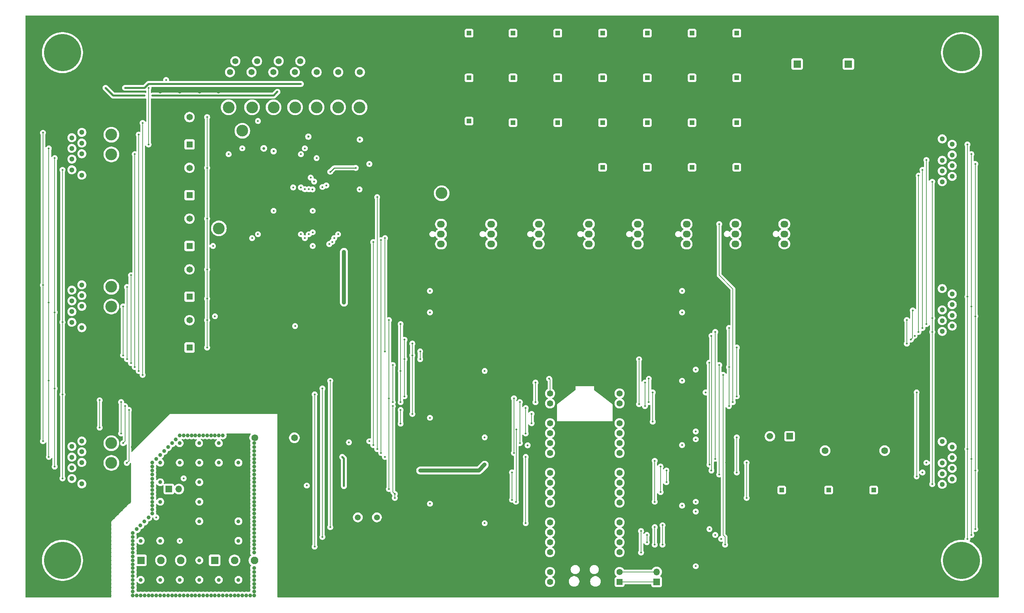
<source format=gbr>
%TF.GenerationSoftware,KiCad,Pcbnew,9.0.0*%
%TF.CreationDate,2025-04-28T14:03:08-07:00*%
%TF.ProjectId,ControlBoard,436f6e74-726f-46c4-926f-6172642e6b69,rev?*%
%TF.SameCoordinates,Original*%
%TF.FileFunction,Copper,L3,Inr*%
%TF.FilePolarity,Positive*%
%FSLAX46Y46*%
G04 Gerber Fmt 4.6, Leading zero omitted, Abs format (unit mm)*
G04 Created by KiCad (PCBNEW 9.0.0) date 2025-04-28 14:03:08*
%MOMM*%
%LPD*%
G01*
G04 APERTURE LIST*
G04 Aperture macros list*
%AMRoundRect*
0 Rectangle with rounded corners*
0 $1 Rounding radius*
0 $2 $3 $4 $5 $6 $7 $8 $9 X,Y pos of 4 corners*
0 Add a 4 corners polygon primitive as box body*
4,1,4,$2,$3,$4,$5,$6,$7,$8,$9,$2,$3,0*
0 Add four circle primitives for the rounded corners*
1,1,$1+$1,$2,$3*
1,1,$1+$1,$4,$5*
1,1,$1+$1,$6,$7*
1,1,$1+$1,$8,$9*
0 Add four rect primitives between the rounded corners*
20,1,$1+$1,$2,$3,$4,$5,0*
20,1,$1+$1,$4,$5,$6,$7,0*
20,1,$1+$1,$6,$7,$8,$9,0*
20,1,$1+$1,$8,$9,$2,$3,0*%
%AMFreePoly0*
4,1,37,0.603843,0.796157,0.639018,0.796157,0.711114,0.766294,0.766294,0.711114,0.796157,0.639018,0.796157,0.603843,0.800000,0.600000,0.800000,-0.600000,0.796157,-0.603843,0.796157,-0.639018,0.766294,-0.711114,0.711114,-0.766294,0.639018,-0.796157,0.603843,-0.796157,0.600000,-0.800000,0.000000,-0.800000,0.000000,-0.796148,-0.078414,-0.796148,-0.232228,-0.765552,-0.377117,-0.705537,
-0.507515,-0.618408,-0.618408,-0.507515,-0.705537,-0.377117,-0.765552,-0.232228,-0.796148,-0.078414,-0.796148,0.078414,-0.765552,0.232228,-0.705537,0.377117,-0.618408,0.507515,-0.507515,0.618408,-0.377117,0.705537,-0.232228,0.765552,-0.078414,0.796148,0.000000,0.796148,0.000000,0.800000,0.600000,0.800000,0.603843,0.796157,0.603843,0.796157,$1*%
%AMFreePoly1*
4,1,37,0.000000,0.796148,0.078414,0.796148,0.232228,0.765552,0.377117,0.705537,0.507515,0.618408,0.618408,0.507515,0.705537,0.377117,0.765552,0.232228,0.796148,0.078414,0.796148,-0.078414,0.765552,-0.232228,0.705537,-0.377117,0.618408,-0.507515,0.507515,-0.618408,0.377117,-0.705537,0.232228,-0.765552,0.078414,-0.796148,0.000000,-0.796148,0.000000,-0.800000,-0.600000,-0.800000,
-0.603843,-0.796157,-0.639018,-0.796157,-0.711114,-0.766294,-0.766294,-0.711114,-0.796157,-0.639018,-0.796157,-0.603843,-0.800000,-0.600000,-0.800000,0.600000,-0.796157,0.603843,-0.796157,0.639018,-0.766294,0.711114,-0.711114,0.766294,-0.639018,0.796157,-0.603843,0.796157,-0.600000,0.800000,0.000000,0.800000,0.000000,0.796148,0.000000,0.796148,$1*%
G04 Aperture macros list end*
%TA.AperFunction,ComponentPad*%
%ADD10C,3.000000*%
%TD*%
%TA.AperFunction,ComponentPad*%
%ADD11R,1.200000X1.200000*%
%TD*%
%TA.AperFunction,ComponentPad*%
%ADD12C,1.200000*%
%TD*%
%TA.AperFunction,ComponentPad*%
%ADD13R,1.950000X1.950000*%
%TD*%
%TA.AperFunction,ComponentPad*%
%ADD14C,1.950000*%
%TD*%
%TA.AperFunction,ComponentPad*%
%ADD15C,1.300000*%
%TD*%
%TA.AperFunction,ComponentPad*%
%ADD16C,4.800000*%
%TD*%
%TA.AperFunction,ComponentPad*%
%ADD17C,9.500000*%
%TD*%
%TA.AperFunction,ComponentPad*%
%ADD18RoundRect,0.200000X0.600000X0.600000X-0.600000X0.600000X-0.600000X-0.600000X0.600000X-0.600000X0*%
%TD*%
%TA.AperFunction,ComponentPad*%
%ADD19C,1.600000*%
%TD*%
%TA.AperFunction,ComponentPad*%
%ADD20FreePoly0,180.000000*%
%TD*%
%TA.AperFunction,ComponentPad*%
%ADD21FreePoly1,180.000000*%
%TD*%
%TA.AperFunction,ComponentPad*%
%ADD22R,1.650000X1.650000*%
%TD*%
%TA.AperFunction,ComponentPad*%
%ADD23C,1.650000*%
%TD*%
%TA.AperFunction,ComponentPad*%
%ADD24R,2.030000X1.730000*%
%TD*%
%TA.AperFunction,ComponentPad*%
%ADD25O,2.030000X1.730000*%
%TD*%
%TA.AperFunction,ComponentPad*%
%ADD26R,1.700000X1.700000*%
%TD*%
%TA.AperFunction,ComponentPad*%
%ADD27O,1.700000X1.700000*%
%TD*%
%TA.AperFunction,ComponentPad*%
%ADD28C,1.725000*%
%TD*%
%TA.AperFunction,ComponentPad*%
%ADD29R,1.665000X1.665000*%
%TD*%
%TA.AperFunction,ComponentPad*%
%ADD30C,1.665000*%
%TD*%
%TA.AperFunction,ComponentPad*%
%ADD31C,1.575000*%
%TD*%
%TA.AperFunction,ComponentPad*%
%ADD32C,4.650000*%
%TD*%
%TA.AperFunction,ComponentPad*%
%ADD33C,1.500000*%
%TD*%
%TA.AperFunction,ViaPad*%
%ADD34C,1.000000*%
%TD*%
%TA.AperFunction,ViaPad*%
%ADD35C,0.500000*%
%TD*%
%TA.AperFunction,ViaPad*%
%ADD36C,0.700000*%
%TD*%
%TA.AperFunction,ViaPad*%
%ADD37C,0.600000*%
%TD*%
%TA.AperFunction,Conductor*%
%ADD38C,0.200000*%
%TD*%
%TA.AperFunction,Conductor*%
%ADD39C,1.000000*%
%TD*%
%TA.AperFunction,Conductor*%
%ADD40C,0.500000*%
%TD*%
%TA.AperFunction,Conductor*%
%ADD41C,0.250000*%
%TD*%
G04 APERTURE END LIST*
D10*
%TO.N,GND*%
%TO.C,TP23*%
X129000000Y-64500000D03*
%TD*%
D11*
%TO.N,+12V*%
%TO.C,C39*%
X139000000Y-41450000D03*
D12*
%TO.N,GND*%
X139000000Y-46450000D03*
%TD*%
D13*
%TO.N,+12V*%
%TO.C,J16*%
X236050000Y-37900000D03*
D14*
%TO.N,GND*%
X241050000Y-37900000D03*
%TD*%
D10*
%TO.N,PHASE_U_ISENSE*%
%TO.C,TP9*%
X83500000Y-49000000D03*
%TD*%
%TO.N,PHASE_V_ISENSE*%
%TO.C,TP10*%
X89000000Y-49000000D03*
%TD*%
%TO.N,GND*%
%TO.C,TP27*%
X47550000Y-130000000D03*
%TD*%
%TO.N,GND*%
%TO.C,TP24*%
X75000000Y-74000000D03*
%TD*%
D15*
%TO.N,+12V*%
%TO.C,J11*%
X260059610Y-95410000D03*
%TO.N,GND*%
X260059610Y-98150000D03*
%TO.N,PH_PWM_V_H*%
X260059610Y-100890000D03*
%TO.N,PH_PWM_V_L*%
X260059610Y-103630000D03*
%TO.N,FAULT_INPUT*%
X260059610Y-106370000D03*
%TO.N,GATE_SPI_RX*%
X262599610Y-96780000D03*
%TO.N,GATE_SPI_TX*%
X262599610Y-99520000D03*
%TO.N,GATE_SPI_SCK*%
X262599610Y-102260000D03*
%TO.N,GATE_V_H_CS*%
X262599610Y-105000000D03*
D16*
%TO.N,GND*%
X261329610Y-88390000D03*
X261329610Y-113390000D03*
%TD*%
D10*
%TO.N,1WIRE_DATA*%
%TO.C,TP21*%
X75000000Y-80000000D03*
%TD*%
D13*
%TO.N,CanL_External*%
%TO.C,J17*%
X73920000Y-165000000D03*
D14*
%TO.N,CanH_External*%
X79000000Y-165000000D03*
%TO.N,CANBUS_ISO_GND*%
X84080000Y-165000000D03*
%TD*%
D11*
%TO.N,+12V*%
%TO.C,C60*%
X150250000Y-52900000D03*
D12*
%TO.N,GND*%
X150250000Y-57900000D03*
%TD*%
D10*
%TO.N,GND*%
%TO.C,TP25*%
X47500000Y-50500000D03*
%TD*%
%TO.N,PH_PWM_U_L*%
%TO.C,TP20*%
X47500000Y-61050000D03*
%TD*%
D11*
%TO.N,+12V*%
%TO.C,C64*%
X173150000Y-64350000D03*
D12*
%TO.N,GND*%
X173150000Y-69350000D03*
%TD*%
D11*
%TO.N,+12V*%
%TO.C,C63*%
X184600000Y-64350000D03*
D12*
%TO.N,GND*%
X184600000Y-69350000D03*
%TD*%
D17*
%TO.N,unconnected-(H3-Pad1)*%
%TO.C,H3*%
X35000000Y-35000000D03*
%TD*%
D11*
%TO.N,+12V*%
%TO.C,C47*%
X161700000Y-30000000D03*
D12*
%TO.N,GND*%
X161700000Y-35000000D03*
%TD*%
D18*
%TO.N,Net-(A1-GPIO0)*%
%TO.C,A1*%
X177500000Y-170520000D03*
D19*
%TO.N,Net-(A1-GPIO1)*%
X177500000Y-167980000D03*
D20*
%TO.N,GND*%
X177500000Y-165440000D03*
D19*
%TO.N,GATE_SPI_3v3_SCK*%
X177500000Y-162900000D03*
%TO.N,GATE_SPI_3v3_TX*%
X177500000Y-160360000D03*
%TO.N,GATE_SPI_3v3_RX*%
X177500000Y-157820000D03*
%TO.N,GATE_U_3v3_L_CS*%
X177500000Y-155280000D03*
D20*
%TO.N,GND*%
X177500000Y-152740000D03*
D19*
%TO.N,GATE_U_3v3_H_CS*%
X177500000Y-150200000D03*
%TO.N,GATE_V_3v3_L_CS*%
X177500000Y-147660000D03*
%TO.N,GATE_V_3v3_H_CS*%
X177500000Y-145120000D03*
%TO.N,GATE_W_3v3_L_CS*%
X177500000Y-142580000D03*
D20*
%TO.N,GND*%
X177500000Y-140040000D03*
D19*
%TO.N,SPI2_SCK*%
X177500000Y-137500000D03*
%TO.N,SPI2_TX*%
X177500000Y-134960000D03*
%TO.N,SPI2_RX*%
X177500000Y-132420000D03*
%TO.N,GATE_W_3v3_H_CS*%
X177500000Y-129880000D03*
D20*
%TO.N,GND*%
X177500000Y-127340000D03*
D19*
%TO.N,ADC_SPI_CS*%
X177500000Y-124800000D03*
%TO.N,1WIRE_3v3_DATA*%
X177500000Y-122260000D03*
%TO.N,FAN_3v3_PWM*%
X159720000Y-122260000D03*
%TO.N,PH_3v3_PWM_U_L*%
X159720000Y-124800000D03*
D21*
%TO.N,GND*%
X159720000Y-127340000D03*
D19*
%TO.N,PH_3v3_PWM_V_L*%
X159720000Y-129880000D03*
%TO.N,PH_3v3_PWM_W_L*%
X159720000Y-132420000D03*
%TO.N,PH_3v3_PWM_U_H*%
X159720000Y-134960000D03*
%TO.N,PH_3v3_PWM_V_H*%
X159720000Y-137500000D03*
D21*
%TO.N,GND*%
X159720000Y-140040000D03*
D19*
%TO.N,PH_3v3_PWM_W_H*%
X159720000Y-142580000D03*
%TO.N,unconnected-(A1-RUN-Pad30)*%
X159720000Y-145120000D03*
%TO.N,FAULT_3v3_INPUT*%
X159720000Y-147660000D03*
%TO.N,CAN_CS*%
X159720000Y-150200000D03*
D21*
%TO.N,GND*%
X159720000Y-152740000D03*
D19*
%TO.N,CAN_INT*%
X159720000Y-155280000D03*
%TO.N,unconnected-(A1-ADC_VREF-Pad35)*%
X159720000Y-157820000D03*
%TO.N,+3.3V*%
X159720000Y-160360000D03*
%TO.N,unconnected-(A1-3V3_EN-Pad37)*%
X159720000Y-162900000D03*
D21*
%TO.N,GND*%
X159720000Y-165440000D03*
D19*
%TO.N,unconnected-(A1-VSYS-Pad39)*%
X159720000Y-167980000D03*
%TO.N,unconnected-(A1-VBUS-Pad40)*%
X159720000Y-170520000D03*
%TD*%
D22*
%TO.N,+5V*%
%TO.C,J5*%
X67500000Y-58500000D03*
D23*
%TO.N,GND*%
X67500000Y-55000000D03*
%TO.N,1WIRE_DATA*%
X67500000Y-51500000D03*
%TD*%
D10*
%TO.N,DC_LINK_BUS_CURRENT_SENSE*%
%TO.C,TP8*%
X77500000Y-49000000D03*
%TD*%
D24*
%TO.N,GND*%
%TO.C,M4*%
X169660000Y-86540000D03*
D25*
%TO.N,+12V*%
X169660000Y-84000000D03*
%TO.N,unconnected-(M4-Tacho-Pad3)*%
X169660000Y-81460000D03*
%TO.N,FAN_PWM*%
X169660000Y-78920000D03*
%TD*%
D22*
%TO.N,+5V*%
%TO.C,J7*%
X67500000Y-71500000D03*
D23*
%TO.N,GND*%
X67500000Y-68000000D03*
%TO.N,1WIRE_DATA*%
X67500000Y-64500000D03*
%TD*%
D11*
%TO.N,+12V*%
%TO.C,C55*%
X207500000Y-52900000D03*
D12*
%TO.N,GND*%
X207500000Y-57900000D03*
%TD*%
D26*
%TO.N,Net-(A1-GPIO0)*%
%TO.C,J1*%
X187000000Y-170500000D03*
D27*
%TO.N,Net-(A1-GPIO1)*%
X187000000Y-167960000D03*
%TD*%
D11*
%TO.N,+12V*%
%TO.C,C59*%
X161700000Y-52900000D03*
D12*
%TO.N,GND*%
X161700000Y-57900000D03*
%TD*%
D10*
%TO.N,PH_PWM_W_H*%
%TO.C,TP15*%
X47500000Y-135000000D03*
%TD*%
D24*
%TO.N,GND*%
%TO.C,M3*%
X156820000Y-86540000D03*
D25*
%TO.N,+12V*%
X156820000Y-84000000D03*
%TO.N,unconnected-(M3-Tacho-Pad3)*%
X156820000Y-81460000D03*
%TO.N,FAN_PWM*%
X156820000Y-78920000D03*
%TD*%
D11*
%TO.N,+12V*%
%TO.C,C52*%
X173150000Y-41450000D03*
D12*
%TO.N,GND*%
X173150000Y-46450000D03*
%TD*%
D28*
%TO.N,+12V*%
%TO.C,PS1*%
X245325000Y-136915000D03*
%TO.N,GND*%
X242785000Y-136915000D03*
X235165000Y-136915000D03*
%TO.N,+5V*%
X230085000Y-136915000D03*
%TD*%
D11*
%TO.N,+12V*%
%TO.C,C48*%
X150250000Y-30000000D03*
D12*
%TO.N,GND*%
X150250000Y-35000000D03*
%TD*%
D15*
%TO.N,+12V*%
%TO.C,J13*%
X260059610Y-134581500D03*
%TO.N,GND*%
X260059610Y-137321500D03*
%TO.N,PH_PWM_W_H*%
X260059610Y-140061500D03*
%TO.N,PH_PWM_W_L*%
X260059610Y-142801500D03*
%TO.N,FAULT_INPUT*%
X260059610Y-145541500D03*
%TO.N,GATE_SPI_RX*%
X262599610Y-135951500D03*
%TO.N,GATE_SPI_TX*%
X262599610Y-138691500D03*
%TO.N,GATE_SPI_SCK*%
X262599610Y-141431500D03*
%TO.N,GATE_W_H_CS*%
X262599610Y-144171500D03*
D16*
%TO.N,GND*%
X261329610Y-127561500D03*
X261329610Y-152561500D03*
%TD*%
D24*
%TO.N,GND*%
%TO.C,M5*%
X182160000Y-86540000D03*
D25*
%TO.N,+12V*%
X182160000Y-84000000D03*
%TO.N,unconnected-(M5-Tacho-Pad3)*%
X182160000Y-81460000D03*
%TO.N,FAN_PWM*%
X182160000Y-78920000D03*
%TD*%
D11*
%TO.N,+12V*%
%TO.C,C49*%
X207500000Y-41450000D03*
D12*
%TO.N,GND*%
X207500000Y-46450000D03*
%TD*%
D11*
%TO.N,+12V*%
%TO.C,C53*%
X161700000Y-41450000D03*
D12*
%TO.N,GND*%
X161700000Y-46450000D03*
%TD*%
D15*
%TO.N,+12V*%
%TO.C,J10*%
X39940390Y-66370000D03*
%TO.N,GND*%
X39940390Y-63630000D03*
%TO.N,PH_PWM_U_L*%
X39940390Y-60890000D03*
%TO.N,PH_PWM_U_H*%
X39940390Y-58150000D03*
%TO.N,FAULT_INPUT*%
X39940390Y-55410000D03*
%TO.N,GATE_SPI_RX*%
X37400390Y-65000000D03*
%TO.N,GATE_SPI_TX*%
X37400390Y-62260000D03*
%TO.N,GATE_SPI_SCK*%
X37400390Y-59520000D03*
%TO.N,GATE_U_L_CS*%
X37400390Y-56780000D03*
D16*
%TO.N,GND*%
X38670390Y-73390000D03*
X38670390Y-48390000D03*
%TD*%
D17*
%TO.N,unconnected-(H1-Pad1)*%
%TO.C,H1*%
X265000000Y-35000000D03*
%TD*%
D11*
%TO.N,+12V*%
%TO.C,C51*%
X184600000Y-41450000D03*
D12*
%TO.N,GND*%
X184600000Y-46450000D03*
%TD*%
D11*
%TO.N,+12V*%
%TO.C,C62*%
X196050000Y-64350000D03*
D12*
%TO.N,GND*%
X196050000Y-69350000D03*
%TD*%
D11*
%TO.N,+5V*%
%TO.C,C42*%
X242500000Y-147000000D03*
D12*
%TO.N,GND*%
X237500000Y-147000000D03*
%TD*%
D22*
%TO.N,+5V*%
%TO.C,J24*%
X67500000Y-110500000D03*
D23*
%TO.N,GND*%
X67500000Y-107000000D03*
%TO.N,1WIRE_DATA*%
X67500000Y-103500000D03*
%TD*%
D11*
%TO.N,+12V*%
%TO.C,C43*%
X207500000Y-30000000D03*
D12*
%TO.N,GND*%
X207500000Y-35000000D03*
%TD*%
D24*
%TO.N,GND*%
%TO.C,M1*%
X131820000Y-86540000D03*
D25*
%TO.N,+12V*%
X131820000Y-84000000D03*
%TO.N,unconnected-(M1-Tacho-Pad3)*%
X131820000Y-81460000D03*
%TO.N,FAN_PWM*%
X131820000Y-78920000D03*
%TD*%
D11*
%TO.N,+12V*%
%TO.C,C57*%
X184600000Y-52900000D03*
D12*
%TO.N,GND*%
X184600000Y-57900000D03*
%TD*%
D11*
%TO.N,+12V*%
%TO.C,C45*%
X184600000Y-30000000D03*
D12*
%TO.N,GND*%
X184600000Y-35000000D03*
%TD*%
D28*
%TO.N,+5V*%
%TO.C,PS3*%
X94325000Y-133615000D03*
%TO.N,GND*%
X91785000Y-133615000D03*
%TO.N,CANBUS_ISO_GND*%
X84165000Y-133615000D03*
%TO.N,CANBUS_ISO_5V*%
X79085000Y-133615000D03*
%TD*%
D10*
%TO.N,PH_PWM_U_H*%
%TO.C,TP19*%
X47500000Y-56000000D03*
%TD*%
D15*
%TO.N,+12V*%
%TO.C,J4*%
X260059610Y-57081500D03*
%TO.N,GND*%
X260059610Y-59821500D03*
%TO.N,PH_PWM_U_H*%
X260059610Y-62561500D03*
%TO.N,PH_PWM_U_L*%
X260059610Y-65301500D03*
%TO.N,FAULT_INPUT*%
X260059610Y-68041500D03*
%TO.N,GATE_SPI_RX*%
X262599610Y-58451500D03*
%TO.N,GATE_SPI_TX*%
X262599610Y-61191500D03*
%TO.N,GATE_SPI_SCK*%
X262599610Y-63931500D03*
%TO.N,GATE_U_H_CS*%
X262599610Y-66671500D03*
D16*
%TO.N,GND*%
X261329610Y-50061500D03*
X261329610Y-75061500D03*
%TD*%
D10*
%TO.N,PHASE_W_ISENSE*%
%TO.C,TP11*%
X94500000Y-49000000D03*
%TD*%
D29*
%TO.N,+5V*%
%TO.C,PS2*%
X221040000Y-133225000D03*
D30*
%TO.N,GND*%
X218500000Y-133225000D03*
%TO.N,+3.3V*%
X215960000Y-133225000D03*
%TD*%
D17*
%TO.N,unconnected-(H4-Pad1)*%
%TO.C,H4*%
X35000000Y-165000000D03*
%TD*%
D11*
%TO.N,+12V*%
%TO.C,C54*%
X150250000Y-41450000D03*
D12*
%TO.N,GND*%
X150250000Y-46450000D03*
%TD*%
D11*
%TO.N,+12V*%
%TO.C,C37*%
X139000000Y-30000000D03*
D12*
%TO.N,GND*%
X139000000Y-35000000D03*
%TD*%
D11*
%TO.N,+5V*%
%TO.C,C41*%
X231000000Y-147000000D03*
D12*
%TO.N,GND*%
X226000000Y-147000000D03*
%TD*%
D17*
%TO.N,unconnected-(H2-Pad1)*%
%TO.C,H2*%
X265000000Y-165000000D03*
%TD*%
D10*
%TO.N,PHASE_U_ISOLATED_VSENSE*%
%TO.C,TP12*%
X100000000Y-49000000D03*
%TD*%
D11*
%TO.N,+5V*%
%TO.C,C40*%
X219000000Y-147000000D03*
D12*
%TO.N,GND*%
X214000000Y-147000000D03*
%TD*%
D10*
%TO.N,DC_LINK_BUS_ISOLATED_VSENSE*%
%TO.C,TP7*%
X81000000Y-55000000D03*
%TD*%
D11*
%TO.N,+12V*%
%TO.C,C50*%
X196050000Y-41450000D03*
D12*
%TO.N,GND*%
X196050000Y-46450000D03*
%TD*%
D13*
%TO.N,CanL_External*%
%TO.C,J3*%
X55080000Y-165000000D03*
D14*
%TO.N,CanH_External*%
X60160000Y-165000000D03*
%TO.N,CANBUS_ISO_GND*%
X65240000Y-165000000D03*
%TD*%
D31*
%TO.N,DC_LINK_BUS_CURRENT_SENSE*%
%TO.C,J6*%
X77840000Y-40000000D03*
%TO.N,GND*%
X80610000Y-40000000D03*
%TO.N,PHASE_U_ISENSE*%
X83380000Y-40000000D03*
%TO.N,GND*%
X86150000Y-40000000D03*
%TO.N,PHASE_V_ISENSE*%
X88920000Y-40000000D03*
%TO.N,GND*%
X91690000Y-40000000D03*
%TO.N,PHASE_W_ISENSE*%
X94460000Y-40000000D03*
%TO.N,GND*%
X97230000Y-40000000D03*
%TO.N,PHASE_U_ISOLATED_VSENSE*%
X100000000Y-40000000D03*
%TO.N,GND*%
X102770000Y-40000000D03*
%TO.N,PHASE_V_ISOLATED_VSENSE*%
X105540000Y-40000000D03*
%TO.N,GND*%
X108310000Y-40000000D03*
%TO.N,PHASE_W_ISOLATED_VSENSE*%
X111080000Y-40000000D03*
%TO.N,GND*%
X109695000Y-37160000D03*
X106925000Y-37160000D03*
X104155000Y-37160000D03*
X101385000Y-37160000D03*
X98615000Y-37160000D03*
%TO.N,StatusLED*%
X95845000Y-37160000D03*
%TO.N,GND*%
X93075000Y-37160000D03*
%TO.N,FAULT_LED*%
X90305000Y-37160000D03*
%TO.N,GND*%
X87535000Y-37160000D03*
%TO.N,+12V*%
X84765000Y-37160000D03*
%TO.N,GND*%
X81995000Y-37160000D03*
%TO.N,DC_LINK_BUS_ISOLATED_VSENSE*%
X79225000Y-37160000D03*
D32*
%TO.N,GND*%
X70940000Y-38580000D03*
X117980000Y-38580000D03*
%TD*%
D24*
%TO.N,GND*%
%TO.C,M6*%
X194660000Y-86540000D03*
D25*
%TO.N,+12V*%
X194660000Y-84000000D03*
%TO.N,unconnected-(M6-Tacho-Pad3)*%
X194660000Y-81460000D03*
%TO.N,FAN_PWM*%
X194660000Y-78920000D03*
%TD*%
D24*
%TO.N,GND*%
%TO.C,M7*%
X207160000Y-86500000D03*
D25*
%TO.N,+12V*%
X207160000Y-83960000D03*
%TO.N,unconnected-(M7-Tacho-Pad3)*%
X207160000Y-81420000D03*
%TO.N,FAN_PWM*%
X207160000Y-78880000D03*
%TD*%
D26*
%TO.N,Net-(JP1-A)*%
%TO.C,JP1*%
X62225000Y-146750000D03*
D27*
%TO.N,CanH_External*%
X64765000Y-146750000D03*
%TD*%
D10*
%TO.N,GND*%
%TO.C,TP26*%
X47500000Y-89500000D03*
%TD*%
%TO.N,PH_PWM_V_H*%
%TO.C,TP17*%
X47500000Y-94950000D03*
%TD*%
D11*
%TO.N,+12V*%
%TO.C,C38*%
X139000000Y-52500000D03*
D12*
%TO.N,GND*%
X139000000Y-57500000D03*
%TD*%
D10*
%TO.N,GND*%
%TO.C,TP28*%
X95500000Y-55500000D03*
%TD*%
%TO.N,PHASE_V_ISOLATED_VSENSE*%
%TO.C,TP13*%
X105500000Y-49000000D03*
%TD*%
D11*
%TO.N,+12V*%
%TO.C,C56*%
X196050000Y-52900000D03*
D12*
%TO.N,GND*%
X196050000Y-57900000D03*
%TD*%
D24*
%TO.N,GND*%
%TO.C,M8*%
X219660000Y-86500000D03*
D25*
%TO.N,+12V*%
X219660000Y-83960000D03*
%TO.N,unconnected-(M8-Tacho-Pad3)*%
X219660000Y-81420000D03*
%TO.N,FAN_PWM*%
X219660000Y-78880000D03*
%TD*%
D15*
%TO.N,+12V*%
%TO.C,J12*%
X39940390Y-105418500D03*
%TO.N,GND*%
X39940390Y-102678500D03*
%TO.N,PH_PWM_V_L*%
X39940390Y-99938500D03*
%TO.N,PH_PWM_V_H*%
X39940390Y-97198500D03*
%TO.N,FAULT_INPUT*%
X39940390Y-94458500D03*
%TO.N,GATE_SPI_RX*%
X37400390Y-104048500D03*
%TO.N,GATE_SPI_TX*%
X37400390Y-101308500D03*
%TO.N,GATE_SPI_SCK*%
X37400390Y-98568500D03*
%TO.N,GATE_V_L_CS*%
X37400390Y-95828500D03*
D16*
%TO.N,GND*%
X38670390Y-112438500D03*
X38670390Y-87438500D03*
%TD*%
D24*
%TO.N,GND*%
%TO.C,M2*%
X144660000Y-86540000D03*
D25*
%TO.N,+12V*%
X144660000Y-84000000D03*
%TO.N,unconnected-(M2-Tacho-Pad3)*%
X144660000Y-81460000D03*
%TO.N,FAN_PWM*%
X144660000Y-78920000D03*
%TD*%
D10*
%TO.N,PH_PWM_V_L*%
%TO.C,TP18*%
X47500000Y-100000000D03*
%TD*%
D22*
%TO.N,+5V*%
%TO.C,J8*%
X67500000Y-84500000D03*
D23*
%TO.N,GND*%
X67500000Y-81000000D03*
%TO.N,1WIRE_DATA*%
X67500000Y-77500000D03*
%TD*%
D33*
%TO.N,Net-(IC6-OSC2)*%
%TO.C,Y1*%
X110550000Y-154000000D03*
%TO.N,Net-(IC6-OSC1)*%
X115430000Y-154000000D03*
%TD*%
D13*
%TO.N,+12V*%
%TO.C,J15*%
X222950000Y-37900000D03*
D14*
%TO.N,GND*%
X227950000Y-37900000D03*
%TD*%
D22*
%TO.N,+5V*%
%TO.C,J9*%
X67500000Y-97500000D03*
D23*
%TO.N,GND*%
X67500000Y-94000000D03*
%TO.N,1WIRE_DATA*%
X67500000Y-90500000D03*
%TD*%
D15*
%TO.N,+12V*%
%TO.C,J14*%
X39940390Y-145418500D03*
%TO.N,GND*%
X39940390Y-142678500D03*
%TO.N,PH_PWM_W_L*%
X39940390Y-139938500D03*
%TO.N,PH_PWM_W_H*%
X39940390Y-137198500D03*
%TO.N,FAULT_INPUT*%
X39940390Y-134458500D03*
%TO.N,GATE_SPI_RX*%
X37400390Y-144048500D03*
%TO.N,GATE_SPI_TX*%
X37400390Y-141308500D03*
%TO.N,GATE_SPI_SCK*%
X37400390Y-138568500D03*
%TO.N,GATE_W_L_CS*%
X37400390Y-135828500D03*
D16*
%TO.N,GND*%
X38670390Y-152438500D03*
X38670390Y-127438500D03*
%TD*%
D11*
%TO.N,+12V*%
%TO.C,C61*%
X207500000Y-64350000D03*
D12*
%TO.N,GND*%
X207500000Y-69350000D03*
%TD*%
D11*
%TO.N,+12V*%
%TO.C,C44*%
X196050000Y-30000000D03*
D12*
%TO.N,GND*%
X196050000Y-35000000D03*
%TD*%
D10*
%TO.N,PH_PWM_W_L*%
%TO.C,TP16*%
X47500000Y-140050000D03*
%TD*%
D11*
%TO.N,+12V*%
%TO.C,C58*%
X173150000Y-52900000D03*
D12*
%TO.N,GND*%
X173150000Y-57900000D03*
%TD*%
D11*
%TO.N,+12V*%
%TO.C,C46*%
X173150000Y-30000000D03*
D12*
%TO.N,GND*%
X173150000Y-35000000D03*
%TD*%
D10*
%TO.N,FAN_PWM*%
%TO.C,TP22*%
X132000000Y-71000000D03*
%TD*%
%TO.N,PHASE_W_ISOLATED_VSENSE*%
%TO.C,TP14*%
X111000000Y-49000000D03*
%TD*%
D34*
%TO.N,GND*%
X59000000Y-26000000D03*
X205000000Y-140000000D03*
X235000000Y-26000000D03*
X249000000Y-174000000D03*
X26000000Y-149000000D03*
X140000000Y-155000000D03*
X274000000Y-110000000D03*
X219000000Y-26000000D03*
X91000000Y-167000000D03*
X274000000Y-88000000D03*
X59000000Y-130000000D03*
X45000000Y-50000000D03*
X232000000Y-26000000D03*
X253000000Y-26000000D03*
X274000000Y-101000000D03*
X79000000Y-26000000D03*
X270019253Y-44965709D03*
X95000000Y-85000000D03*
X265000000Y-75000000D03*
X26000000Y-95000000D03*
X270000000Y-155000000D03*
X125000000Y-170000000D03*
X220000000Y-95000000D03*
X135000000Y-174000000D03*
X232000000Y-174000000D03*
X255000000Y-155000000D03*
X262000000Y-174000000D03*
X230000000Y-100000000D03*
X250000000Y-60000000D03*
X52000000Y-143000000D03*
X119982762Y-79899329D03*
X274000000Y-87000000D03*
X274000000Y-108000000D03*
X26000000Y-114000000D03*
X240000000Y-170000000D03*
X210000000Y-115000000D03*
X166000000Y-174000000D03*
X228000000Y-174000000D03*
X274000000Y-72000000D03*
X209796457Y-154963508D03*
X274000000Y-48000000D03*
X250000000Y-174000000D03*
X69000000Y-26000000D03*
X91000000Y-137000000D03*
X274000000Y-112000000D03*
X27000000Y-174000000D03*
X67000000Y-26000000D03*
X251000000Y-174000000D03*
X91000000Y-164000000D03*
X120000000Y-60000000D03*
X265000000Y-115000000D03*
X166000000Y-26000000D03*
X85000000Y-100000000D03*
X128000000Y-26000000D03*
X26000000Y-115000000D03*
X192000000Y-26000000D03*
X274000000Y-148000000D03*
X26000000Y-91000000D03*
X210000000Y-165000000D03*
X245000000Y-145000000D03*
X93000000Y-174000000D03*
X61000000Y-128000000D03*
X160000000Y-174000000D03*
X274000000Y-166000000D03*
X274000000Y-45000000D03*
X60000000Y-110000000D03*
X91000000Y-131000000D03*
X110000000Y-170000000D03*
X26000000Y-131000000D03*
X245000000Y-130000000D03*
X203000000Y-174000000D03*
X243000000Y-26000000D03*
X91000000Y-150000000D03*
X26000000Y-46000000D03*
X44000000Y-174000000D03*
X203000000Y-26000000D03*
X107000000Y-26000000D03*
X245000000Y-70000000D03*
X188000000Y-26000000D03*
X26000000Y-128000000D03*
X245000000Y-165000000D03*
X26000000Y-35000000D03*
X250000000Y-55000000D03*
X274000000Y-114000000D03*
X52000000Y-145000000D03*
X58000000Y-26000000D03*
X120000000Y-75000000D03*
X209000000Y-174000000D03*
X100000000Y-105000000D03*
X235000000Y-125000000D03*
X235000000Y-75000000D03*
X197000000Y-174000000D03*
X240000000Y-174000000D03*
X110000000Y-26000000D03*
X274000000Y-133000000D03*
X59999999Y-64856419D03*
X83000000Y-26000000D03*
X250000000Y-70000000D03*
X65000000Y-35000000D03*
X270000000Y-145000000D03*
X26000000Y-45000000D03*
X137000000Y-26000000D03*
X214000000Y-26000000D03*
X45000000Y-80000000D03*
X218000000Y-26000000D03*
X260000000Y-85000000D03*
X88000000Y-26000000D03*
X240000000Y-90000000D03*
X245000000Y-90000000D03*
X33000000Y-26000000D03*
X60000000Y-26000000D03*
X120000000Y-160000000D03*
X61000000Y-26000000D03*
X240000000Y-75000000D03*
X174000000Y-26000000D03*
X189000000Y-26000000D03*
X274000000Y-27000000D03*
X26000000Y-81000000D03*
X268000000Y-26000000D03*
X224796017Y-124957971D03*
X110000000Y-174000000D03*
X26000000Y-119000000D03*
X157000000Y-174000000D03*
X30000000Y-174000000D03*
X215000000Y-150000000D03*
X230000000Y-165000000D03*
X274000000Y-52000000D03*
X26000000Y-88000000D03*
X170000000Y-174000000D03*
X198000000Y-174000000D03*
X40000000Y-174000000D03*
X168000000Y-174000000D03*
X245000000Y-170000000D03*
X259786685Y-79951555D03*
X80000000Y-65000000D03*
X274000000Y-171000000D03*
X190000000Y-26000000D03*
X40000000Y-80000000D03*
X274000000Y-127000000D03*
X120000000Y-90000000D03*
X235000000Y-70002108D03*
X75000000Y-26000000D03*
X26000000Y-57000000D03*
X274000000Y-170000000D03*
X273000000Y-174000000D03*
X155000000Y-174000000D03*
X250000000Y-90000000D03*
X230000000Y-95000000D03*
X274000000Y-119000000D03*
X26000000Y-171000000D03*
X163000000Y-174000000D03*
X26000000Y-103000000D03*
X130000000Y-26000000D03*
X186000000Y-26000000D03*
X101000000Y-174000000D03*
X274000000Y-73000000D03*
X26000000Y-126000000D03*
X26000000Y-30000000D03*
X247000000Y-174000000D03*
X26000000Y-170000000D03*
X158000000Y-174000000D03*
X109000000Y-26000000D03*
X257000000Y-26000000D03*
X274000000Y-71000000D03*
X151000000Y-174000000D03*
X98000000Y-174000000D03*
X26000000Y-102000000D03*
X274000000Y-58000000D03*
X95000000Y-140000000D03*
X211000000Y-174000000D03*
X255000000Y-40000000D03*
X274000000Y-139000000D03*
X250000000Y-50000000D03*
X130000000Y-174000000D03*
X194000000Y-26000000D03*
X50000000Y-120000000D03*
X117000000Y-174000000D03*
X159000000Y-174000000D03*
X235000000Y-90000000D03*
X71000000Y-26000000D03*
X60000000Y-75000000D03*
X129000000Y-26000000D03*
X255000000Y-170000000D03*
X155000000Y-26000000D03*
X152000000Y-26000000D03*
X26000000Y-166000000D03*
X91000000Y-148000000D03*
X261000000Y-26000000D03*
X104000000Y-174000000D03*
X270000000Y-150000000D03*
X60000000Y-45000000D03*
X37000000Y-174000000D03*
X274000000Y-85000000D03*
X106000000Y-174000000D03*
X274000000Y-169000000D03*
X213000000Y-174000000D03*
X60000000Y-60000000D03*
X230000000Y-80000000D03*
X40000000Y-160000000D03*
X45000000Y-75000000D03*
X227000000Y-26000000D03*
X91000000Y-161000000D03*
X200000000Y-174000000D03*
X230000000Y-90000000D03*
X220000000Y-155000000D03*
X55000000Y-130000000D03*
X250000000Y-45000000D03*
X26000000Y-113000000D03*
X26000000Y-153000000D03*
X52000000Y-148000000D03*
X240000000Y-150000000D03*
X60000000Y-85000000D03*
X250000000Y-100000000D03*
X127000000Y-174000000D03*
X274000000Y-129000000D03*
X120000000Y-45000000D03*
X50000000Y-70000000D03*
X26000000Y-62000000D03*
X274000000Y-115000000D03*
X75000000Y-35000000D03*
X132000000Y-26000000D03*
X105000000Y-174000000D03*
X274000000Y-149000000D03*
X184000000Y-26000000D03*
X26000000Y-56000000D03*
X91000000Y-140000000D03*
X233000000Y-174000000D03*
X269000000Y-26000000D03*
X208000000Y-174000000D03*
X40000000Y-120000000D03*
X114000000Y-26000000D03*
X200000000Y-170000000D03*
X148000000Y-174000000D03*
X55117908Y-120002200D03*
X231000000Y-26000000D03*
X274000000Y-145000000D03*
X274000000Y-164000000D03*
X26000000Y-140000000D03*
X201000000Y-26000000D03*
X250000000Y-170000000D03*
X274000000Y-131000000D03*
X124855717Y-154976187D03*
X249000000Y-26000000D03*
X26000000Y-36000000D03*
X91000000Y-162000000D03*
X210000000Y-130000000D03*
X190000000Y-165000000D03*
X80000000Y-80000000D03*
X240000000Y-26000000D03*
X31000000Y-174000000D03*
X274000000Y-118000000D03*
X35000000Y-26000000D03*
X250000000Y-165000000D03*
X26000000Y-39000000D03*
X195000000Y-170000000D03*
X70000000Y-26000000D03*
X234773242Y-170019253D03*
X26000000Y-96000000D03*
X87000000Y-26000000D03*
X274000000Y-160000000D03*
X30000000Y-155000000D03*
X91000000Y-128000000D03*
X185000000Y-135000000D03*
X159000000Y-26000000D03*
X26000000Y-110000000D03*
X47000000Y-168000000D03*
X49000000Y-26000000D03*
X215000000Y-26000000D03*
X126000000Y-26000000D03*
X250000000Y-145000000D03*
X26000000Y-50000000D03*
X231000000Y-174000000D03*
X274000000Y-95000000D03*
X218000000Y-174000000D03*
X215145340Y-165163714D03*
X55000000Y-134000000D03*
X261000000Y-174000000D03*
X99000000Y-26000000D03*
X206000000Y-174000000D03*
X91000000Y-166000000D03*
X135000000Y-155000000D03*
X226000000Y-174000000D03*
X93000000Y-26000000D03*
X173000000Y-174000000D03*
X26000000Y-127000000D03*
X240000000Y-60000000D03*
X274000000Y-146000000D03*
X274000000Y-94000000D03*
X274000000Y-154000000D03*
X255000000Y-60000000D03*
X49000000Y-153000000D03*
X99000000Y-174000000D03*
X80000000Y-75000000D03*
X161000000Y-26000000D03*
X274000000Y-40000000D03*
X274000000Y-89000000D03*
X156000000Y-174000000D03*
X168000000Y-26000000D03*
X104000000Y-26000000D03*
X274000000Y-155000000D03*
X135500000Y-131000000D03*
X155000000Y-165000000D03*
X227000000Y-174000000D03*
X116000000Y-174000000D03*
X111000000Y-26000000D03*
X274000000Y-136000000D03*
X249999297Y-64972830D03*
X26000000Y-159000000D03*
X235000000Y-155000000D03*
X274000000Y-66000000D03*
X26000000Y-100000000D03*
X270000000Y-26000000D03*
X115000000Y-174000000D03*
X171000000Y-174000000D03*
X110000000Y-120000000D03*
X242000000Y-174000000D03*
X274000000Y-59000000D03*
X70000000Y-35000000D03*
X84000000Y-26000000D03*
X248000000Y-174000000D03*
X178000000Y-26000000D03*
X26000000Y-130000000D03*
X137000000Y-174000000D03*
X222000000Y-174000000D03*
X26000000Y-108000000D03*
X271000000Y-26000000D03*
X115000000Y-26000000D03*
X230000000Y-70000000D03*
X47000000Y-166000000D03*
X47000000Y-158000000D03*
X50021454Y-75760809D03*
X26000000Y-161000000D03*
X195000000Y-174000000D03*
X245000000Y-80000000D03*
X221000000Y-174000000D03*
X28000000Y-174000000D03*
X135000000Y-165000000D03*
X245000000Y-100000000D03*
X274000000Y-157000000D03*
X130000000Y-155000000D03*
X255000000Y-135000000D03*
X26000000Y-155000000D03*
X44000000Y-26000000D03*
X244000000Y-26000000D03*
X240000000Y-100000000D03*
X274000000Y-29000000D03*
X163000000Y-26000000D03*
X274000000Y-111000000D03*
X274000000Y-143000000D03*
X245000000Y-150000000D03*
X274000000Y-140000000D03*
X50000000Y-115000000D03*
X240000000Y-130000000D03*
X264978545Y-44965709D03*
X55000000Y-50000000D03*
X123000000Y-26000000D03*
X274000000Y-43000000D03*
X274000000Y-126000000D03*
X274000000Y-28000000D03*
X30000000Y-145000000D03*
X235000000Y-130000000D03*
X26000000Y-48000000D03*
X26000000Y-26000000D03*
X65000000Y-40000000D03*
X274000000Y-168000000D03*
X47000000Y-157000000D03*
X77000000Y-26000000D03*
X46000000Y-26000000D03*
X265000000Y-110000000D03*
X51000000Y-26000000D03*
X274000000Y-107000000D03*
X274000000Y-37000000D03*
X240000000Y-70000000D03*
X205000000Y-174000000D03*
X26000000Y-86000000D03*
X50000000Y-152000000D03*
X245000000Y-75000000D03*
X274000000Y-163000000D03*
X26000000Y-129000000D03*
X91000000Y-155000000D03*
X116000000Y-26000000D03*
X269000000Y-174000000D03*
X183000000Y-26000000D03*
X210000000Y-120000000D03*
X239979865Y-114958851D03*
X274000000Y-100000000D03*
X39822129Y-169999999D03*
X102000000Y-26000000D03*
X140000000Y-170000000D03*
X210000000Y-174000000D03*
X235000000Y-100000000D03*
X169000000Y-174000000D03*
X154000000Y-174000000D03*
X143000000Y-26000000D03*
X274000000Y-60000000D03*
X47000000Y-161000000D03*
X55000000Y-35000000D03*
X103000000Y-26000000D03*
X245000000Y-55000000D03*
X45000000Y-70000000D03*
X95000000Y-165000000D03*
X48000000Y-154000000D03*
X274000000Y-91000000D03*
X28000000Y-26000000D03*
X249959291Y-39993582D03*
X146000000Y-174000000D03*
X40000000Y-26000000D03*
X222000000Y-26000000D03*
X45000000Y-145000000D03*
X246000000Y-26000000D03*
X274000000Y-150000000D03*
X51989422Y-144004533D03*
X95000000Y-155000000D03*
X230000000Y-75000000D03*
X60000000Y-70000000D03*
X274000000Y-75000000D03*
X26000000Y-154000000D03*
X274000000Y-102000000D03*
X174000000Y-174000000D03*
X204000000Y-174000000D03*
X107000000Y-174000000D03*
X270000000Y-135000000D03*
X91000000Y-174000000D03*
X113000000Y-26000000D03*
X103000000Y-174000000D03*
X26000000Y-64000000D03*
X26000000Y-98000000D03*
X85000000Y-90000000D03*
X221000000Y-26000000D03*
X26000000Y-51000000D03*
X149000000Y-26000000D03*
X274000000Y-57000000D03*
X91000000Y-172000000D03*
X152000000Y-174000000D03*
X260000000Y-174000000D03*
X26000000Y-31000000D03*
X274000000Y-130000000D03*
X274000000Y-80000000D03*
X215000000Y-155000000D03*
X34000000Y-174000000D03*
X141000000Y-174000000D03*
X30000000Y-160000000D03*
X274000000Y-173000000D03*
X55000000Y-26000000D03*
X26000000Y-76000000D03*
X60000000Y-105000000D03*
X197000000Y-26000000D03*
X274000000Y-117000000D03*
X214000000Y-174000000D03*
X216000000Y-26000000D03*
X91000000Y-159000000D03*
X26000000Y-157000000D03*
X80000000Y-70000000D03*
X105000000Y-26000000D03*
X235000000Y-115000000D03*
X215000000Y-170019253D03*
X150000000Y-174000000D03*
X179000000Y-174000000D03*
X274000000Y-124000000D03*
X130000000Y-165000000D03*
X65000000Y-26000000D03*
X225000000Y-95000000D03*
X247000000Y-26000000D03*
X176000000Y-174000000D03*
X255000000Y-55012835D03*
X91000000Y-170000000D03*
X146000000Y-26000000D03*
X26000000Y-75000000D03*
X210000000Y-125000000D03*
X144000000Y-26000000D03*
X267000000Y-174000000D03*
X26000000Y-53000000D03*
X185000000Y-26000000D03*
X47000000Y-163000000D03*
X51000000Y-151000000D03*
X26000000Y-163000000D03*
X122000000Y-174000000D03*
X274000000Y-113000000D03*
X110000000Y-150000000D03*
X234000000Y-26000000D03*
X144977224Y-169994718D03*
X260000000Y-170000000D03*
X237000000Y-26000000D03*
X235000000Y-80000000D03*
X26000000Y-142000000D03*
X250000000Y-26000000D03*
X26000000Y-80000000D03*
X151000000Y-26000000D03*
X250000000Y-125000000D03*
X245000000Y-95000000D03*
X224979865Y-164999119D03*
X91000000Y-138000000D03*
X172000000Y-174000000D03*
X26000000Y-92000000D03*
X45000000Y-150000000D03*
X235000000Y-165000000D03*
X108000000Y-174000000D03*
X144000000Y-174000000D03*
X52000000Y-150000000D03*
X274000000Y-137000000D03*
X270000000Y-40000000D03*
X230000000Y-174000000D03*
X271000000Y-174000000D03*
X26000000Y-151000000D03*
X80000000Y-95000000D03*
X250000000Y-150000000D03*
X264000000Y-174000000D03*
X274000000Y-67000000D03*
X245000000Y-65000000D03*
X193000000Y-26000000D03*
X259972127Y-44965709D03*
X58006950Y-130958902D03*
X245000000Y-26000000D03*
X45000000Y-160000000D03*
X74902888Y-44980155D03*
X250000000Y-85000000D03*
X26000000Y-90000000D03*
X240000000Y-135000000D03*
X272000000Y-174000000D03*
X26000000Y-162000000D03*
X255000000Y-35000000D03*
X274000000Y-81000000D03*
X172000000Y-26000000D03*
X114000000Y-174000000D03*
X120017053Y-49963692D03*
X122000000Y-26000000D03*
X47000000Y-172000000D03*
X274000000Y-65000000D03*
X161000000Y-174000000D03*
X140121685Y-159954449D03*
X63000000Y-26000000D03*
X274000000Y-38000000D03*
X26000000Y-144000000D03*
X100000000Y-174000000D03*
X212000000Y-26000000D03*
X26000000Y-73000000D03*
X274000000Y-134000000D03*
X68000000Y-26000000D03*
X26000000Y-169000000D03*
X96000000Y-26000000D03*
X140000000Y-165000000D03*
X148000000Y-26000000D03*
X258000000Y-174000000D03*
X254000000Y-26000000D03*
X26000000Y-37000000D03*
X131000000Y-174000000D03*
X110000000Y-105000000D03*
X30000000Y-170000000D03*
X241000000Y-174000000D03*
X76000000Y-26000000D03*
X97000000Y-26000000D03*
X64000000Y-26000000D03*
X155000000Y-140000000D03*
X240000000Y-155000000D03*
X91000000Y-156000000D03*
X210000000Y-26000000D03*
X26000000Y-77000000D03*
X26000000Y-158000000D03*
X235000000Y-85000000D03*
X179000000Y-26000000D03*
X200000000Y-26000000D03*
X26000000Y-65000000D03*
X90000000Y-26000000D03*
X26000000Y-145000000D03*
X26000000Y-40000000D03*
X238000000Y-174000000D03*
X26000000Y-120000000D03*
X53000000Y-136000000D03*
X274000000Y-68000000D03*
X115000000Y-45000000D03*
X270000000Y-160000000D03*
X97000000Y-174000000D03*
X202000000Y-174000000D03*
X91000000Y-168000000D03*
X26000000Y-138000000D03*
X230000000Y-115000000D03*
X245000000Y-174000000D03*
X109000000Y-174000000D03*
X26000000Y-148000000D03*
X274000000Y-142000000D03*
X26000000Y-28000000D03*
X26000000Y-82000000D03*
X134000000Y-174000000D03*
X274000000Y-32000000D03*
X167000000Y-26000000D03*
X52000000Y-146000000D03*
X270000000Y-50000000D03*
X110000000Y-80000000D03*
X94000000Y-26000000D03*
X274000000Y-44000000D03*
X26000000Y-43000000D03*
X268000000Y-174000000D03*
X91000000Y-141000000D03*
X120000000Y-26000000D03*
X45000000Y-26000000D03*
X96000000Y-174000000D03*
X274000000Y-26000000D03*
X133000000Y-174000000D03*
X274000000Y-63000000D03*
X245000000Y-60000000D03*
X124000000Y-174000000D03*
X26000000Y-87000000D03*
X245000000Y-155000000D03*
X220000000Y-165000000D03*
X121000000Y-26000000D03*
X236000000Y-26000000D03*
X150000000Y-26000000D03*
X47000000Y-156000000D03*
X274000000Y-90000000D03*
X243000000Y-174000000D03*
X274000000Y-162000000D03*
X26000000Y-72000000D03*
X43000000Y-26000000D03*
X274000000Y-50000000D03*
X39000000Y-26000000D03*
X117000000Y-26000000D03*
X265000000Y-70000000D03*
X100000000Y-26000000D03*
X162000000Y-26000000D03*
X274000000Y-98000000D03*
X153000000Y-174000000D03*
X240000000Y-85000000D03*
X123000000Y-174000000D03*
X225000000Y-150000000D03*
X26000000Y-29000000D03*
X274000000Y-138000000D03*
X121000000Y-174000000D03*
X180000000Y-26000000D03*
X118000000Y-174000000D03*
X260000000Y-26000000D03*
X26000000Y-132000000D03*
X60000000Y-55000000D03*
X230000000Y-170000000D03*
X274000000Y-92000000D03*
X210000000Y-135000000D03*
X182000000Y-26000000D03*
X219000000Y-174000000D03*
X32000000Y-174000000D03*
X274000000Y-120000000D03*
X165000000Y-26000000D03*
X240000000Y-95000000D03*
X60000000Y-95000000D03*
X119000000Y-174000000D03*
X265000000Y-85000000D03*
X91000000Y-151000000D03*
X262000000Y-26000000D03*
X253000000Y-174000000D03*
X274000000Y-64000000D03*
X50000000Y-26000000D03*
X91000000Y-169000000D03*
X274000000Y-96000000D03*
X52000000Y-142000000D03*
X178000000Y-174000000D03*
X263000000Y-174000000D03*
X196000000Y-174000000D03*
X239000000Y-174000000D03*
X224000000Y-174000000D03*
X185000000Y-174000000D03*
X95000000Y-174000000D03*
X26000000Y-107000000D03*
X91000000Y-158000000D03*
X50000000Y-150000000D03*
X92000000Y-174000000D03*
X274000000Y-83000000D03*
X91000000Y-171000000D03*
X26000000Y-54000000D03*
X91000000Y-26000000D03*
X26000000Y-117000000D03*
X26000000Y-55000000D03*
X229822129Y-155032089D03*
X219836285Y-169978105D03*
X91000000Y-129000000D03*
X274000000Y-97000000D03*
X47000000Y-159000000D03*
X274000000Y-69000000D03*
X226000000Y-26000000D03*
X274000000Y-31000000D03*
X250000000Y-80000000D03*
X164000000Y-26000000D03*
X239000000Y-26000000D03*
X225000000Y-115000000D03*
X60000000Y-80000000D03*
X250000000Y-155000000D03*
X98000000Y-26000000D03*
X147000000Y-174000000D03*
X31000000Y-26000000D03*
X270000000Y-174000000D03*
X33000000Y-174000000D03*
X36000000Y-174000000D03*
X170000000Y-26000000D03*
X225000000Y-100000000D03*
X133000000Y-26000000D03*
X119917702Y-170077015D03*
X26000000Y-122000000D03*
X95000000Y-26000000D03*
X26000000Y-104000000D03*
X102000000Y-174000000D03*
X26000000Y-42000000D03*
X62000000Y-26000000D03*
X171000000Y-26000000D03*
X100000000Y-165000000D03*
X125000000Y-145000000D03*
X225000000Y-26000000D03*
X274000000Y-49000000D03*
X274000000Y-33000000D03*
X246000000Y-174000000D03*
X54000000Y-26000000D03*
X26000000Y-44000000D03*
X181000000Y-26000000D03*
X139000000Y-174000000D03*
X187000000Y-174000000D03*
X95000000Y-160000000D03*
X47000000Y-162000000D03*
X44913570Y-64855717D03*
X274000000Y-128000000D03*
X265000000Y-80000000D03*
X38000000Y-174000000D03*
X255000000Y-174000000D03*
X202000000Y-26000000D03*
X274000000Y-54000000D03*
X138000000Y-26000000D03*
X47000000Y-173000000D03*
X66000000Y-26000000D03*
X263000000Y-26000000D03*
X45000000Y-115000000D03*
X26000000Y-63000000D03*
X274000000Y-132000000D03*
X26000000Y-173000000D03*
X120000000Y-65000000D03*
X235000000Y-174000000D03*
X132000000Y-174000000D03*
X95000000Y-95000000D03*
X274000000Y-47000000D03*
X175000000Y-26000000D03*
X115000000Y-170000000D03*
X274000000Y-122000000D03*
X173000000Y-26000000D03*
X274000000Y-51000000D03*
X26000000Y-68000000D03*
X26000000Y-59000000D03*
X26000000Y-136000000D03*
X29000000Y-26000000D03*
X26000000Y-141000000D03*
X223000000Y-26000000D03*
X265000000Y-65000000D03*
X47000000Y-155000000D03*
X150000000Y-170000000D03*
X128000000Y-174000000D03*
X92000000Y-26000000D03*
X30000000Y-26000000D03*
X250000000Y-95000000D03*
X250000000Y-75000000D03*
X184000000Y-174000000D03*
X110000000Y-165000000D03*
X274000000Y-34000000D03*
X273000000Y-26000000D03*
X182000000Y-174000000D03*
X91000000Y-136000000D03*
X213000000Y-26000000D03*
X54000000Y-135000000D03*
X60000000Y-50000000D03*
X26000000Y-85000000D03*
X188000000Y-174000000D03*
X220000000Y-174000000D03*
X27000000Y-26000000D03*
X26000000Y-60000000D03*
X255000000Y-50000000D03*
X274000000Y-74000000D03*
X225000000Y-174000000D03*
X131000000Y-26000000D03*
X52000000Y-26000000D03*
X134000000Y-26000000D03*
X175000000Y-174000000D03*
X235000000Y-65000000D03*
X274000000Y-86000000D03*
X177000000Y-26000000D03*
X274000000Y-109000000D03*
X240000000Y-165000000D03*
X241000000Y-26000000D03*
X50000000Y-65000000D03*
X191000000Y-174000000D03*
X91000000Y-157000000D03*
X150000000Y-165000000D03*
X245000000Y-115000000D03*
X26000000Y-143000000D03*
X274000000Y-76000000D03*
X125000000Y-174000000D03*
X126000000Y-174000000D03*
X274000000Y-167000000D03*
X206000000Y-26000000D03*
X145000000Y-26000000D03*
X86000000Y-26000000D03*
X26000000Y-94000000D03*
X238000000Y-26000000D03*
X224000000Y-26000000D03*
X274000000Y-70000000D03*
X217000000Y-26000000D03*
X26000000Y-70000000D03*
X26000000Y-61000000D03*
X26000000Y-160000000D03*
X26000000Y-89000000D03*
X41000000Y-174000000D03*
X244000000Y-174000000D03*
X255000000Y-26000000D03*
X274000000Y-39000000D03*
X42000000Y-174000000D03*
X209000000Y-26000000D03*
X259000000Y-174000000D03*
X135000000Y-170000000D03*
X274000000Y-41000000D03*
X274000000Y-106000000D03*
X176000000Y-26000000D03*
X42000000Y-26000000D03*
X32000000Y-26000000D03*
X45000000Y-120000000D03*
X145000000Y-174000000D03*
X50000000Y-85000000D03*
X274000000Y-159000000D03*
X91000000Y-163000000D03*
X29000000Y-174000000D03*
X26000000Y-79000000D03*
X120123445Y-165015732D03*
X26000000Y-69000000D03*
X94981626Y-170241610D03*
X124000000Y-26000000D03*
X220000000Y-26000000D03*
X190000000Y-174000000D03*
X267000000Y-26000000D03*
X91000000Y-152000000D03*
X274000000Y-53000000D03*
X45000000Y-105000000D03*
X274000000Y-78000000D03*
X195000000Y-26000000D03*
X119000000Y-26000000D03*
X26000000Y-78000000D03*
X26000000Y-139000000D03*
X274000000Y-161000000D03*
X26000000Y-83000000D03*
X45000000Y-170000000D03*
X225000000Y-170000000D03*
X53000000Y-26000000D03*
X274000000Y-35000000D03*
X115000000Y-60000000D03*
X91000000Y-149000000D03*
X59987164Y-119967910D03*
X130000000Y-160000000D03*
X193000000Y-174000000D03*
X35000000Y-174000000D03*
X26000000Y-112000000D03*
X230000000Y-125000000D03*
X26000000Y-97000000D03*
X70041093Y-44999999D03*
X145000000Y-165000000D03*
X112000000Y-26000000D03*
X80000000Y-85000000D03*
X181000000Y-174000000D03*
X136000000Y-26000000D03*
X205000000Y-170101551D03*
X26000000Y-66000000D03*
X142000000Y-174000000D03*
X237000000Y-174000000D03*
X215000000Y-174000000D03*
X129000000Y-174000000D03*
X255000000Y-165000000D03*
X265000000Y-26000000D03*
X26000000Y-33000000D03*
X223000000Y-174000000D03*
X47000000Y-169000000D03*
X26000000Y-150000000D03*
X149000000Y-174000000D03*
X26000000Y-34000000D03*
X112000000Y-174000000D03*
X85000000Y-95000000D03*
X52000000Y-149000000D03*
X36000000Y-26000000D03*
X274000000Y-77000000D03*
X274000000Y-174000000D03*
X26000000Y-172000000D03*
X26000000Y-116000000D03*
X274000000Y-46000000D03*
X127000000Y-26000000D03*
X274000000Y-125000000D03*
X140000000Y-26000000D03*
X26000000Y-125000000D03*
X89000000Y-26000000D03*
X229000000Y-174000000D03*
X266000000Y-174000000D03*
X270000000Y-170000000D03*
X41000000Y-26000000D03*
X26000000Y-123000000D03*
X100000000Y-170000000D03*
X26000000Y-32000000D03*
X164000000Y-174000000D03*
X274000000Y-104000000D03*
X233000000Y-26000000D03*
X201000000Y-174000000D03*
X274000000Y-147000000D03*
X235000000Y-135000000D03*
X252000000Y-174000000D03*
X215000000Y-145000000D03*
X45000000Y-85000000D03*
X258000000Y-26000000D03*
X194000000Y-174000000D03*
X47000000Y-164000000D03*
X143000000Y-174000000D03*
X167000000Y-174000000D03*
X274000000Y-36000000D03*
X26000000Y-84000000D03*
X135000000Y-26000000D03*
X140000000Y-174000000D03*
X274000000Y-82000000D03*
X48000000Y-26000000D03*
X225000000Y-155000000D03*
X160000000Y-26000000D03*
X239856419Y-124957971D03*
X177000000Y-174000000D03*
X26000000Y-121000000D03*
X26000000Y-58000000D03*
X199000000Y-174000000D03*
X212000000Y-174000000D03*
X47000000Y-26000000D03*
X274000000Y-103000000D03*
X183000000Y-174000000D03*
X155000000Y-145000000D03*
X155000000Y-170000000D03*
X274000000Y-165000000D03*
X110000000Y-130000000D03*
X91000000Y-130000000D03*
X120000000Y-70000000D03*
X266000000Y-26000000D03*
X72000000Y-26000000D03*
X47000000Y-165000000D03*
X57000000Y-26000000D03*
X91000000Y-154000000D03*
X250000000Y-35000000D03*
X26000000Y-93000000D03*
X111000000Y-174000000D03*
X270000000Y-140000000D03*
X135000000Y-160000000D03*
X274000000Y-42000000D03*
X101000000Y-26000000D03*
X235000000Y-150000000D03*
X26000000Y-47000000D03*
X80000000Y-100000000D03*
X50000000Y-35000000D03*
X82000000Y-26000000D03*
X34000000Y-26000000D03*
X196000000Y-26000000D03*
X251000000Y-26000000D03*
X274000000Y-152000000D03*
X85000000Y-85000000D03*
X255000000Y-115000000D03*
X220000000Y-150000000D03*
X106000000Y-26000000D03*
X162000000Y-174000000D03*
X274000000Y-172000000D03*
X47000000Y-160000000D03*
X142000000Y-26000000D03*
X91000000Y-165000000D03*
X255000000Y-150000000D03*
X190000000Y-170000000D03*
X265000000Y-50000000D03*
X199000000Y-26000000D03*
X250000000Y-115000000D03*
X156000000Y-26000000D03*
X274000000Y-99000000D03*
X120000000Y-174000000D03*
X242000000Y-26000000D03*
X139000000Y-26000000D03*
X37000000Y-26000000D03*
X115000000Y-165000000D03*
X136000000Y-174000000D03*
X192000000Y-174000000D03*
X256000000Y-26000000D03*
X46000000Y-174000000D03*
X208000000Y-26000000D03*
X105000000Y-170000000D03*
X230000000Y-150000000D03*
X240000000Y-65000000D03*
X257000000Y-174000000D03*
X274000000Y-153000000D03*
X255000000Y-45000000D03*
X211000000Y-26000000D03*
X236000000Y-174000000D03*
X94000000Y-174000000D03*
X26000000Y-165000000D03*
X50000000Y-145000000D03*
X274000000Y-141000000D03*
X26000000Y-38000000D03*
X157000000Y-26000000D03*
X91000000Y-160000000D03*
X80000000Y-26000000D03*
X26000000Y-167000000D03*
X91000000Y-153000000D03*
X39000000Y-174000000D03*
X26000000Y-105000000D03*
X26000000Y-106000000D03*
X26000000Y-146000000D03*
X81000000Y-26000000D03*
X154000000Y-26000000D03*
X245000000Y-85000000D03*
X274000000Y-151000000D03*
X26000000Y-124000000D03*
X130000000Y-170000000D03*
X274000000Y-123000000D03*
X60000000Y-90000000D03*
X274000000Y-56000000D03*
X26000000Y-174000000D03*
X186000000Y-174000000D03*
X30000000Y-140000000D03*
X274000000Y-55000000D03*
X26000000Y-168000000D03*
X274000000Y-84000000D03*
X26000000Y-135000000D03*
X220000000Y-100000000D03*
X204000000Y-26000000D03*
X56000000Y-26000000D03*
X65000000Y-45000000D03*
X230000000Y-85000000D03*
X26000000Y-99000000D03*
X26000000Y-101000000D03*
X90000000Y-90000000D03*
X85000000Y-26000000D03*
X265000000Y-174000000D03*
X26000000Y-27000000D03*
X264000000Y-26000000D03*
X90000000Y-95000000D03*
X189000000Y-174000000D03*
X113000000Y-174000000D03*
X26000000Y-134000000D03*
X240000000Y-80000000D03*
X120000000Y-85000000D03*
X60000000Y-100000000D03*
X26000000Y-137000000D03*
X74000000Y-26000000D03*
X26000000Y-74000000D03*
X108000000Y-26000000D03*
X47000000Y-170000000D03*
X274000000Y-144000000D03*
X234000000Y-174000000D03*
X147000000Y-26000000D03*
X274000000Y-61000000D03*
X47000000Y-174000000D03*
X45000000Y-155000000D03*
X73000000Y-26000000D03*
X274000000Y-121000000D03*
X26000000Y-111000000D03*
X274000000Y-116000000D03*
X119807388Y-155000000D03*
X274000000Y-105000000D03*
X260000000Y-40000000D03*
X207000000Y-174000000D03*
X26000000Y-156000000D03*
X274000000Y-158000000D03*
X274000000Y-93000000D03*
X165000000Y-174000000D03*
X252000000Y-26000000D03*
X26000000Y-118000000D03*
X110000000Y-75000000D03*
X141000000Y-26000000D03*
X118000000Y-26000000D03*
X207000000Y-26000000D03*
X26000000Y-147000000D03*
X35000000Y-155000000D03*
X217000000Y-174000000D03*
X205000000Y-26000000D03*
X153000000Y-26000000D03*
X91000000Y-139000000D03*
X245000000Y-125000000D03*
X115000000Y-50000000D03*
X95000000Y-90000000D03*
X43000000Y-174000000D03*
X187000000Y-26000000D03*
X228000000Y-26000000D03*
X216000000Y-174000000D03*
X52000000Y-147000000D03*
X169000000Y-26000000D03*
X191000000Y-26000000D03*
X26000000Y-109000000D03*
X254000000Y-174000000D03*
X50000000Y-50000000D03*
X248000000Y-26000000D03*
X45000000Y-110000000D03*
X272000000Y-26000000D03*
X78000000Y-26000000D03*
X274000000Y-62000000D03*
X125000000Y-165000000D03*
X91000000Y-173000000D03*
X45000000Y-174000000D03*
X26000000Y-67000000D03*
X230000000Y-130000000D03*
X26000000Y-152000000D03*
X235000000Y-95000000D03*
X26000000Y-133000000D03*
X91000000Y-132000000D03*
X274000000Y-156000000D03*
X47000000Y-171000000D03*
X265000000Y-125000000D03*
X26000000Y-52000000D03*
X56000000Y-133000000D03*
X180000000Y-174000000D03*
X90000000Y-100000000D03*
X38000000Y-26000000D03*
X274000000Y-79000000D03*
X60000000Y-35000000D03*
X125000000Y-26000000D03*
X138000000Y-174000000D03*
X198000000Y-26000000D03*
X274000000Y-135000000D03*
X230000000Y-26000000D03*
X256000000Y-174000000D03*
X60000000Y-129000000D03*
X274000000Y-30000000D03*
X229000000Y-26000000D03*
X265000000Y-105000000D03*
X26000000Y-71000000D03*
X80000000Y-90000000D03*
X209960611Y-169978105D03*
X158000000Y-26000000D03*
X26000000Y-41000000D03*
X105000000Y-165000000D03*
X125000000Y-160000000D03*
X57000000Y-132000000D03*
X26000000Y-49000000D03*
X110000000Y-90000000D03*
X259000000Y-26000000D03*
X47000000Y-167000000D03*
X50000000Y-80000000D03*
X26000000Y-164000000D03*
D35*
%TO.N,SPI2_SCK*%
X116500000Y-83000000D03*
X104000000Y-83450000D03*
X116500000Y-137500000D03*
%TO.N,PH_3v3_PWM_W_H*%
X150000000Y-142500000D03*
X150000000Y-149500000D03*
%TO.N,CAN_CS*%
X113500000Y-134500000D03*
X151000000Y-150000000D03*
X151075000Y-131500000D03*
%TO.N,FAN_3v3_PWM*%
X185000000Y-124500000D03*
X159500000Y-118500000D03*
X185000000Y-118500000D03*
%TO.N,GATE_V_3v3_L_CS*%
X188000000Y-141000000D03*
X188000000Y-147500000D03*
%TO.N,PH_3v3_PWM_V_L*%
X155000000Y-129880000D03*
X155000000Y-127500000D03*
%TO.N,CAN_INT*%
X117500000Y-138500000D03*
X153500000Y-138500000D03*
X153500000Y-155500000D03*
%TO.N,GATE_SPI_3v3_RX*%
X186500000Y-161000000D03*
X186500000Y-156500000D03*
%TO.N,SPI2_TX*%
X154000000Y-135535000D03*
X115500000Y-72000000D03*
X115500000Y-136500000D03*
%TO.N,PH_3v3_PWM_U_L*%
X184000000Y-125500000D03*
X184000000Y-119500000D03*
X156000000Y-119500000D03*
X156000000Y-124500000D03*
%TO.N,GATE_SPI_3v3_SCK*%
X183000000Y-157500000D03*
X183000000Y-163000000D03*
%TO.N,ADC_SPI_CS*%
X104500000Y-82500000D03*
X126500000Y-113500000D03*
X117500000Y-82500000D03*
X182500000Y-125000000D03*
X182500000Y-113500000D03*
X117500000Y-111500000D03*
X126500000Y-111500000D03*
%TO.N,GATE_W_3v3_H_CS*%
X186000000Y-122000000D03*
X186000000Y-129500000D03*
%TO.N,PH_3v3_PWM_V_H*%
X150500000Y-137500000D03*
X150500000Y-123500000D03*
%TO.N,GATE_U_3v3_L_CS*%
X188500000Y-161000000D03*
X188500000Y-156000000D03*
%TO.N,GATE_SPI_3v3_TX*%
X184500000Y-160360000D03*
X184500000Y-158500000D03*
%TO.N,PH_3v3_PWM_U_H*%
X152000000Y-135000000D03*
X152000000Y-124500000D03*
%TO.N,+3.3V*%
X143000000Y-155500000D03*
X107000000Y-99000000D03*
X197000000Y-134000000D03*
X97500000Y-145843000D03*
X197000000Y-132000000D03*
X197000000Y-150000000D03*
X197000000Y-116151000D03*
X197000000Y-152500000D03*
X107000000Y-86000000D03*
X143000000Y-140500000D03*
X106562500Y-138500000D03*
X107000000Y-146000000D03*
X126500000Y-142000000D03*
X108281250Y-134781250D03*
X143000000Y-133500000D03*
X143000000Y-116500000D03*
X197000000Y-166500000D03*
%TO.N,PH_3v3_PWM_W_L*%
X153500000Y-132500000D03*
X153500000Y-126000000D03*
%TO.N,GATE_V_3v3_H_CS*%
X189500000Y-142000000D03*
X189500000Y-145000000D03*
%TO.N,GATE_U_3v3_H_CS*%
X186500000Y-150000000D03*
X186500000Y-139500000D03*
%TO.N,SPI2_RX*%
X103250000Y-84000000D03*
X114500000Y-83500000D03*
X114500000Y-135500000D03*
%TO.N,+12V*%
X61500000Y-42000000D03*
%TO.N,+5V*%
X129000000Y-128500000D03*
X129000000Y-150500000D03*
X129000000Y-101500000D03*
X99000000Y-84500000D03*
X110000000Y-64500000D03*
X73500000Y-84500000D03*
X74000000Y-102500000D03*
X193500000Y-135500000D03*
X193500000Y-151000000D03*
X129000000Y-96000000D03*
X57000000Y-58500000D03*
X193500000Y-101500000D03*
X113500000Y-63500000D03*
X193500000Y-119000000D03*
X193500000Y-96000000D03*
X57000000Y-44000000D03*
X103500000Y-65500000D03*
X94500000Y-105000000D03*
%TO.N,Net-(IC2-REFCAP)*%
X101500000Y-69400000D03*
X100000000Y-62000000D03*
%TO.N,Net-(IC2-REFIO)*%
X102500000Y-69000000D03*
X98500000Y-67000000D03*
%TO.N,Net-(IC2-AUX_IN)*%
X99375000Y-68000000D03*
X94000000Y-69500000D03*
D34*
%TO.N,CANBUS_ISO_GND*%
X84000000Y-137000000D03*
X84000000Y-160000000D03*
X74999456Y-132995829D03*
X84000000Y-174000000D03*
X84000000Y-148000000D03*
X80000000Y-140000000D03*
X84000000Y-152000000D03*
X70000000Y-155000000D03*
X53000000Y-159000000D03*
X60000000Y-174000000D03*
X64980155Y-134995079D03*
X59000000Y-139000000D03*
X70000000Y-145000000D03*
X53000000Y-172000000D03*
X52972684Y-158000251D03*
X70999456Y-132995829D03*
X65000000Y-133000000D03*
X57976250Y-147988760D03*
X68000000Y-174000000D03*
X56992025Y-154012810D03*
X58000000Y-142000000D03*
X58000000Y-153000000D03*
X53000000Y-165000000D03*
X60000000Y-140000000D03*
X75000000Y-135000000D03*
X74000000Y-133000000D03*
X53000000Y-168000000D03*
X72000000Y-133000000D03*
X57962469Y-145122396D03*
X65000000Y-170000000D03*
X83995829Y-171000544D03*
X58000000Y-147000000D03*
X58000000Y-150000000D03*
X84000000Y-149000000D03*
X57000000Y-174000000D03*
X78000000Y-174000000D03*
X64000000Y-174000000D03*
X58999456Y-173995829D03*
X84000000Y-155000000D03*
X83995829Y-163000544D03*
X83995829Y-139000544D03*
X84000000Y-150000000D03*
X80000000Y-170000000D03*
X66999456Y-173995829D03*
X62000000Y-136000000D03*
X83995829Y-147000544D03*
X73000000Y-174000000D03*
X84000000Y-141000000D03*
X60000000Y-150000000D03*
X58000000Y-149000000D03*
X75000000Y-170000000D03*
X54000000Y-157000000D03*
X65000000Y-174000000D03*
X66000000Y-133000000D03*
X81000000Y-174000000D03*
X83995829Y-167000544D03*
X70000000Y-140000000D03*
X58000000Y-152000000D03*
X53000000Y-162000000D03*
X53000000Y-170000000D03*
X70999456Y-173995829D03*
X53000000Y-169000000D03*
X55000000Y-170000000D03*
X76000000Y-174000000D03*
X70000000Y-174000000D03*
X80000000Y-155000000D03*
X69000000Y-174000000D03*
X83995829Y-151000544D03*
X75000000Y-140000000D03*
X53000000Y-161000000D03*
X53000000Y-167000000D03*
X84000000Y-138000000D03*
X83995829Y-143000544D03*
X58000000Y-141000000D03*
X58000000Y-143000000D03*
X68000000Y-133000000D03*
X60000000Y-145000000D03*
X77000000Y-174000000D03*
X83995829Y-159000544D03*
X84000000Y-146000000D03*
X84000000Y-153000000D03*
X54999456Y-173995829D03*
X82000000Y-174000000D03*
X53000000Y-166000000D03*
X84000000Y-140000000D03*
X69941170Y-134995079D03*
X66000000Y-174000000D03*
X83995829Y-135000544D03*
X84000000Y-172000000D03*
X84000000Y-142000000D03*
X66999456Y-132995829D03*
X58000000Y-174000000D03*
X57990030Y-144075070D03*
X84000000Y-169000000D03*
X70000000Y-165000000D03*
X64000000Y-134000000D03*
X56000000Y-174000000D03*
X84004171Y-155999456D03*
X54000000Y-174000000D03*
X60000000Y-160000000D03*
X69000000Y-133000000D03*
X84000000Y-136000000D03*
X84000000Y-173000000D03*
X70000000Y-170000000D03*
X84000000Y-168000000D03*
X84000000Y-145000000D03*
X70000000Y-133000000D03*
X53000000Y-171000000D03*
X65000000Y-140000000D03*
X53000000Y-164000000D03*
X73000000Y-133000000D03*
X54942480Y-156038430D03*
X62000000Y-174000000D03*
X84000000Y-157000000D03*
X61000000Y-174000000D03*
X52996609Y-160041821D03*
X80000000Y-174000000D03*
X55000000Y-160000000D03*
X84000000Y-170000000D03*
X74000000Y-174000000D03*
X55947315Y-155057519D03*
X58000000Y-151000000D03*
X84000000Y-161000000D03*
X84000000Y-158000000D03*
X60000000Y-138000000D03*
X70000000Y-150000000D03*
X72000000Y-174000000D03*
X58000000Y-140000000D03*
X82999456Y-173995829D03*
X84000000Y-154000000D03*
X84000000Y-144000000D03*
X84000000Y-162000000D03*
X53000000Y-174000000D03*
X76000000Y-133000000D03*
X61000000Y-137000000D03*
X53000000Y-163000000D03*
X58000000Y-146000000D03*
X62999456Y-173995829D03*
X63000000Y-135000000D03*
X74999456Y-173995829D03*
X78999456Y-173995829D03*
X80000000Y-160000000D03*
X60000000Y-170000000D03*
X53000000Y-173000000D03*
D35*
%TO.N,CANBUS_ISO_5V*%
X77500000Y-147500000D03*
%TO.N,CanH_External*%
X65000000Y-160000000D03*
%TO.N,CanL_External*%
X59000000Y-154000000D03*
X66000000Y-144000000D03*
%TO.N,GATE_U_L_CS*%
X55500000Y-53000000D03*
X55500000Y-117500000D03*
X204500000Y-161000000D03*
X204000000Y-117500000D03*
%TO.N,GATE_SPI_SCK*%
X268500000Y-102500000D03*
X268500000Y-63500000D03*
X103486360Y-119000000D03*
X31500000Y-59500000D03*
X103500000Y-156500000D03*
X268500000Y-142000000D03*
X31500000Y-138500000D03*
X31500000Y-99000000D03*
X268500000Y-157000000D03*
X31500000Y-119000000D03*
X200500000Y-157000000D03*
%TO.N,GATE_SPI_RX*%
X99500000Y-122500000D03*
X35000000Y-65000000D03*
X266500000Y-159500000D03*
X266500000Y-58500000D03*
X266500000Y-136500000D03*
X35000000Y-122500000D03*
X35000000Y-144000000D03*
X266500000Y-97500000D03*
X35000000Y-104000000D03*
X203500000Y-159500000D03*
X99500000Y-161500000D03*
%TO.N,GATE_SPI_TX*%
X202000000Y-158500000D03*
X267500000Y-158500000D03*
X101500000Y-121000000D03*
X267500000Y-61000000D03*
X33000000Y-121000000D03*
X267500000Y-100000000D03*
X267500000Y-139000000D03*
X33000000Y-141000000D03*
X33000000Y-101500000D03*
X101500000Y-159000000D03*
X33000000Y-62000000D03*
D36*
%TO.N,DC_LINK_BUS_ISOLATED_VSENSE*%
X86500000Y-59500000D03*
D35*
X97000000Y-59500000D03*
X97000000Y-69975000D03*
X81000000Y-59500000D03*
%TO.N,PHASE_V_ISENSE*%
X89000000Y-75500000D03*
D37*
X89000000Y-60250000D03*
D35*
X99000000Y-75500000D03*
X99000000Y-81000000D03*
%TO.N,DC_LINK_BUS_CURRENT_SENSE*%
X96000000Y-61000000D03*
X96000000Y-69500000D03*
X77500000Y-61000000D03*
%TO.N,PHASE_U_ISOLATED_VSENSE*%
X85000000Y-81500000D03*
X85000000Y-52500000D03*
X96000000Y-81500000D03*
%TO.N,PHASE_V_ISOLATED_VSENSE*%
X98000000Y-81500000D03*
X105500000Y-81500000D03*
%TO.N,PHASE_W_ISOLATED_VSENSE*%
X98975000Y-70000000D03*
D37*
X111080000Y-57250000D03*
D35*
X111000000Y-70000000D03*
%TO.N,PHASE_U_ISENSE*%
X97000000Y-82500000D03*
X83500000Y-82500000D03*
D37*
%TO.N,PHASE_W_ISENSE*%
X97899000Y-56500000D03*
D35*
X98000000Y-69975000D03*
%TO.N,GATE_V_L_CS*%
X200424000Y-114424000D03*
X52500000Y-92000000D03*
X52500000Y-114500000D03*
X200500000Y-140500000D03*
%TO.N,GATE_U_H_CS*%
X254000000Y-106500000D03*
X202000000Y-106500000D03*
X254000000Y-66500000D03*
X202000000Y-139000000D03*
%TO.N,GATE_W_L_CS*%
X119500000Y-115000000D03*
X50000000Y-124500000D03*
X203000000Y-115000000D03*
X50000000Y-132500000D03*
X119500000Y-124500000D03*
X203000000Y-143000000D03*
%TO.N,GATE_V_H_CS*%
X253000000Y-107500000D03*
X201000000Y-107500000D03*
X201000000Y-142000000D03*
%TO.N,PH_PWM_U_L*%
X205500000Y-105500000D03*
X53500000Y-61000000D03*
X255000000Y-105500000D03*
X205500000Y-115500000D03*
X255000000Y-65000000D03*
X205500000Y-125500000D03*
X53500000Y-115500000D03*
%TO.N,1WIRE_DATA*%
X72000000Y-90500000D03*
X72000000Y-103500000D03*
X72000000Y-110500000D03*
X72000000Y-98000000D03*
X207500000Y-123000000D03*
X207500000Y-110500000D03*
X72000000Y-77500000D03*
X72000000Y-51500000D03*
X72000000Y-64500000D03*
%TO.N,FAN_PWM*%
X203000000Y-78880000D03*
X206500000Y-124500000D03*
%TO.N,GATE_W_H_CS*%
X253500000Y-143500000D03*
X253500000Y-122000000D03*
X199500000Y-122000000D03*
%TO.N,PH_PWM_V_L*%
X124500000Y-127500000D03*
X50500000Y-112500000D03*
X50500000Y-100000000D03*
X251000000Y-103500000D03*
X251000000Y-109500000D03*
X124500000Y-109500000D03*
X124500000Y-112500000D03*
%TO.N,PH_PWM_U_H*%
X121500000Y-104500000D03*
X54500000Y-116500000D03*
X121500000Y-124500000D03*
X121500000Y-116500000D03*
X256000000Y-104500000D03*
X54500000Y-56000000D03*
X256000000Y-62500000D03*
%TO.N,PH_PWM_V_H*%
X122500000Y-113500000D03*
X51500000Y-95000000D03*
X122500000Y-108500000D03*
X252000000Y-108500000D03*
X122500000Y-123000000D03*
X51500000Y-113500000D03*
X252500000Y-101000000D03*
%TO.N,PH_PWM_W_L*%
X121500000Y-130000000D03*
X207500000Y-142500000D03*
X52000000Y-126500000D03*
X207500000Y-133500000D03*
X255000000Y-142500000D03*
X121500000Y-126500000D03*
X51450000Y-140050000D03*
%TO.N,FAULT_INPUT*%
X30000000Y-55500000D03*
X30000000Y-94500000D03*
X118500000Y-103500000D03*
X44500000Y-124000000D03*
X257500000Y-68041500D03*
X118500000Y-146730000D03*
X257500000Y-103000000D03*
X257500000Y-145500000D03*
X118500000Y-123500000D03*
X30000000Y-134500000D03*
X44500000Y-131000000D03*
X257500000Y-106500000D03*
%TO.N,PH_PWM_W_H*%
X50500000Y-135000000D03*
X256000000Y-140000000D03*
X119500000Y-125500000D03*
X210000000Y-149000000D03*
X120000000Y-148000000D03*
X120000000Y-149000000D03*
X210000000Y-140000000D03*
X51000000Y-125500000D03*
%TO.N,FAULT_LED*%
X58000000Y-46000000D03*
X90000000Y-45000000D03*
X56000000Y-46000000D03*
X46000000Y-44000000D03*
%TO.N,StatusLED*%
X96000000Y-43000000D03*
X51000000Y-44000000D03*
%TD*%
D38*
%TO.N,SPI2_SCK*%
X116500000Y-137500000D02*
X116500000Y-83000000D01*
%TO.N,PH_3v3_PWM_W_H*%
X150000000Y-142500000D02*
X150000000Y-149500000D01*
%TO.N,CAN_CS*%
X151075000Y-131500000D02*
X151075000Y-149925000D01*
X151075000Y-149925000D02*
X151000000Y-150000000D01*
%TO.N,Net-(A1-GPIO1)*%
X177500000Y-167980000D02*
X186980000Y-167980000D01*
X186980000Y-167980000D02*
X187000000Y-167960000D01*
%TO.N,FAN_3v3_PWM*%
X159500000Y-118500000D02*
X159720000Y-118720000D01*
X185000000Y-124500000D02*
X185000000Y-118500000D01*
X159720000Y-118720000D02*
X159720000Y-122260000D01*
%TO.N,Net-(A1-GPIO0)*%
X177500000Y-170520000D02*
X186980000Y-170520000D01*
X186980000Y-170520000D02*
X187000000Y-170500000D01*
%TO.N,GATE_V_3v3_L_CS*%
X188000000Y-141000000D02*
X188000000Y-147500000D01*
%TO.N,PH_3v3_PWM_V_L*%
X155000000Y-127500000D02*
X155000000Y-129880000D01*
%TO.N,CAN_INT*%
X153500000Y-138500000D02*
X153500000Y-155500000D01*
%TO.N,GATE_SPI_3v3_RX*%
X186500000Y-156500000D02*
X186500000Y-161000000D01*
%TO.N,SPI2_TX*%
X115500000Y-91500000D02*
X115500000Y-72000000D01*
X115500000Y-136500000D02*
X115500000Y-91500000D01*
%TO.N,PH_3v3_PWM_U_L*%
X184000000Y-125500000D02*
X184000000Y-119500000D01*
X156000000Y-119500000D02*
X156000000Y-124500000D01*
%TO.N,GATE_SPI_3v3_SCK*%
X183000000Y-157500000D02*
X183000000Y-163000000D01*
%TO.N,ADC_SPI_CS*%
X117500000Y-82500000D02*
X117500000Y-111500000D01*
X126500000Y-113500000D02*
X126500000Y-111500000D01*
X182500000Y-125000000D02*
X182500000Y-113500000D01*
%TO.N,GATE_W_3v3_H_CS*%
X186000000Y-122000000D02*
X186000000Y-129500000D01*
%TO.N,PH_3v3_PWM_V_H*%
X150500000Y-123500000D02*
X150500000Y-137500000D01*
%TO.N,GATE_U_3v3_L_CS*%
X188500000Y-161000000D02*
X188500000Y-156000000D01*
%TO.N,GATE_SPI_3v3_TX*%
X184500000Y-158500000D02*
X184500000Y-160360000D01*
%TO.N,PH_3v3_PWM_U_H*%
X152000000Y-124500000D02*
X152000000Y-135000000D01*
D39*
%TO.N,+3.3V*%
X126500000Y-142000000D02*
X141500000Y-142000000D01*
X107000000Y-86000000D02*
X107000000Y-99000000D01*
X141500000Y-142000000D02*
X143000000Y-140500000D01*
D40*
X107000000Y-146000000D02*
X107000000Y-138937500D01*
X107000000Y-138937500D02*
X106562500Y-138500000D01*
D38*
%TO.N,PH_3v3_PWM_W_L*%
X153500000Y-126000000D02*
X153500000Y-132500000D01*
%TO.N,GATE_V_3v3_H_CS*%
X189500000Y-142000000D02*
X189500000Y-145000000D01*
%TO.N,GATE_U_3v3_H_CS*%
X186500000Y-139500000D02*
X186500000Y-150000000D01*
%TO.N,SPI2_RX*%
X114500000Y-135500000D02*
X114500000Y-91500000D01*
X114500000Y-91500000D02*
X114500000Y-83500000D01*
D41*
%TO.N,+5V*%
X103500000Y-65500000D02*
X104500000Y-64500000D01*
D38*
X57000000Y-44000000D02*
X57000000Y-58500000D01*
D41*
X104500000Y-64500000D02*
X110000000Y-64500000D01*
D38*
%TO.N,GATE_U_L_CS*%
X204000000Y-117500000D02*
X204000000Y-158500000D01*
X55500000Y-53000000D02*
X55500000Y-117500000D01*
X204500000Y-159000000D02*
X204500000Y-161000000D01*
X204000000Y-158500000D02*
X204500000Y-159000000D01*
%TO.N,GATE_SPI_SCK*%
X268500000Y-157000000D02*
X268500000Y-142000000D01*
X31500000Y-119000000D02*
X31500000Y-138500000D01*
X31500000Y-99000000D02*
X31500000Y-59500000D01*
X103500000Y-119013640D02*
X103486360Y-119000000D01*
X103500000Y-156500000D02*
X103500000Y-119013640D01*
X31500000Y-119000000D02*
X31500000Y-99000000D01*
X268500000Y-142000000D02*
X268500000Y-102500000D01*
X268500000Y-102500000D02*
X268500000Y-63500000D01*
%TO.N,GATE_SPI_RX*%
X266500000Y-60000000D02*
X266500000Y-58500000D01*
X266500000Y-159500000D02*
X266500000Y-136500000D01*
X99500000Y-161500000D02*
X99500000Y-122500000D01*
X35000000Y-104000000D02*
X35000000Y-65000000D01*
X266500000Y-97500000D02*
X266500000Y-60000000D01*
X35000000Y-122500000D02*
X35000000Y-104000000D01*
X35000000Y-122500000D02*
X35000000Y-144000000D01*
X266500000Y-136500000D02*
X266500000Y-97500000D01*
%TO.N,GATE_SPI_TX*%
X267500000Y-100000000D02*
X267500000Y-61000000D01*
X33000000Y-101500000D02*
X33000000Y-62000000D01*
X267500000Y-158500000D02*
X267500000Y-139000000D01*
X33000000Y-121000000D02*
X33000000Y-101500000D01*
X267500000Y-139000000D02*
X267500000Y-100000000D01*
X101500000Y-159000000D02*
X101500000Y-121000000D01*
X33000000Y-121000000D02*
X33000000Y-141000000D01*
%TO.N,GATE_V_L_CS*%
X200424000Y-140424000D02*
X200500000Y-140500000D01*
X52500000Y-92000000D02*
X52500000Y-114500000D01*
X200424000Y-114424000D02*
X200424000Y-140424000D01*
%TO.N,GATE_U_H_CS*%
X202000000Y-106500000D02*
X202000000Y-139000000D01*
X254000000Y-66500000D02*
X254000000Y-106500000D01*
%TO.N,GATE_W_L_CS*%
X119500000Y-115000000D02*
X119500000Y-124500000D01*
X50000000Y-132500000D02*
X50000000Y-124500000D01*
X203000000Y-115000000D02*
X203000000Y-143000000D01*
%TO.N,GATE_V_H_CS*%
X201076000Y-107576000D02*
X201076000Y-141924000D01*
X201076000Y-141924000D02*
X201000000Y-142000000D01*
X201000000Y-107500000D02*
X201076000Y-107576000D01*
%TO.N,PH_PWM_U_L*%
X53500000Y-61000000D02*
X53500000Y-115500000D01*
X205500000Y-105500000D02*
X205500000Y-115500000D01*
X255000000Y-65000000D02*
X255000000Y-105500000D01*
X205500000Y-115500000D02*
X205500000Y-125500000D01*
%TO.N,1WIRE_DATA*%
X72000000Y-64500000D02*
X72000000Y-51500000D01*
X72000000Y-90500000D02*
X72000000Y-77500000D01*
X72000000Y-77500000D02*
X72000000Y-64500000D01*
X72000000Y-110500000D02*
X72000000Y-103500000D01*
X72000000Y-103500000D02*
X72000000Y-98000000D01*
X72000000Y-98000000D02*
X72000000Y-90500000D01*
X207500000Y-123000000D02*
X207500000Y-110500000D01*
%TO.N,FAN_PWM*%
X206500000Y-95500000D02*
X206500000Y-124500000D01*
X203000000Y-78880000D02*
X203000000Y-92000000D01*
X203000000Y-92000000D02*
X206500000Y-95500000D01*
%TO.N,GATE_W_H_CS*%
X253500000Y-143500000D02*
X253500000Y-122000000D01*
%TO.N,PH_PWM_V_L*%
X124500000Y-112500000D02*
X124500000Y-127500000D01*
X50500000Y-100000000D02*
X50500000Y-112500000D01*
X124500000Y-112500000D02*
X124500000Y-109500000D01*
X251000000Y-103500000D02*
X251000000Y-109500000D01*
%TO.N,PH_PWM_U_H*%
X256000000Y-62500000D02*
X256000000Y-104500000D01*
X121500000Y-116500000D02*
X121500000Y-124500000D01*
X121500000Y-104500000D02*
X121500000Y-116500000D01*
X54500000Y-56000000D02*
X54500000Y-116500000D01*
%TO.N,PH_PWM_V_H*%
X122500000Y-113500000D02*
X122500000Y-108500000D01*
X252424000Y-101076000D02*
X252424000Y-108076000D01*
X122500000Y-113500000D02*
X122500000Y-123000000D01*
X51500000Y-95000000D02*
X51500000Y-113500000D01*
X252424000Y-108076000D02*
X252000000Y-108500000D01*
X252500000Y-101000000D02*
X252424000Y-101076000D01*
%TO.N,PH_PWM_W_L*%
X121500000Y-126500000D02*
X121500000Y-130000000D01*
X52000000Y-139500000D02*
X52000000Y-126500000D01*
X207500000Y-142500000D02*
X207500000Y-133500000D01*
X51450000Y-140050000D02*
X52000000Y-139500000D01*
%TO.N,FAULT_INPUT*%
X44500000Y-131000000D02*
X44500000Y-124000000D01*
X118500000Y-103500000D02*
X118500000Y-123500000D01*
X30000000Y-94500000D02*
X30000000Y-55500000D01*
X30000000Y-134500000D02*
X30000000Y-123500000D01*
X257500000Y-68041500D02*
X257500000Y-106500000D01*
X257500000Y-106500000D02*
X257500000Y-145500000D01*
X118500000Y-123500000D02*
X118500000Y-146730000D01*
X30000000Y-123500000D02*
X30000000Y-94500000D01*
%TO.N,PH_PWM_W_H*%
X119500000Y-125500000D02*
X119500000Y-147500000D01*
X119500000Y-147500000D02*
X120000000Y-148000000D01*
X210000000Y-140000000D02*
X210000000Y-149000000D01*
X51000000Y-134500000D02*
X51000000Y-125500000D01*
X50500000Y-135000000D02*
X51000000Y-134500000D01*
X120000000Y-148000000D02*
X120000000Y-149000000D01*
D40*
%TO.N,FAULT_LED*%
X46000000Y-44000000D02*
X48000000Y-46000000D01*
X89000000Y-46000000D02*
X90000000Y-45000000D01*
X58000000Y-46000000D02*
X89000000Y-46000000D01*
X48000000Y-46000000D02*
X56000000Y-46000000D01*
%TO.N,StatusLED*%
X57000000Y-43000000D02*
X96000000Y-43000000D01*
X56000000Y-44000000D02*
X57000000Y-43000000D01*
X51000000Y-44000000D02*
X56000000Y-44000000D01*
%TD*%
%TA.AperFunction,Conductor*%
%TO.N,GND*%
G36*
X274442539Y-25520185D02*
G01*
X274488294Y-25572989D01*
X274499500Y-25624500D01*
X274499500Y-174375500D01*
X274479815Y-174442539D01*
X274427011Y-174488294D01*
X274375500Y-174499500D01*
X90124000Y-174499500D01*
X90056961Y-174479815D01*
X90011206Y-174427011D01*
X90000000Y-174375500D01*
X90000000Y-167877648D01*
X158419500Y-167877648D01*
X158419500Y-168082351D01*
X158451522Y-168284534D01*
X158514781Y-168479223D01*
X158551133Y-168550566D01*
X158600883Y-168648206D01*
X158607715Y-168661613D01*
X158728028Y-168827213D01*
X158872786Y-168971971D01*
X159011505Y-169072754D01*
X159038390Y-169092287D01*
X159128976Y-169138443D01*
X159131080Y-169139515D01*
X159181876Y-169187490D01*
X159198671Y-169255311D01*
X159176134Y-169321446D01*
X159131080Y-169360485D01*
X159038386Y-169407715D01*
X158872786Y-169528028D01*
X158728028Y-169672786D01*
X158607715Y-169838386D01*
X158514781Y-170020776D01*
X158451522Y-170215465D01*
X158419500Y-170417648D01*
X158419500Y-170622351D01*
X158451522Y-170824534D01*
X158514781Y-171019223D01*
X158566385Y-171120500D01*
X158603320Y-171192989D01*
X158607715Y-171201613D01*
X158728028Y-171367213D01*
X158872786Y-171511971D01*
X158983400Y-171592335D01*
X159038390Y-171632287D01*
X159154607Y-171691503D01*
X159220776Y-171725218D01*
X159220778Y-171725218D01*
X159220781Y-171725220D01*
X159325137Y-171759127D01*
X159415465Y-171788477D01*
X159516557Y-171804488D01*
X159617648Y-171820500D01*
X159617649Y-171820500D01*
X159822351Y-171820500D01*
X159822352Y-171820500D01*
X160024534Y-171788477D01*
X160219219Y-171725220D01*
X160401610Y-171632287D01*
X160521685Y-171545048D01*
X160567213Y-171511971D01*
X160567215Y-171511968D01*
X160567219Y-171511966D01*
X160711966Y-171367219D01*
X160711968Y-171367215D01*
X160711971Y-171367213D01*
X160782750Y-171269792D01*
X160832287Y-171201610D01*
X160925220Y-171019219D01*
X160988477Y-170824534D01*
X161020500Y-170622352D01*
X161020500Y-170417648D01*
X160999286Y-170283713D01*
X164534500Y-170283713D01*
X164534500Y-170496287D01*
X164567754Y-170706243D01*
X164626366Y-170886632D01*
X164633444Y-170908414D01*
X164729951Y-171097820D01*
X164854890Y-171269786D01*
X165005213Y-171420109D01*
X165177179Y-171545048D01*
X165177181Y-171545049D01*
X165177184Y-171545051D01*
X165366588Y-171641557D01*
X165568757Y-171707246D01*
X165778713Y-171740500D01*
X165778714Y-171740500D01*
X165991286Y-171740500D01*
X165991287Y-171740500D01*
X166201243Y-171707246D01*
X166403412Y-171641557D01*
X166592816Y-171545051D01*
X166689980Y-171474458D01*
X166764786Y-171420109D01*
X166764788Y-171420106D01*
X166764792Y-171420104D01*
X166915104Y-171269792D01*
X166915106Y-171269788D01*
X166915109Y-171269786D01*
X167040048Y-171097820D01*
X167040047Y-171097820D01*
X167040051Y-171097816D01*
X167136557Y-170908412D01*
X167202246Y-170706243D01*
X167235500Y-170496287D01*
X167235500Y-170283713D01*
X169984500Y-170283713D01*
X169984500Y-170496287D01*
X170017754Y-170706243D01*
X170076366Y-170886632D01*
X170083444Y-170908414D01*
X170179951Y-171097820D01*
X170304890Y-171269786D01*
X170455213Y-171420109D01*
X170627179Y-171545048D01*
X170627181Y-171545049D01*
X170627184Y-171545051D01*
X170816588Y-171641557D01*
X171018757Y-171707246D01*
X171228713Y-171740500D01*
X171228714Y-171740500D01*
X171441286Y-171740500D01*
X171441287Y-171740500D01*
X171651243Y-171707246D01*
X171853412Y-171641557D01*
X172042816Y-171545051D01*
X172139980Y-171474458D01*
X172214786Y-171420109D01*
X172214788Y-171420106D01*
X172214792Y-171420104D01*
X172365104Y-171269792D01*
X172365106Y-171269788D01*
X172365109Y-171269786D01*
X172490048Y-171097820D01*
X172490047Y-171097820D01*
X172490051Y-171097816D01*
X172586557Y-170908412D01*
X172652246Y-170706243D01*
X172685500Y-170496287D01*
X172685500Y-170283713D01*
X172652246Y-170073757D01*
X172586557Y-169871588D01*
X172490051Y-169682184D01*
X172490049Y-169682181D01*
X172490048Y-169682179D01*
X172365109Y-169510213D01*
X172214786Y-169359890D01*
X172042820Y-169234951D01*
X171853414Y-169138444D01*
X171853413Y-169138443D01*
X171853412Y-169138443D01*
X171651243Y-169072754D01*
X171651241Y-169072753D01*
X171651240Y-169072753D01*
X171489957Y-169047208D01*
X171441287Y-169039500D01*
X171228713Y-169039500D01*
X171180042Y-169047208D01*
X171018760Y-169072753D01*
X170816585Y-169138444D01*
X170627179Y-169234951D01*
X170455213Y-169359890D01*
X170304890Y-169510213D01*
X170179951Y-169682179D01*
X170083444Y-169871585D01*
X170017753Y-170073760D01*
X169995309Y-170215465D01*
X169984500Y-170283713D01*
X167235500Y-170283713D01*
X167202246Y-170073757D01*
X167136557Y-169871588D01*
X167040051Y-169682184D01*
X167040049Y-169682181D01*
X167040048Y-169682179D01*
X166915109Y-169510213D01*
X166764786Y-169359890D01*
X166592820Y-169234951D01*
X166403414Y-169138444D01*
X166403413Y-169138443D01*
X166403412Y-169138443D01*
X166201243Y-169072754D01*
X166201241Y-169072753D01*
X166201240Y-169072753D01*
X166039957Y-169047208D01*
X165991287Y-169039500D01*
X165778713Y-169039500D01*
X165730042Y-169047208D01*
X165568760Y-169072753D01*
X165366585Y-169138444D01*
X165177179Y-169234951D01*
X165005213Y-169359890D01*
X164854890Y-169510213D01*
X164729951Y-169682179D01*
X164633444Y-169871585D01*
X164567753Y-170073760D01*
X164545309Y-170215465D01*
X164534500Y-170283713D01*
X160999286Y-170283713D01*
X160988477Y-170215466D01*
X160925220Y-170020781D01*
X160925218Y-170020778D01*
X160925218Y-170020776D01*
X160891503Y-169954607D01*
X160832287Y-169838390D01*
X160801126Y-169795500D01*
X160711971Y-169672786D01*
X160567213Y-169528028D01*
X160401614Y-169407715D01*
X160395006Y-169404348D01*
X160308917Y-169360483D01*
X160258123Y-169312511D01*
X160241328Y-169244690D01*
X160263865Y-169178555D01*
X160308917Y-169139516D01*
X160401610Y-169092287D01*
X160474266Y-169039500D01*
X160567213Y-168971971D01*
X160567215Y-168971968D01*
X160567219Y-168971966D01*
X160711966Y-168827219D01*
X160711968Y-168827215D01*
X160711971Y-168827213D01*
X160798463Y-168708165D01*
X160832287Y-168661610D01*
X160925220Y-168479219D01*
X160988477Y-168284534D01*
X161020500Y-168082352D01*
X161020500Y-167877648D01*
X160988477Y-167675466D01*
X160925220Y-167480781D01*
X160925218Y-167480778D01*
X160925218Y-167480776D01*
X160842742Y-167318909D01*
X160842741Y-167318907D01*
X160832286Y-167298388D01*
X160809835Y-167267486D01*
X165009500Y-167267486D01*
X165009500Y-167452514D01*
X165012976Y-167474458D01*
X165038445Y-167635265D01*
X165095619Y-167811232D01*
X165095620Y-167811235D01*
X165129460Y-167877648D01*
X165179622Y-167976096D01*
X165288379Y-168125787D01*
X165419213Y-168256621D01*
X165568904Y-168365378D01*
X165649763Y-168406577D01*
X165733764Y-168449379D01*
X165733767Y-168449380D01*
X165821750Y-168477967D01*
X165909736Y-168506555D01*
X166092486Y-168535500D01*
X166092487Y-168535500D01*
X166277513Y-168535500D01*
X166277514Y-168535500D01*
X166460264Y-168506555D01*
X166636235Y-168449379D01*
X166801096Y-168365378D01*
X166950787Y-168256621D01*
X167081621Y-168125787D01*
X167190378Y-167976096D01*
X167274379Y-167811235D01*
X167331555Y-167635264D01*
X167360500Y-167452514D01*
X167360500Y-167267486D01*
X169859500Y-167267486D01*
X169859500Y-167452514D01*
X169862976Y-167474458D01*
X169888445Y-167635265D01*
X169945619Y-167811232D01*
X169945620Y-167811235D01*
X169979460Y-167877648D01*
X170029622Y-167976096D01*
X170138379Y-168125787D01*
X170269213Y-168256621D01*
X170418904Y-168365378D01*
X170499763Y-168406577D01*
X170583764Y-168449379D01*
X170583767Y-168449380D01*
X170671750Y-168477967D01*
X170759736Y-168506555D01*
X170942486Y-168535500D01*
X170942487Y-168535500D01*
X171127513Y-168535500D01*
X171127514Y-168535500D01*
X171310264Y-168506555D01*
X171486235Y-168449379D01*
X171651096Y-168365378D01*
X171800787Y-168256621D01*
X171931621Y-168125787D01*
X172040378Y-167976096D01*
X172090540Y-167877648D01*
X176199500Y-167877648D01*
X176199500Y-168082351D01*
X176231522Y-168284534D01*
X176294781Y-168479223D01*
X176331133Y-168550566D01*
X176380883Y-168648206D01*
X176387715Y-168661613D01*
X176508028Y-168827213D01*
X176652786Y-168971971D01*
X176733559Y-169030655D01*
X176776225Y-169085984D01*
X176782204Y-169155598D01*
X176749599Y-169217393D01*
X176697565Y-169249358D01*
X176610396Y-169276521D01*
X176610394Y-169276521D01*
X176610394Y-169276522D01*
X176584038Y-169292455D01*
X176464811Y-169364530D01*
X176344530Y-169484811D01*
X176256522Y-169630393D01*
X176205913Y-169792807D01*
X176199500Y-169863386D01*
X176199500Y-171176613D01*
X176205913Y-171247192D01*
X176205913Y-171247194D01*
X176205914Y-171247196D01*
X176256522Y-171409606D01*
X176313218Y-171503393D01*
X176344530Y-171555188D01*
X176464811Y-171675469D01*
X176464813Y-171675470D01*
X176464815Y-171675472D01*
X176610394Y-171763478D01*
X176772804Y-171814086D01*
X176843384Y-171820500D01*
X176843387Y-171820500D01*
X178156613Y-171820500D01*
X178156616Y-171820500D01*
X178227196Y-171814086D01*
X178389606Y-171763478D01*
X178535185Y-171675472D01*
X178655472Y-171555185D01*
X178743478Y-171409606D01*
X178794086Y-171247196D01*
X178795351Y-171233274D01*
X178821023Y-171168293D01*
X178877752Y-171127506D01*
X178918842Y-171120500D01*
X185525501Y-171120500D01*
X185592540Y-171140185D01*
X185638295Y-171192989D01*
X185649501Y-171244500D01*
X185649501Y-171397876D01*
X185655908Y-171457483D01*
X185706202Y-171592328D01*
X185706206Y-171592335D01*
X185792452Y-171707544D01*
X185792455Y-171707547D01*
X185907664Y-171793793D01*
X185907671Y-171793797D01*
X186042517Y-171844091D01*
X186042516Y-171844091D01*
X186049444Y-171844835D01*
X186102127Y-171850500D01*
X187897872Y-171850499D01*
X187957483Y-171844091D01*
X188092331Y-171793796D01*
X188207546Y-171707546D01*
X188293796Y-171592331D01*
X188344091Y-171457483D01*
X188350500Y-171397873D01*
X188350499Y-169602128D01*
X188344091Y-169542517D01*
X188338689Y-169528034D01*
X188293797Y-169407671D01*
X188293793Y-169407664D01*
X188207547Y-169292455D01*
X188207544Y-169292452D01*
X188092335Y-169206206D01*
X188092328Y-169206202D01*
X187960917Y-169157189D01*
X187904983Y-169115318D01*
X187880566Y-169049853D01*
X187895418Y-168981580D01*
X187916563Y-168953332D01*
X188030104Y-168839792D01*
X188155051Y-168667816D01*
X188251557Y-168478412D01*
X188317246Y-168276243D01*
X188350500Y-168066287D01*
X188350500Y-167853713D01*
X188317246Y-167643757D01*
X188251557Y-167441588D01*
X188155051Y-167252184D01*
X188155049Y-167252181D01*
X188155048Y-167252179D01*
X188030109Y-167080213D01*
X187879786Y-166929890D01*
X187707820Y-166804951D01*
X187518414Y-166708444D01*
X187518413Y-166708443D01*
X187518412Y-166708443D01*
X187316243Y-166642754D01*
X187316241Y-166642753D01*
X187316240Y-166642753D01*
X187154957Y-166617208D01*
X187106287Y-166609500D01*
X186893713Y-166609500D01*
X186845042Y-166617208D01*
X186683760Y-166642753D01*
X186481585Y-166708444D01*
X186292179Y-166804951D01*
X186120213Y-166929890D01*
X185969890Y-167080213D01*
X185844951Y-167252179D01*
X185837152Y-167267486D01*
X185821409Y-167298385D01*
X185814576Y-167311795D01*
X185766602Y-167362591D01*
X185704091Y-167379500D01*
X178729602Y-167379500D01*
X178662563Y-167359815D01*
X178619117Y-167311795D01*
X178612284Y-167298385D01*
X178491971Y-167132786D01*
X178347213Y-166988028D01*
X178181613Y-166867715D01*
X178181612Y-166867714D01*
X178181610Y-166867713D01*
X178124653Y-166838691D01*
X177999223Y-166774781D01*
X177804534Y-166711522D01*
X177629995Y-166683878D01*
X177602352Y-166679500D01*
X177397648Y-166679500D01*
X177373329Y-166683351D01*
X177195465Y-166711522D01*
X177000776Y-166774781D01*
X176818386Y-166867715D01*
X176652786Y-166988028D01*
X176508028Y-167132786D01*
X176387715Y-167298386D01*
X176294781Y-167480776D01*
X176231522Y-167675465D01*
X176199500Y-167877648D01*
X172090540Y-167877648D01*
X172124379Y-167811235D01*
X172181555Y-167635264D01*
X172210500Y-167452514D01*
X172210500Y-167267486D01*
X172181555Y-167084736D01*
X172147010Y-166978416D01*
X172124380Y-166908767D01*
X172124379Y-166908764D01*
X172071482Y-166804949D01*
X172040378Y-166743904D01*
X171931621Y-166594213D01*
X171911328Y-166573920D01*
X196249499Y-166573920D01*
X196278340Y-166718907D01*
X196278343Y-166718917D01*
X196334912Y-166855488D01*
X196334919Y-166855501D01*
X196417048Y-166978415D01*
X196417051Y-166978419D01*
X196521580Y-167082948D01*
X196521584Y-167082951D01*
X196644498Y-167165080D01*
X196644511Y-167165087D01*
X196781082Y-167221656D01*
X196781087Y-167221658D01*
X196781091Y-167221658D01*
X196781092Y-167221659D01*
X196926079Y-167250500D01*
X196926082Y-167250500D01*
X197073920Y-167250500D01*
X197171462Y-167231096D01*
X197218913Y-167221658D01*
X197355495Y-167165084D01*
X197478416Y-167082951D01*
X197582951Y-166978416D01*
X197665084Y-166855495D01*
X197721658Y-166718913D01*
X197746463Y-166594213D01*
X197750500Y-166573920D01*
X197750500Y-166426079D01*
X197721659Y-166281092D01*
X197721658Y-166281091D01*
X197721658Y-166281087D01*
X197717323Y-166270621D01*
X197665087Y-166144511D01*
X197665080Y-166144498D01*
X197582951Y-166021584D01*
X197582948Y-166021580D01*
X197478419Y-165917051D01*
X197478415Y-165917048D01*
X197355501Y-165834919D01*
X197355488Y-165834912D01*
X197218917Y-165778343D01*
X197218907Y-165778340D01*
X197073920Y-165749500D01*
X197073918Y-165749500D01*
X196926082Y-165749500D01*
X196926080Y-165749500D01*
X196781092Y-165778340D01*
X196781082Y-165778343D01*
X196644511Y-165834912D01*
X196644498Y-165834919D01*
X196521584Y-165917048D01*
X196521580Y-165917051D01*
X196417051Y-166021580D01*
X196417048Y-166021584D01*
X196334919Y-166144498D01*
X196334912Y-166144511D01*
X196278343Y-166281082D01*
X196278340Y-166281092D01*
X196249500Y-166426079D01*
X196249500Y-166426082D01*
X196249500Y-166573918D01*
X196249500Y-166573920D01*
X196249499Y-166573920D01*
X171911328Y-166573920D01*
X171800787Y-166463379D01*
X171651096Y-166354622D01*
X171486235Y-166270620D01*
X171486232Y-166270619D01*
X171310265Y-166213445D01*
X171218889Y-166198972D01*
X171127514Y-166184500D01*
X170942486Y-166184500D01*
X170881569Y-166194148D01*
X170759734Y-166213445D01*
X170583767Y-166270619D01*
X170583764Y-166270620D01*
X170418903Y-166354622D01*
X170333499Y-166416672D01*
X170269213Y-166463379D01*
X170269211Y-166463381D01*
X170269210Y-166463381D01*
X170138381Y-166594210D01*
X170138381Y-166594211D01*
X170138379Y-166594213D01*
X170103113Y-166642753D01*
X170029622Y-166743903D01*
X169945620Y-166908764D01*
X169945619Y-166908767D01*
X169888445Y-167084734D01*
X169866758Y-167221659D01*
X169859500Y-167267486D01*
X167360500Y-167267486D01*
X167331555Y-167084736D01*
X167297010Y-166978416D01*
X167274380Y-166908767D01*
X167274379Y-166908764D01*
X167221482Y-166804949D01*
X167190378Y-166743904D01*
X167081621Y-166594213D01*
X166950787Y-166463379D01*
X166801096Y-166354622D01*
X166636235Y-166270620D01*
X166636232Y-166270619D01*
X166460265Y-166213445D01*
X166368889Y-166198972D01*
X166277514Y-166184500D01*
X166092486Y-166184500D01*
X166031569Y-166194148D01*
X165909734Y-166213445D01*
X165733767Y-166270619D01*
X165733764Y-166270620D01*
X165568903Y-166354622D01*
X165483499Y-166416672D01*
X165419213Y-166463379D01*
X165419211Y-166463381D01*
X165419210Y-166463381D01*
X165288381Y-166594210D01*
X165288381Y-166594211D01*
X165288379Y-166594213D01*
X165253113Y-166642753D01*
X165179622Y-166743903D01*
X165095620Y-166908764D01*
X165095619Y-166908767D01*
X165038445Y-167084734D01*
X165016758Y-167221659D01*
X165009500Y-167267486D01*
X160809835Y-167267486D01*
X160711971Y-167132786D01*
X160567213Y-166988028D01*
X160401613Y-166867715D01*
X160401612Y-166867714D01*
X160401610Y-166867713D01*
X160344653Y-166838691D01*
X160219223Y-166774781D01*
X160024534Y-166711522D01*
X159849995Y-166683878D01*
X159822352Y-166679500D01*
X159617648Y-166679500D01*
X159593329Y-166683351D01*
X159415465Y-166711522D01*
X159220776Y-166774781D01*
X159038386Y-166867715D01*
X158872786Y-166988028D01*
X158728028Y-167132786D01*
X158607715Y-167298386D01*
X158514781Y-167480776D01*
X158451522Y-167675465D01*
X158419500Y-167877648D01*
X90000000Y-167877648D01*
X90000000Y-164770756D01*
X259749500Y-164770756D01*
X259749500Y-165229243D01*
X259789460Y-165685985D01*
X259789460Y-165685987D01*
X259866949Y-166125449D01*
X259869074Y-166137499D01*
X259987739Y-166580360D01*
X259987742Y-166580370D01*
X259987743Y-166580371D01*
X260144546Y-167011189D01*
X260144550Y-167011199D01*
X260338308Y-167426711D01*
X260338316Y-167426727D01*
X260458716Y-167635265D01*
X260567555Y-167823779D01*
X260567559Y-167823785D01*
X260567566Y-167823796D01*
X260830530Y-168199348D01*
X260895053Y-168276243D01*
X261125237Y-168550566D01*
X261449434Y-168874763D01*
X261543061Y-168953325D01*
X261800651Y-169169469D01*
X262176203Y-169432433D01*
X262176210Y-169432437D01*
X262176221Y-169432445D01*
X262573279Y-169661687D01*
X262573288Y-169661691D01*
X262988800Y-169855449D01*
X262988810Y-169855453D01*
X263164780Y-169919500D01*
X263419640Y-170012261D01*
X263862501Y-170130926D01*
X264314019Y-170210540D01*
X264770756Y-170250499D01*
X264770757Y-170250500D01*
X264770758Y-170250500D01*
X265229243Y-170250500D01*
X265229243Y-170250499D01*
X265685981Y-170210540D01*
X266137499Y-170130926D01*
X266580360Y-170012261D01*
X267011194Y-169855451D01*
X267011199Y-169855449D01*
X267149703Y-169790863D01*
X267426721Y-169661687D01*
X267823779Y-169432445D01*
X268199347Y-169169470D01*
X268550566Y-168874763D01*
X268874763Y-168550566D01*
X269169470Y-168199347D01*
X269432445Y-167823779D01*
X269661687Y-167426721D01*
X269821990Y-167082951D01*
X269855449Y-167011199D01*
X269855453Y-167011189D01*
X269907673Y-166867715D01*
X270012261Y-166580360D01*
X270130926Y-166137499D01*
X270210540Y-165685981D01*
X270250500Y-165229242D01*
X270250500Y-164770758D01*
X270210540Y-164314019D01*
X270206628Y-164291835D01*
X270172546Y-164098541D01*
X270130926Y-163862501D01*
X270012261Y-163419640D01*
X269886429Y-163073918D01*
X269855453Y-162988810D01*
X269855449Y-162988800D01*
X269672033Y-162595466D01*
X269661687Y-162573279D01*
X269432445Y-162176221D01*
X269432437Y-162176210D01*
X269432433Y-162176203D01*
X269169469Y-161800651D01*
X268966326Y-161558555D01*
X268874763Y-161449434D01*
X268550566Y-161125237D01*
X268356088Y-160962051D01*
X268199348Y-160830530D01*
X267823796Y-160567566D01*
X267823785Y-160567559D01*
X267823779Y-160567555D01*
X267661588Y-160473914D01*
X267426727Y-160338316D01*
X267426711Y-160338308D01*
X267107329Y-160189377D01*
X267054890Y-160143205D01*
X267035738Y-160076011D01*
X267055954Y-160009130D01*
X267072056Y-159989311D01*
X267082949Y-159978418D01*
X267082951Y-159978416D01*
X267165084Y-159855495D01*
X267221658Y-159718913D01*
X267236459Y-159644505D01*
X267250500Y-159573920D01*
X267250500Y-159426080D01*
X267243107Y-159388917D01*
X267249333Y-159319325D01*
X267292196Y-159264147D01*
X267358085Y-159240902D01*
X267388915Y-159243106D01*
X267409318Y-159247165D01*
X267426081Y-159250500D01*
X267426082Y-159250500D01*
X267573920Y-159250500D01*
X267671462Y-159231096D01*
X267718913Y-159221658D01*
X267855495Y-159165084D01*
X267978416Y-159082951D01*
X268082951Y-158978416D01*
X268165084Y-158855495D01*
X268165901Y-158853524D01*
X268197042Y-158778342D01*
X268221658Y-158718913D01*
X268232408Y-158664870D01*
X268250500Y-158573920D01*
X268250500Y-158426079D01*
X268221659Y-158281092D01*
X268221658Y-158281091D01*
X268221658Y-158281087D01*
X268165084Y-158144505D01*
X268121396Y-158079121D01*
X268115746Y-158061075D01*
X268105523Y-158045167D01*
X268101071Y-158014204D01*
X268100520Y-158012444D01*
X268100500Y-158010232D01*
X268100500Y-157832435D01*
X268120185Y-157765396D01*
X268172989Y-157719641D01*
X268242147Y-157709697D01*
X268271952Y-157717874D01*
X268281087Y-157721658D01*
X268281091Y-157721658D01*
X268281092Y-157721659D01*
X268426079Y-157750500D01*
X268426082Y-157750500D01*
X268573920Y-157750500D01*
X268671462Y-157731096D01*
X268718913Y-157721658D01*
X268855495Y-157665084D01*
X268978416Y-157582951D01*
X269082951Y-157478416D01*
X269165084Y-157355495D01*
X269221658Y-157218913D01*
X269236459Y-157144505D01*
X269250500Y-157073920D01*
X269250500Y-156926079D01*
X269221659Y-156781092D01*
X269221658Y-156781091D01*
X269221658Y-156781087D01*
X269165084Y-156644505D01*
X269121396Y-156579121D01*
X269100520Y-156512444D01*
X269100500Y-156510232D01*
X269100500Y-142489767D01*
X269120185Y-142422728D01*
X269121398Y-142420876D01*
X269165080Y-142355501D01*
X269165080Y-142355500D01*
X269165084Y-142355495D01*
X269165901Y-142353524D01*
X269221656Y-142218917D01*
X269221658Y-142218913D01*
X269236458Y-142144511D01*
X269250500Y-142073920D01*
X269250500Y-141926079D01*
X269221659Y-141781092D01*
X269221658Y-141781091D01*
X269221658Y-141781087D01*
X269165084Y-141644505D01*
X269121396Y-141579121D01*
X269100520Y-141512444D01*
X269100500Y-141510232D01*
X269100500Y-102989767D01*
X269120185Y-102922728D01*
X269121398Y-102920876D01*
X269165080Y-102855501D01*
X269165080Y-102855500D01*
X269165084Y-102855495D01*
X269221658Y-102718913D01*
X269236065Y-102646487D01*
X269250500Y-102573920D01*
X269250500Y-102426079D01*
X269221659Y-102281092D01*
X269221658Y-102281091D01*
X269221658Y-102281087D01*
X269165084Y-102144505D01*
X269121396Y-102079121D01*
X269100520Y-102012444D01*
X269100500Y-102010232D01*
X269100500Y-63989767D01*
X269120185Y-63922728D01*
X269121398Y-63920876D01*
X269165080Y-63855501D01*
X269165080Y-63855500D01*
X269165084Y-63855495D01*
X269221658Y-63718913D01*
X269232961Y-63662089D01*
X269250500Y-63573920D01*
X269250500Y-63426079D01*
X269221659Y-63281092D01*
X269221658Y-63281091D01*
X269221658Y-63281087D01*
X269208574Y-63249500D01*
X269165087Y-63144511D01*
X269165080Y-63144498D01*
X269082951Y-63021584D01*
X269082948Y-63021580D01*
X268978419Y-62917051D01*
X268978415Y-62917048D01*
X268855501Y-62834919D01*
X268855488Y-62834912D01*
X268718917Y-62778343D01*
X268718907Y-62778340D01*
X268573920Y-62749500D01*
X268573918Y-62749500D01*
X268426082Y-62749500D01*
X268426080Y-62749500D01*
X268281092Y-62778340D01*
X268281087Y-62778342D01*
X268271949Y-62782127D01*
X268202479Y-62789593D01*
X268140001Y-62758316D01*
X268104351Y-62698226D01*
X268100500Y-62667564D01*
X268100500Y-61489767D01*
X268120185Y-61422728D01*
X268121398Y-61420876D01*
X268165080Y-61355501D01*
X268165080Y-61355500D01*
X268165084Y-61355495D01*
X268221658Y-61218913D01*
X268245122Y-61100954D01*
X268250500Y-61073920D01*
X268250500Y-60926079D01*
X268221659Y-60781092D01*
X268221658Y-60781091D01*
X268221658Y-60781087D01*
X268221656Y-60781082D01*
X268165087Y-60644511D01*
X268165080Y-60644498D01*
X268082951Y-60521584D01*
X268082948Y-60521580D01*
X267978419Y-60417051D01*
X267978415Y-60417048D01*
X267855501Y-60334919D01*
X267855488Y-60334912D01*
X267718917Y-60278343D01*
X267718907Y-60278340D01*
X267573920Y-60249500D01*
X267573918Y-60249500D01*
X267426082Y-60249500D01*
X267426080Y-60249500D01*
X267281092Y-60278340D01*
X267281087Y-60278342D01*
X267271949Y-60282127D01*
X267202479Y-60289593D01*
X267140001Y-60258316D01*
X267104351Y-60198226D01*
X267100500Y-60167564D01*
X267100500Y-58989767D01*
X267120185Y-58922728D01*
X267121398Y-58920876D01*
X267165080Y-58855501D01*
X267165080Y-58855500D01*
X267165084Y-58855495D01*
X267165901Y-58853524D01*
X267197042Y-58778342D01*
X267221658Y-58718913D01*
X267231096Y-58671462D01*
X267250500Y-58573920D01*
X267250500Y-58426079D01*
X267221659Y-58281092D01*
X267221658Y-58281091D01*
X267221658Y-58281087D01*
X267221656Y-58281082D01*
X267165087Y-58144511D01*
X267165080Y-58144498D01*
X267082951Y-58021584D01*
X267082948Y-58021580D01*
X266978419Y-57917051D01*
X266978415Y-57917048D01*
X266855501Y-57834919D01*
X266855488Y-57834912D01*
X266718917Y-57778343D01*
X266718907Y-57778340D01*
X266573920Y-57749500D01*
X266573918Y-57749500D01*
X266426082Y-57749500D01*
X266426080Y-57749500D01*
X266281092Y-57778340D01*
X266281082Y-57778343D01*
X266144511Y-57834912D01*
X266144498Y-57834919D01*
X266021584Y-57917048D01*
X266021580Y-57917051D01*
X265917051Y-58021580D01*
X265917048Y-58021584D01*
X265834919Y-58144498D01*
X265834912Y-58144511D01*
X265778343Y-58281082D01*
X265778340Y-58281092D01*
X265749500Y-58426079D01*
X265749500Y-58426082D01*
X265749500Y-58573918D01*
X265749500Y-58573920D01*
X265749499Y-58573920D01*
X265778340Y-58718907D01*
X265778343Y-58718917D01*
X265834912Y-58855488D01*
X265834919Y-58855501D01*
X265878602Y-58920876D01*
X265899480Y-58987553D01*
X265899500Y-58989767D01*
X265899500Y-97010232D01*
X265879815Y-97077271D01*
X265878603Y-97079122D01*
X265834914Y-97144508D01*
X265778343Y-97281082D01*
X265778340Y-97281092D01*
X265749500Y-97426079D01*
X265749500Y-97426082D01*
X265749500Y-97573918D01*
X265749500Y-97573920D01*
X265749499Y-97573920D01*
X265778340Y-97718907D01*
X265778343Y-97718917D01*
X265834912Y-97855488D01*
X265834919Y-97855501D01*
X265878602Y-97920876D01*
X265899480Y-97987553D01*
X265899500Y-97989767D01*
X265899500Y-136010232D01*
X265879815Y-136077271D01*
X265878603Y-136079122D01*
X265834914Y-136144508D01*
X265778343Y-136281082D01*
X265778340Y-136281092D01*
X265749500Y-136426079D01*
X265749500Y-136426082D01*
X265749500Y-136573918D01*
X265749500Y-136573920D01*
X265749499Y-136573920D01*
X265778340Y-136718907D01*
X265778343Y-136718917D01*
X265834912Y-136855488D01*
X265834919Y-136855501D01*
X265878602Y-136920876D01*
X265899480Y-136987553D01*
X265899500Y-136989767D01*
X265899500Y-159010232D01*
X265879815Y-159077271D01*
X265878603Y-159079122D01*
X265834914Y-159144508D01*
X265778343Y-159281082D01*
X265778340Y-159281092D01*
X265749500Y-159426079D01*
X265749500Y-159426080D01*
X265749500Y-159426082D01*
X265749500Y-159573918D01*
X265749500Y-159573920D01*
X265749499Y-159573920D01*
X265762009Y-159636806D01*
X265755782Y-159706398D01*
X265712919Y-159761575D01*
X265647030Y-159784820D01*
X265629586Y-159784526D01*
X265367258Y-159761575D01*
X265229243Y-159749500D01*
X265229242Y-159749500D01*
X264770758Y-159749500D01*
X264770757Y-159749500D01*
X264314014Y-159789460D01*
X264314012Y-159789460D01*
X263862510Y-159869072D01*
X263862499Y-159869074D01*
X263625169Y-159932667D01*
X263419640Y-159987739D01*
X263419633Y-159987741D01*
X263419628Y-159987743D01*
X262988810Y-160144546D01*
X262988800Y-160144550D01*
X262573288Y-160338308D01*
X262573272Y-160338316D01*
X262176229Y-160567550D01*
X262176203Y-160567566D01*
X261800651Y-160830530D01*
X261449431Y-161125239D01*
X261125239Y-161449431D01*
X260830530Y-161800651D01*
X260567566Y-162176203D01*
X260567550Y-162176229D01*
X260338316Y-162573272D01*
X260338308Y-162573288D01*
X260144550Y-162988800D01*
X260144546Y-162988810D01*
X259995170Y-163399223D01*
X259987739Y-163419640D01*
X259943980Y-163582951D01*
X259869074Y-163862499D01*
X259869072Y-163862510D01*
X259789460Y-164314012D01*
X259789460Y-164314014D01*
X259749500Y-164770756D01*
X90000000Y-164770756D01*
X90000000Y-145916920D01*
X96749499Y-145916920D01*
X96778340Y-146061907D01*
X96778343Y-146061917D01*
X96834912Y-146198488D01*
X96834919Y-146198501D01*
X96917048Y-146321415D01*
X96917051Y-146321419D01*
X97021580Y-146425948D01*
X97021584Y-146425951D01*
X97144498Y-146508080D01*
X97144511Y-146508087D01*
X97281082Y-146564656D01*
X97281087Y-146564658D01*
X97281091Y-146564658D01*
X97281092Y-146564659D01*
X97426079Y-146593500D01*
X97426082Y-146593500D01*
X97573920Y-146593500D01*
X97671462Y-146574096D01*
X97718913Y-146564658D01*
X97855495Y-146508084D01*
X97978416Y-146425951D01*
X98082951Y-146321416D01*
X98165084Y-146198495D01*
X98221658Y-146061913D01*
X98237328Y-145983136D01*
X98250500Y-145916920D01*
X98250500Y-145769079D01*
X98221659Y-145624092D01*
X98221658Y-145624091D01*
X98221658Y-145624087D01*
X98213383Y-145604110D01*
X98165087Y-145487511D01*
X98165080Y-145487498D01*
X98082951Y-145364584D01*
X98082948Y-145364580D01*
X97978419Y-145260051D01*
X97978415Y-145260048D01*
X97855501Y-145177919D01*
X97855488Y-145177912D01*
X97718917Y-145121343D01*
X97718907Y-145121340D01*
X97573920Y-145092500D01*
X97573918Y-145092500D01*
X97426082Y-145092500D01*
X97426080Y-145092500D01*
X97281092Y-145121340D01*
X97281082Y-145121343D01*
X97144511Y-145177912D01*
X97144498Y-145177919D01*
X97021584Y-145260048D01*
X97021580Y-145260051D01*
X96917051Y-145364580D01*
X96917048Y-145364584D01*
X96834919Y-145487498D01*
X96834912Y-145487511D01*
X96778343Y-145624082D01*
X96778340Y-145624092D01*
X96749500Y-145769079D01*
X96749500Y-145769082D01*
X96749500Y-145916918D01*
X96749500Y-145916920D01*
X96749499Y-145916920D01*
X90000000Y-145916920D01*
X90000000Y-133507724D01*
X92962000Y-133507724D01*
X92962000Y-133722275D01*
X92995560Y-133934170D01*
X93061859Y-134138215D01*
X93144208Y-134299831D01*
X93159258Y-134329368D01*
X93285362Y-134502935D01*
X93437065Y-134654638D01*
X93610632Y-134780742D01*
X93674609Y-134813340D01*
X93801784Y-134878140D01*
X93801786Y-134878140D01*
X93801789Y-134878142D01*
X93875226Y-134902003D01*
X94005829Y-134944439D01*
X94217725Y-134978000D01*
X94217730Y-134978000D01*
X94432275Y-134978000D01*
X94644170Y-134944439D01*
X94848211Y-134878142D01*
X95039368Y-134780742D01*
X95212935Y-134654638D01*
X95364638Y-134502935D01*
X95490742Y-134329368D01*
X95584932Y-134144510D01*
X95588140Y-134138215D01*
X95588140Y-134138214D01*
X95588142Y-134138211D01*
X95654439Y-133934170D01*
X95664729Y-133869201D01*
X95688000Y-133722275D01*
X95688000Y-133507724D01*
X95654439Y-133295829D01*
X95588140Y-133091784D01*
X95530375Y-132978415D01*
X95490742Y-132900632D01*
X95364638Y-132727065D01*
X95212935Y-132575362D01*
X95039368Y-132449258D01*
X94993877Y-132426079D01*
X94848215Y-132351859D01*
X94644170Y-132285560D01*
X94432275Y-132252000D01*
X94432270Y-132252000D01*
X94217730Y-132252000D01*
X94217725Y-132252000D01*
X94005829Y-132285560D01*
X93801784Y-132351859D01*
X93610631Y-132449258D01*
X93570495Y-132478419D01*
X93437065Y-132575362D01*
X93437063Y-132575364D01*
X93437062Y-132575364D01*
X93285364Y-132727062D01*
X93285364Y-132727063D01*
X93285362Y-132727065D01*
X93248107Y-132778342D01*
X93159258Y-132900631D01*
X93061859Y-133091784D01*
X92995560Y-133295829D01*
X92962000Y-133507724D01*
X90000000Y-133507724D01*
X90000000Y-127500000D01*
X62500000Y-127500000D01*
X62499999Y-127500000D01*
X52812181Y-137187819D01*
X52750858Y-137221304D01*
X52681166Y-137216320D01*
X52625233Y-137174448D01*
X52600816Y-137108984D01*
X52600500Y-137100138D01*
X52600500Y-126989767D01*
X52620185Y-126922728D01*
X52621398Y-126920876D01*
X52665080Y-126855501D01*
X52665080Y-126855500D01*
X52665084Y-126855495D01*
X52721658Y-126718913D01*
X52750500Y-126573918D01*
X52750500Y-126426082D01*
X52750500Y-126426079D01*
X52721659Y-126281092D01*
X52721658Y-126281091D01*
X52721658Y-126281087D01*
X52721656Y-126281082D01*
X52665087Y-126144511D01*
X52665080Y-126144498D01*
X52582951Y-126021584D01*
X52582948Y-126021580D01*
X52478419Y-125917051D01*
X52478415Y-125917048D01*
X52355501Y-125834919D01*
X52355488Y-125834912D01*
X52218917Y-125778343D01*
X52218907Y-125778340D01*
X52073920Y-125749500D01*
X52073918Y-125749500D01*
X51926082Y-125749500D01*
X51888914Y-125756893D01*
X51819323Y-125750665D01*
X51764146Y-125707801D01*
X51740902Y-125641911D01*
X51743106Y-125611086D01*
X51750500Y-125573918D01*
X51750500Y-125426082D01*
X51750500Y-125426080D01*
X51750500Y-125426079D01*
X51721659Y-125281092D01*
X51721658Y-125281091D01*
X51721658Y-125281087D01*
X51714641Y-125264147D01*
X51665087Y-125144511D01*
X51665080Y-125144498D01*
X51582951Y-125021584D01*
X51582948Y-125021580D01*
X51478419Y-124917051D01*
X51478415Y-124917048D01*
X51355501Y-124834919D01*
X51355488Y-124834912D01*
X51218917Y-124778343D01*
X51218907Y-124778340D01*
X51073920Y-124749500D01*
X51073918Y-124749500D01*
X50926082Y-124749500D01*
X50888914Y-124756893D01*
X50819323Y-124750665D01*
X50764146Y-124707801D01*
X50740902Y-124641911D01*
X50743106Y-124611086D01*
X50750500Y-124573918D01*
X50750500Y-124426082D01*
X50750500Y-124426079D01*
X50721659Y-124281092D01*
X50721658Y-124281091D01*
X50721658Y-124281087D01*
X50721656Y-124281082D01*
X50665087Y-124144511D01*
X50665080Y-124144498D01*
X50582951Y-124021584D01*
X50582948Y-124021580D01*
X50478419Y-123917051D01*
X50478415Y-123917048D01*
X50355501Y-123834919D01*
X50355488Y-123834912D01*
X50218917Y-123778343D01*
X50218907Y-123778340D01*
X50073920Y-123749500D01*
X50073918Y-123749500D01*
X49926082Y-123749500D01*
X49926080Y-123749500D01*
X49781092Y-123778340D01*
X49781082Y-123778343D01*
X49644511Y-123834912D01*
X49644498Y-123834919D01*
X49521584Y-123917048D01*
X49521580Y-123917051D01*
X49417051Y-124021580D01*
X49417048Y-124021584D01*
X49334919Y-124144498D01*
X49334912Y-124144511D01*
X49278343Y-124281082D01*
X49278340Y-124281092D01*
X49249500Y-124426079D01*
X49249500Y-124426082D01*
X49249500Y-124573918D01*
X49249500Y-124573920D01*
X49249499Y-124573920D01*
X49278340Y-124718907D01*
X49278343Y-124718917D01*
X49334912Y-124855488D01*
X49334919Y-124855501D01*
X49378602Y-124920876D01*
X49399480Y-124987553D01*
X49399500Y-124989767D01*
X49399500Y-132010232D01*
X49379815Y-132077271D01*
X49378603Y-132079122D01*
X49334914Y-132144508D01*
X49278343Y-132281082D01*
X49278340Y-132281092D01*
X49249500Y-132426079D01*
X49249500Y-132426082D01*
X49249500Y-132573918D01*
X49249500Y-132573920D01*
X49249499Y-132573920D01*
X49278340Y-132718907D01*
X49278343Y-132718917D01*
X49334912Y-132855488D01*
X49334919Y-132855501D01*
X49417048Y-132978415D01*
X49417051Y-132978419D01*
X49521580Y-133082948D01*
X49521584Y-133082951D01*
X49644498Y-133165080D01*
X49644511Y-133165087D01*
X49771954Y-133217875D01*
X49781087Y-133221658D01*
X49781091Y-133221658D01*
X49781092Y-133221659D01*
X49926079Y-133250500D01*
X49926082Y-133250500D01*
X50073920Y-133250500D01*
X50171462Y-133231096D01*
X50218913Y-133221658D01*
X50228046Y-133217874D01*
X50297514Y-133210405D01*
X50359994Y-133241678D01*
X50395648Y-133301766D01*
X50399500Y-133332435D01*
X50399500Y-134153023D01*
X50379815Y-134220062D01*
X50327011Y-134265817D01*
X50299695Y-134274640D01*
X50281087Y-134278341D01*
X50281084Y-134278342D01*
X50144511Y-134334912D01*
X50144498Y-134334919D01*
X50021584Y-134417048D01*
X50021580Y-134417051D01*
X49917051Y-134521580D01*
X49917048Y-134521584D01*
X49834919Y-134644498D01*
X49834912Y-134644511D01*
X49778343Y-134781082D01*
X49778340Y-134781092D01*
X49749500Y-134926079D01*
X49749500Y-134926082D01*
X49749500Y-135073918D01*
X49749500Y-135073920D01*
X49749499Y-135073920D01*
X49778340Y-135218907D01*
X49778343Y-135218917D01*
X49834912Y-135355488D01*
X49834919Y-135355501D01*
X49917048Y-135478415D01*
X49917051Y-135478419D01*
X50021580Y-135582948D01*
X50021584Y-135582951D01*
X50144498Y-135665080D01*
X50144511Y-135665087D01*
X50281082Y-135721656D01*
X50281087Y-135721658D01*
X50281091Y-135721658D01*
X50281092Y-135721659D01*
X50426079Y-135750500D01*
X50426082Y-135750500D01*
X50573920Y-135750500D01*
X50681943Y-135729012D01*
X50718913Y-135721658D01*
X50855495Y-135665084D01*
X50978416Y-135582951D01*
X51082951Y-135478416D01*
X51165084Y-135355495D01*
X51165088Y-135355484D01*
X51166137Y-135353524D01*
X51166964Y-135352681D01*
X51168469Y-135350430D01*
X51168895Y-135350715D01*
X51215096Y-135303676D01*
X51283232Y-135288210D01*
X51348914Y-135312037D01*
X51391287Y-135367591D01*
X51399500Y-135411969D01*
X51399500Y-139193077D01*
X51379815Y-139260116D01*
X51327011Y-139305871D01*
X51299693Y-139314694D01*
X51231090Y-139328340D01*
X51231084Y-139328342D01*
X51094511Y-139384912D01*
X51094498Y-139384919D01*
X50971584Y-139467048D01*
X50971580Y-139467051D01*
X50867051Y-139571580D01*
X50867048Y-139571584D01*
X50784919Y-139694498D01*
X50784912Y-139694511D01*
X50728343Y-139831082D01*
X50728340Y-139831092D01*
X50699500Y-139976079D01*
X50699500Y-139976082D01*
X50699500Y-140123918D01*
X50699500Y-140123920D01*
X50699499Y-140123920D01*
X50728340Y-140268907D01*
X50728343Y-140268917D01*
X50784912Y-140405488D01*
X50784919Y-140405501D01*
X50867048Y-140528415D01*
X50867051Y-140528419D01*
X50971580Y-140632948D01*
X50971584Y-140632951D01*
X51094498Y-140715080D01*
X51094511Y-140715087D01*
X51231082Y-140771656D01*
X51231087Y-140771658D01*
X51231091Y-140771658D01*
X51231092Y-140771659D01*
X51376079Y-140800500D01*
X51376082Y-140800500D01*
X51523920Y-140800500D01*
X51621537Y-140781082D01*
X51668913Y-140771658D01*
X51796251Y-140718913D01*
X51805488Y-140715087D01*
X51805488Y-140715086D01*
X51805495Y-140715084D01*
X51928416Y-140632951D01*
X52032951Y-140528416D01*
X52115084Y-140405495D01*
X52116758Y-140401455D01*
X52135795Y-140355495D01*
X52171658Y-140268913D01*
X52186999Y-140191786D01*
X52195762Y-140175032D01*
X52199783Y-140156552D01*
X52218524Y-140131517D01*
X52219381Y-140129879D01*
X52220823Y-140128410D01*
X52288321Y-140060912D01*
X52349643Y-140027430D01*
X52419334Y-140032415D01*
X52475268Y-140074286D01*
X52499684Y-140139751D01*
X52500000Y-140148596D01*
X52500000Y-149948638D01*
X52480315Y-150015677D01*
X52463681Y-150036319D01*
X47500000Y-154999999D01*
X47500000Y-174375500D01*
X47480315Y-174442539D01*
X47427511Y-174488294D01*
X47376000Y-174499500D01*
X25624500Y-174499500D01*
X25557461Y-174479815D01*
X25511706Y-174427011D01*
X25500500Y-174375500D01*
X25500500Y-164770756D01*
X29749500Y-164770756D01*
X29749500Y-165229243D01*
X29789460Y-165685985D01*
X29789460Y-165685987D01*
X29866949Y-166125449D01*
X29869074Y-166137499D01*
X29987739Y-166580360D01*
X29987742Y-166580370D01*
X29987743Y-166580371D01*
X30144546Y-167011189D01*
X30144550Y-167011199D01*
X30338308Y-167426711D01*
X30338316Y-167426727D01*
X30458716Y-167635265D01*
X30567555Y-167823779D01*
X30567559Y-167823785D01*
X30567566Y-167823796D01*
X30830530Y-168199348D01*
X30895053Y-168276243D01*
X31125237Y-168550566D01*
X31449434Y-168874763D01*
X31543061Y-168953325D01*
X31800651Y-169169469D01*
X32176203Y-169432433D01*
X32176210Y-169432437D01*
X32176221Y-169432445D01*
X32573279Y-169661687D01*
X32573288Y-169661691D01*
X32988800Y-169855449D01*
X32988810Y-169855453D01*
X33164780Y-169919500D01*
X33419640Y-170012261D01*
X33862501Y-170130926D01*
X34314019Y-170210540D01*
X34770756Y-170250499D01*
X34770757Y-170250500D01*
X34770758Y-170250500D01*
X35229243Y-170250500D01*
X35229243Y-170250499D01*
X35685981Y-170210540D01*
X36137499Y-170130926D01*
X36580360Y-170012261D01*
X37011194Y-169855451D01*
X37011199Y-169855449D01*
X37149703Y-169790863D01*
X37426721Y-169661687D01*
X37823779Y-169432445D01*
X38199347Y-169169470D01*
X38550566Y-168874763D01*
X38874763Y-168550566D01*
X39169470Y-168199347D01*
X39432445Y-167823779D01*
X39661687Y-167426721D01*
X39821990Y-167082951D01*
X39855449Y-167011199D01*
X39855453Y-167011189D01*
X39907673Y-166867715D01*
X40012261Y-166580360D01*
X40130926Y-166137499D01*
X40210540Y-165685981D01*
X40250500Y-165229242D01*
X40250500Y-164770758D01*
X40210540Y-164314019D01*
X40206628Y-164291835D01*
X40172546Y-164098541D01*
X40130926Y-163862501D01*
X40012261Y-163419640D01*
X39886429Y-163073918D01*
X39855453Y-162988810D01*
X39855449Y-162988800D01*
X39672033Y-162595466D01*
X39661687Y-162573279D01*
X39432445Y-162176221D01*
X39432437Y-162176210D01*
X39432433Y-162176203D01*
X39169469Y-161800651D01*
X38966326Y-161558555D01*
X38874763Y-161449434D01*
X38550566Y-161125237D01*
X38356088Y-160962051D01*
X38199348Y-160830530D01*
X37823796Y-160567566D01*
X37823785Y-160567559D01*
X37823779Y-160567555D01*
X37661588Y-160473914D01*
X37426727Y-160338316D01*
X37426711Y-160338308D01*
X37011199Y-160144550D01*
X37011189Y-160144546D01*
X36580371Y-159987743D01*
X36580370Y-159987742D01*
X36580360Y-159987739D01*
X36256165Y-159900870D01*
X36137500Y-159869074D01*
X36137489Y-159869072D01*
X35685986Y-159789460D01*
X35229243Y-159749500D01*
X35229242Y-159749500D01*
X34770758Y-159749500D01*
X34770757Y-159749500D01*
X34314014Y-159789460D01*
X34314012Y-159789460D01*
X33862510Y-159869072D01*
X33862499Y-159869074D01*
X33625169Y-159932667D01*
X33419640Y-159987739D01*
X33419633Y-159987741D01*
X33419628Y-159987743D01*
X32988810Y-160144546D01*
X32988800Y-160144550D01*
X32573288Y-160338308D01*
X32573272Y-160338316D01*
X32176229Y-160567550D01*
X32176203Y-160567566D01*
X31800651Y-160830530D01*
X31449431Y-161125239D01*
X31125239Y-161449431D01*
X30830530Y-161800651D01*
X30567566Y-162176203D01*
X30567550Y-162176229D01*
X30338316Y-162573272D01*
X30338308Y-162573288D01*
X30144550Y-162988800D01*
X30144546Y-162988810D01*
X29995170Y-163399223D01*
X29987739Y-163419640D01*
X29943980Y-163582951D01*
X29869074Y-163862499D01*
X29869072Y-163862510D01*
X29789460Y-164314012D01*
X29789460Y-164314014D01*
X29749500Y-164770756D01*
X25500500Y-164770756D01*
X25500500Y-145327948D01*
X38789890Y-145327948D01*
X38789890Y-145509051D01*
X38818219Y-145687910D01*
X38874177Y-145860136D01*
X38874178Y-145860139D01*
X38923126Y-145956202D01*
X38936849Y-145983136D01*
X38956396Y-146021497D01*
X39062831Y-146167994D01*
X39062835Y-146167999D01*
X39190890Y-146296054D01*
X39190895Y-146296058D01*
X39312888Y-146384690D01*
X39337396Y-146402496D01*
X39442874Y-146456240D01*
X39498750Y-146484711D01*
X39498753Y-146484712D01*
X39570687Y-146508084D01*
X39670981Y-146540671D01*
X39753819Y-146553791D01*
X39849839Y-146569000D01*
X39849844Y-146569000D01*
X40030941Y-146569000D01*
X40117649Y-146555265D01*
X40209799Y-146540671D01*
X40382029Y-146484711D01*
X40543384Y-146402496D01*
X40689891Y-146296053D01*
X40817943Y-146168001D01*
X40924386Y-146021494D01*
X41006601Y-145860139D01*
X41062561Y-145687909D01*
X41080615Y-145573920D01*
X41090890Y-145509051D01*
X41090890Y-145327948D01*
X41070466Y-145199000D01*
X41062561Y-145149091D01*
X41019853Y-145017648D01*
X41006602Y-144976863D01*
X41006601Y-144976860D01*
X40978130Y-144920984D01*
X40924386Y-144815506D01*
X40856202Y-144721658D01*
X40817948Y-144669005D01*
X40817944Y-144669000D01*
X40689889Y-144540945D01*
X40689884Y-144540941D01*
X40543387Y-144434506D01*
X40543386Y-144434505D01*
X40543384Y-144434504D01*
X40491690Y-144408164D01*
X40382029Y-144352288D01*
X40382026Y-144352287D01*
X40209800Y-144296329D01*
X40030941Y-144268000D01*
X40030936Y-144268000D01*
X39849844Y-144268000D01*
X39849839Y-144268000D01*
X39670979Y-144296329D01*
X39498753Y-144352287D01*
X39498750Y-144352288D01*
X39337392Y-144434506D01*
X39190895Y-144540941D01*
X39190890Y-144540945D01*
X39062835Y-144669000D01*
X39062831Y-144669005D01*
X38956396Y-144815502D01*
X38874178Y-144976860D01*
X38874177Y-144976863D01*
X38818219Y-145149089D01*
X38789890Y-145327948D01*
X25500500Y-145327948D01*
X25500500Y-55573920D01*
X29249499Y-55573920D01*
X29278340Y-55718907D01*
X29278343Y-55718917D01*
X29334912Y-55855488D01*
X29334919Y-55855501D01*
X29378602Y-55920876D01*
X29399480Y-55987553D01*
X29399500Y-55989767D01*
X29399500Y-94010232D01*
X29379815Y-94077271D01*
X29378603Y-94079122D01*
X29334914Y-94144508D01*
X29278343Y-94281082D01*
X29278340Y-94281092D01*
X29249500Y-94426079D01*
X29249500Y-94426082D01*
X29249500Y-94573918D01*
X29249500Y-94573920D01*
X29249499Y-94573920D01*
X29278340Y-94718907D01*
X29278343Y-94718917D01*
X29334912Y-94855488D01*
X29334919Y-94855501D01*
X29378602Y-94920876D01*
X29399480Y-94987553D01*
X29399500Y-94989767D01*
X29399500Y-134010232D01*
X29379815Y-134077271D01*
X29378603Y-134079122D01*
X29334914Y-134144508D01*
X29278343Y-134281082D01*
X29278340Y-134281092D01*
X29249500Y-134426079D01*
X29249500Y-134426082D01*
X29249500Y-134573918D01*
X29249500Y-134573920D01*
X29249499Y-134573920D01*
X29278340Y-134718907D01*
X29278343Y-134718917D01*
X29334912Y-134855488D01*
X29334919Y-134855501D01*
X29417048Y-134978415D01*
X29417051Y-134978419D01*
X29521580Y-135082948D01*
X29521584Y-135082951D01*
X29644498Y-135165080D01*
X29644511Y-135165087D01*
X29781082Y-135221656D01*
X29781087Y-135221658D01*
X29781091Y-135221658D01*
X29781092Y-135221659D01*
X29926079Y-135250500D01*
X29926082Y-135250500D01*
X30073920Y-135250500D01*
X30199588Y-135225502D01*
X30218913Y-135221658D01*
X30355495Y-135165084D01*
X30478416Y-135082951D01*
X30582951Y-134978416D01*
X30665084Y-134855495D01*
X30665088Y-134855484D01*
X30666137Y-134853524D01*
X30666964Y-134852681D01*
X30668469Y-134850430D01*
X30668895Y-134850715D01*
X30715096Y-134803676D01*
X30783232Y-134788210D01*
X30848914Y-134812037D01*
X30891287Y-134867591D01*
X30899500Y-134911969D01*
X30899500Y-138010232D01*
X30879815Y-138077271D01*
X30878603Y-138079122D01*
X30834914Y-138144508D01*
X30778343Y-138281082D01*
X30778340Y-138281092D01*
X30749500Y-138426079D01*
X30749500Y-138426082D01*
X30749500Y-138573918D01*
X30749500Y-138573920D01*
X30749499Y-138573920D01*
X30778340Y-138718907D01*
X30778343Y-138718917D01*
X30834912Y-138855488D01*
X30834919Y-138855501D01*
X30917048Y-138978415D01*
X30917051Y-138978419D01*
X31021580Y-139082948D01*
X31021584Y-139082951D01*
X31144498Y-139165080D01*
X31144511Y-139165087D01*
X31257884Y-139212047D01*
X31281087Y-139221658D01*
X31281091Y-139221658D01*
X31281092Y-139221659D01*
X31426079Y-139250500D01*
X31426082Y-139250500D01*
X31573920Y-139250500D01*
X31671462Y-139231096D01*
X31718913Y-139221658D01*
X31855495Y-139165084D01*
X31978416Y-139082951D01*
X32082951Y-138978416D01*
X32165084Y-138855495D01*
X32165088Y-138855484D01*
X32166137Y-138853524D01*
X32166964Y-138852681D01*
X32168469Y-138850430D01*
X32168895Y-138850715D01*
X32215096Y-138803676D01*
X32283232Y-138788210D01*
X32348914Y-138812037D01*
X32391287Y-138867591D01*
X32399500Y-138911969D01*
X32399500Y-140510232D01*
X32379815Y-140577271D01*
X32378603Y-140579122D01*
X32334914Y-140644508D01*
X32278343Y-140781082D01*
X32278340Y-140781092D01*
X32249500Y-140926079D01*
X32249500Y-140926082D01*
X32249500Y-141073918D01*
X32249500Y-141073920D01*
X32249499Y-141073920D01*
X32278340Y-141218907D01*
X32278343Y-141218917D01*
X32334912Y-141355488D01*
X32334919Y-141355501D01*
X32417048Y-141478415D01*
X32417051Y-141478419D01*
X32521580Y-141582948D01*
X32521584Y-141582951D01*
X32644498Y-141665080D01*
X32644511Y-141665087D01*
X32769658Y-141716924D01*
X32781087Y-141721658D01*
X32781091Y-141721658D01*
X32781092Y-141721659D01*
X32926079Y-141750500D01*
X32926082Y-141750500D01*
X33073920Y-141750500D01*
X33171462Y-141731096D01*
X33218913Y-141721658D01*
X33355495Y-141665084D01*
X33478416Y-141582951D01*
X33582951Y-141478416D01*
X33665084Y-141355495D01*
X33669068Y-141345878D01*
X33692531Y-141289231D01*
X33721658Y-141218913D01*
X33737797Y-141137781D01*
X33750500Y-141073920D01*
X33750500Y-140926079D01*
X33721659Y-140781092D01*
X33721658Y-140781091D01*
X33721658Y-140781087D01*
X33665084Y-140644505D01*
X33621396Y-140579121D01*
X33600520Y-140512444D01*
X33600500Y-140510232D01*
X33600500Y-121489767D01*
X33620185Y-121422728D01*
X33621398Y-121420876D01*
X33665080Y-121355501D01*
X33665080Y-121355500D01*
X33665084Y-121355495D01*
X33665901Y-121353524D01*
X33697042Y-121278342D01*
X33721658Y-121218913D01*
X33750500Y-121073918D01*
X33750500Y-120926082D01*
X33750500Y-120926079D01*
X33721659Y-120781092D01*
X33721658Y-120781091D01*
X33721658Y-120781087D01*
X33665084Y-120644505D01*
X33621396Y-120579121D01*
X33600520Y-120512444D01*
X33600500Y-120510232D01*
X33600500Y-101989767D01*
X33620185Y-101922728D01*
X33621398Y-101920876D01*
X33665080Y-101855501D01*
X33665080Y-101855500D01*
X33665084Y-101855495D01*
X33669068Y-101845878D01*
X33692531Y-101789231D01*
X33721658Y-101718913D01*
X33733973Y-101657002D01*
X33750500Y-101573920D01*
X33750500Y-101426079D01*
X33721659Y-101281092D01*
X33721658Y-101281091D01*
X33721658Y-101281087D01*
X33665084Y-101144505D01*
X33621396Y-101079121D01*
X33600520Y-101012444D01*
X33600500Y-101010232D01*
X33600500Y-65073920D01*
X34249499Y-65073920D01*
X34278340Y-65218907D01*
X34278343Y-65218917D01*
X34334912Y-65355488D01*
X34334919Y-65355501D01*
X34378602Y-65420876D01*
X34399480Y-65487553D01*
X34399500Y-65489767D01*
X34399500Y-103510232D01*
X34379815Y-103577271D01*
X34378603Y-103579122D01*
X34334914Y-103644508D01*
X34278343Y-103781082D01*
X34278340Y-103781092D01*
X34249500Y-103926079D01*
X34249500Y-103926082D01*
X34249500Y-104073918D01*
X34249500Y-104073920D01*
X34249499Y-104073920D01*
X34278340Y-104218907D01*
X34278343Y-104218917D01*
X34334912Y-104355488D01*
X34334919Y-104355501D01*
X34378602Y-104420876D01*
X34399480Y-104487553D01*
X34399500Y-104489767D01*
X34399500Y-122010232D01*
X34379815Y-122077271D01*
X34378603Y-122079122D01*
X34334914Y-122144508D01*
X34278343Y-122281082D01*
X34278340Y-122281092D01*
X34249500Y-122426079D01*
X34249500Y-122426082D01*
X34249500Y-122573918D01*
X34249500Y-122573920D01*
X34249499Y-122573920D01*
X34278340Y-122718907D01*
X34278343Y-122718917D01*
X34334912Y-122855488D01*
X34334919Y-122855501D01*
X34378602Y-122920876D01*
X34399480Y-122987553D01*
X34399500Y-122989767D01*
X34399500Y-143510232D01*
X34379815Y-143577271D01*
X34378603Y-143579122D01*
X34334914Y-143644508D01*
X34278343Y-143781082D01*
X34278340Y-143781092D01*
X34249500Y-143926079D01*
X34249500Y-143926082D01*
X34249500Y-144073918D01*
X34249500Y-144073920D01*
X34249499Y-144073920D01*
X34278340Y-144218907D01*
X34278343Y-144218917D01*
X34334912Y-144355488D01*
X34334919Y-144355501D01*
X34417048Y-144478415D01*
X34417051Y-144478419D01*
X34521580Y-144582948D01*
X34521584Y-144582951D01*
X34644498Y-144665080D01*
X34644511Y-144665087D01*
X34781082Y-144721656D01*
X34781087Y-144721658D01*
X34781091Y-144721658D01*
X34781092Y-144721659D01*
X34926079Y-144750500D01*
X34926082Y-144750500D01*
X35073920Y-144750500D01*
X35171462Y-144731096D01*
X35218913Y-144721658D01*
X35346041Y-144669000D01*
X35355488Y-144665087D01*
X35355488Y-144665086D01*
X35355495Y-144665084D01*
X35478416Y-144582951D01*
X35582951Y-144478416D01*
X35665084Y-144355495D01*
X35721658Y-144218913D01*
X35737545Y-144139046D01*
X35750500Y-144073920D01*
X35750500Y-143957948D01*
X36249890Y-143957948D01*
X36249890Y-144139051D01*
X36278219Y-144317910D01*
X36334177Y-144490136D01*
X36334178Y-144490139D01*
X36364162Y-144548984D01*
X36414859Y-144648482D01*
X36416396Y-144651497D01*
X36522831Y-144797994D01*
X36522835Y-144797999D01*
X36650890Y-144926054D01*
X36650895Y-144926058D01*
X36720823Y-144976863D01*
X36797396Y-145032496D01*
X36888904Y-145079122D01*
X36958750Y-145114711D01*
X36958753Y-145114712D01*
X37044866Y-145142691D01*
X37130981Y-145170671D01*
X37213819Y-145183791D01*
X37309839Y-145199000D01*
X37309844Y-145199000D01*
X37490941Y-145199000D01*
X37577649Y-145185265D01*
X37669799Y-145170671D01*
X37842029Y-145114711D01*
X38003384Y-145032496D01*
X38149891Y-144926053D01*
X38277943Y-144798001D01*
X38384386Y-144651494D01*
X38466601Y-144490139D01*
X38522561Y-144317909D01*
X38538241Y-144218907D01*
X38550890Y-144139051D01*
X38550890Y-143957948D01*
X38523575Y-143785496D01*
X38522561Y-143779091D01*
X38490057Y-143679053D01*
X38466602Y-143606863D01*
X38466601Y-143606860D01*
X38423150Y-143521584D01*
X38384386Y-143445506D01*
X38318990Y-143355495D01*
X38277948Y-143299005D01*
X38277944Y-143299000D01*
X38149889Y-143170945D01*
X38149884Y-143170941D01*
X38003387Y-143064506D01*
X38003386Y-143064505D01*
X38003384Y-143064504D01*
X37951690Y-143038164D01*
X37842029Y-142982288D01*
X37842026Y-142982287D01*
X37669800Y-142926329D01*
X37490941Y-142898000D01*
X37490936Y-142898000D01*
X37309844Y-142898000D01*
X37309839Y-142898000D01*
X37130979Y-142926329D01*
X36958753Y-142982287D01*
X36958750Y-142982288D01*
X36797392Y-143064506D01*
X36650895Y-143170941D01*
X36650890Y-143170945D01*
X36522835Y-143299000D01*
X36522831Y-143299005D01*
X36416396Y-143445502D01*
X36334178Y-143606860D01*
X36334177Y-143606863D01*
X36278219Y-143779089D01*
X36249890Y-143957948D01*
X35750500Y-143957948D01*
X35750500Y-143926079D01*
X35721659Y-143781092D01*
X35721658Y-143781091D01*
X35721658Y-143781087D01*
X35665084Y-143644505D01*
X35621396Y-143579121D01*
X35600520Y-143512444D01*
X35600500Y-143510232D01*
X35600500Y-141217948D01*
X36249890Y-141217948D01*
X36249890Y-141399051D01*
X36278219Y-141577910D01*
X36334177Y-141750136D01*
X36334178Y-141750139D01*
X36368503Y-141817504D01*
X36411279Y-141901456D01*
X36416396Y-141911497D01*
X36522831Y-142057994D01*
X36522835Y-142057999D01*
X36650890Y-142186054D01*
X36650895Y-142186058D01*
X36773955Y-142275465D01*
X36797396Y-142292496D01*
X36875533Y-142332309D01*
X36958750Y-142374711D01*
X36958753Y-142374712D01*
X37044866Y-142402691D01*
X37130981Y-142430671D01*
X37213819Y-142443791D01*
X37309839Y-142459000D01*
X37309844Y-142459000D01*
X37490941Y-142459000D01*
X37577649Y-142445265D01*
X37669799Y-142430671D01*
X37842029Y-142374711D01*
X38003384Y-142292496D01*
X38149891Y-142186053D01*
X38277943Y-142058001D01*
X38384386Y-141911494D01*
X38466601Y-141750139D01*
X38522561Y-141577909D01*
X38540740Y-141463133D01*
X38550890Y-141399051D01*
X38550890Y-141217948D01*
X38530466Y-141089000D01*
X38522561Y-141039091D01*
X38489292Y-140936697D01*
X38466602Y-140866863D01*
X38466601Y-140866860D01*
X38432788Y-140800500D01*
X38384386Y-140705506D01*
X38354589Y-140664494D01*
X38277948Y-140559005D01*
X38277944Y-140559000D01*
X38149889Y-140430945D01*
X38149884Y-140430941D01*
X38003387Y-140324506D01*
X38003386Y-140324505D01*
X38003384Y-140324504D01*
X37939268Y-140291835D01*
X37842029Y-140242288D01*
X37842026Y-140242287D01*
X37669800Y-140186329D01*
X37490941Y-140158000D01*
X37490936Y-140158000D01*
X37309844Y-140158000D01*
X37309839Y-140158000D01*
X37130979Y-140186329D01*
X36958753Y-140242287D01*
X36958750Y-140242288D01*
X36797392Y-140324506D01*
X36650895Y-140430941D01*
X36650890Y-140430945D01*
X36522835Y-140559000D01*
X36522831Y-140559005D01*
X36416396Y-140705502D01*
X36334178Y-140866860D01*
X36334177Y-140866863D01*
X36278219Y-141039089D01*
X36249890Y-141217948D01*
X35600500Y-141217948D01*
X35600500Y-139847948D01*
X38789890Y-139847948D01*
X38789890Y-140029051D01*
X38818219Y-140207910D01*
X38874177Y-140380136D01*
X38874178Y-140380139D01*
X38930038Y-140489767D01*
X38949730Y-140528416D01*
X38956396Y-140541497D01*
X39062831Y-140687994D01*
X39062835Y-140687999D01*
X39190890Y-140816054D01*
X39190895Y-140816058D01*
X39260823Y-140866863D01*
X39337396Y-140922496D01*
X39438305Y-140973912D01*
X39498750Y-141004711D01*
X39498753Y-141004712D01*
X39584866Y-141032691D01*
X39670981Y-141060671D01*
X39753819Y-141073791D01*
X39849839Y-141089000D01*
X39849844Y-141089000D01*
X40030941Y-141089000D01*
X40117649Y-141075265D01*
X40209799Y-141060671D01*
X40382029Y-141004711D01*
X40543384Y-140922496D01*
X40689891Y-140816053D01*
X40817943Y-140688001D01*
X40924386Y-140541494D01*
X41006601Y-140380139D01*
X41062561Y-140207909D01*
X41085843Y-140060914D01*
X41090890Y-140029051D01*
X41090890Y-139918872D01*
X45499500Y-139918872D01*
X45499500Y-140181127D01*
X45522457Y-140355495D01*
X45533730Y-140441116D01*
X45601602Y-140694418D01*
X45601605Y-140694428D01*
X45701953Y-140936690D01*
X45701958Y-140936700D01*
X45833075Y-141163803D01*
X45992718Y-141371851D01*
X45992726Y-141371860D01*
X46178140Y-141557274D01*
X46178148Y-141557281D01*
X46178149Y-141557282D01*
X46226554Y-141594424D01*
X46386196Y-141716924D01*
X46613299Y-141848041D01*
X46613309Y-141848046D01*
X46796546Y-141923945D01*
X46855581Y-141948398D01*
X47108884Y-142016270D01*
X47368880Y-142050500D01*
X47368887Y-142050500D01*
X47631113Y-142050500D01*
X47631120Y-142050500D01*
X47891116Y-142016270D01*
X48144419Y-141948398D01*
X48386697Y-141848043D01*
X48613803Y-141716924D01*
X48821851Y-141557282D01*
X48821855Y-141557277D01*
X48821860Y-141557274D01*
X49007274Y-141371860D01*
X49007277Y-141371855D01*
X49007282Y-141371851D01*
X49166924Y-141163803D01*
X49298043Y-140936697D01*
X49303927Y-140922493D01*
X49366404Y-140771659D01*
X49398398Y-140694419D01*
X49466270Y-140441116D01*
X49500500Y-140181120D01*
X49500500Y-139918880D01*
X49466270Y-139658884D01*
X49398398Y-139405581D01*
X49389837Y-139384912D01*
X49298046Y-139163309D01*
X49298041Y-139163299D01*
X49166924Y-138936196D01*
X49007281Y-138728148D01*
X49007274Y-138728140D01*
X48821860Y-138542726D01*
X48821851Y-138542718D01*
X48613803Y-138383075D01*
X48386700Y-138251958D01*
X48386690Y-138251953D01*
X48144428Y-138151605D01*
X48144421Y-138151603D01*
X48144419Y-138151602D01*
X47891116Y-138083730D01*
X47832790Y-138076051D01*
X47631127Y-138049500D01*
X47631120Y-138049500D01*
X47368880Y-138049500D01*
X47368872Y-138049500D01*
X47150781Y-138078214D01*
X47108884Y-138083730D01*
X46882060Y-138144507D01*
X46855581Y-138151602D01*
X46855571Y-138151605D01*
X46613309Y-138251953D01*
X46613299Y-138251958D01*
X46386196Y-138383075D01*
X46178148Y-138542718D01*
X45992718Y-138728148D01*
X45833075Y-138936196D01*
X45701958Y-139163299D01*
X45701953Y-139163309D01*
X45601605Y-139405571D01*
X45601602Y-139405581D01*
X45533730Y-139658884D01*
X45529926Y-139687772D01*
X45499500Y-139918872D01*
X41090890Y-139918872D01*
X41090890Y-139847948D01*
X41073658Y-139739155D01*
X41062561Y-139669091D01*
X41019951Y-139537949D01*
X41006602Y-139496863D01*
X41006601Y-139496860D01*
X40970537Y-139426082D01*
X40924386Y-139335506D01*
X40884852Y-139281092D01*
X40817948Y-139189005D01*
X40817944Y-139189000D01*
X40689889Y-139060945D01*
X40689884Y-139060941D01*
X40543387Y-138954506D01*
X40543386Y-138954505D01*
X40543384Y-138954504D01*
X40491690Y-138928164D01*
X40382029Y-138872288D01*
X40382026Y-138872287D01*
X40209800Y-138816329D01*
X40030941Y-138788000D01*
X40030936Y-138788000D01*
X39849844Y-138788000D01*
X39849839Y-138788000D01*
X39670979Y-138816329D01*
X39498753Y-138872287D01*
X39498750Y-138872288D01*
X39337392Y-138954506D01*
X39190895Y-139060941D01*
X39190890Y-139060945D01*
X39062835Y-139189000D01*
X39062831Y-139189005D01*
X38956396Y-139335502D01*
X38874178Y-139496860D01*
X38874177Y-139496863D01*
X38818219Y-139669089D01*
X38789890Y-139847948D01*
X35600500Y-139847948D01*
X35600500Y-138477948D01*
X36249890Y-138477948D01*
X36249890Y-138659051D01*
X36278219Y-138837910D01*
X36334177Y-139010136D01*
X36334178Y-139010139D01*
X36386777Y-139113368D01*
X36413129Y-139165087D01*
X36416396Y-139171497D01*
X36522831Y-139317994D01*
X36522835Y-139317999D01*
X36650890Y-139446054D01*
X36650895Y-139446058D01*
X36777371Y-139537947D01*
X36797396Y-139552496D01*
X36895699Y-139602584D01*
X36958750Y-139634711D01*
X36958753Y-139634712D01*
X37033149Y-139658884D01*
X37130981Y-139690671D01*
X37213819Y-139703791D01*
X37309839Y-139719000D01*
X37309844Y-139719000D01*
X37490941Y-139719000D01*
X37577649Y-139705265D01*
X37669799Y-139690671D01*
X37842029Y-139634711D01*
X38003384Y-139552496D01*
X38149891Y-139446053D01*
X38277943Y-139318001D01*
X38384386Y-139171494D01*
X38466601Y-139010139D01*
X38522561Y-138837909D01*
X38539945Y-138728149D01*
X38550890Y-138659051D01*
X38550890Y-138477948D01*
X38532508Y-138361895D01*
X38522561Y-138299091D01*
X38472335Y-138144508D01*
X38466602Y-138126863D01*
X38466601Y-138126860D01*
X38425018Y-138045250D01*
X38384386Y-137965506D01*
X38349180Y-137917049D01*
X38277948Y-137819005D01*
X38277944Y-137819000D01*
X38149889Y-137690945D01*
X38149884Y-137690941D01*
X38003387Y-137584506D01*
X38003386Y-137584505D01*
X38003384Y-137584504D01*
X37951690Y-137558164D01*
X37842029Y-137502288D01*
X37842026Y-137502287D01*
X37669800Y-137446329D01*
X37490941Y-137418000D01*
X37490936Y-137418000D01*
X37309844Y-137418000D01*
X37309839Y-137418000D01*
X37130979Y-137446329D01*
X36958753Y-137502287D01*
X36958750Y-137502288D01*
X36797392Y-137584506D01*
X36650895Y-137690941D01*
X36650890Y-137690945D01*
X36522835Y-137819000D01*
X36522831Y-137819005D01*
X36416396Y-137965502D01*
X36334178Y-138126860D01*
X36334177Y-138126863D01*
X36278219Y-138299089D01*
X36249890Y-138477948D01*
X35600500Y-138477948D01*
X35600500Y-137107948D01*
X38789890Y-137107948D01*
X38789890Y-137289051D01*
X38818219Y-137467910D01*
X38874177Y-137640136D01*
X38874178Y-137640139D01*
X38922311Y-137734603D01*
X38950691Y-137790302D01*
X38956396Y-137801497D01*
X39062831Y-137947994D01*
X39062835Y-137947999D01*
X39190889Y-138076053D01*
X39190895Y-138076058D01*
X39299646Y-138155069D01*
X39337396Y-138182496D01*
X39442874Y-138236240D01*
X39498750Y-138264711D01*
X39498753Y-138264712D01*
X39549152Y-138281087D01*
X39670981Y-138320671D01*
X39753819Y-138333791D01*
X39849839Y-138349000D01*
X39849844Y-138349000D01*
X40030941Y-138349000D01*
X40117649Y-138335265D01*
X40209799Y-138320671D01*
X40382029Y-138264711D01*
X40543384Y-138182496D01*
X40689891Y-138076053D01*
X40817943Y-137948001D01*
X40924386Y-137801494D01*
X41006601Y-137640139D01*
X41062561Y-137467909D01*
X41079301Y-137362218D01*
X41090890Y-137289051D01*
X41090890Y-137107948D01*
X41070373Y-136978415D01*
X41062561Y-136929091D01*
X41006601Y-136756861D01*
X41006601Y-136756860D01*
X40978130Y-136700984D01*
X40924386Y-136595506D01*
X40873950Y-136526086D01*
X40817948Y-136449005D01*
X40817944Y-136449000D01*
X40689889Y-136320945D01*
X40689884Y-136320941D01*
X40543387Y-136214506D01*
X40543386Y-136214505D01*
X40543384Y-136214504D01*
X40474950Y-136179635D01*
X40382029Y-136132288D01*
X40382026Y-136132287D01*
X40209800Y-136076329D01*
X40030941Y-136048000D01*
X40030936Y-136048000D01*
X39849844Y-136048000D01*
X39849839Y-136048000D01*
X39670979Y-136076329D01*
X39498753Y-136132287D01*
X39498750Y-136132288D01*
X39337392Y-136214506D01*
X39190895Y-136320941D01*
X39190890Y-136320945D01*
X39062835Y-136449000D01*
X39062831Y-136449005D01*
X38956396Y-136595502D01*
X38874178Y-136756860D01*
X38874177Y-136756863D01*
X38818219Y-136929089D01*
X38789890Y-137107948D01*
X35600500Y-137107948D01*
X35600500Y-135737948D01*
X36249890Y-135737948D01*
X36249890Y-135919051D01*
X36278219Y-136097910D01*
X36334177Y-136270136D01*
X36334178Y-136270139D01*
X36360532Y-136321860D01*
X36413636Y-136426082D01*
X36416396Y-136431497D01*
X36522831Y-136577994D01*
X36522835Y-136577999D01*
X36650890Y-136706054D01*
X36650895Y-136706058D01*
X36720823Y-136756863D01*
X36797396Y-136812496D01*
X36881772Y-136855488D01*
X36958750Y-136894711D01*
X36958753Y-136894712D01*
X37039280Y-136920876D01*
X37130981Y-136950671D01*
X37202832Y-136962051D01*
X37309839Y-136979000D01*
X37309844Y-136979000D01*
X37490941Y-136979000D01*
X37577649Y-136965265D01*
X37669799Y-136950671D01*
X37842029Y-136894711D01*
X38003384Y-136812496D01*
X38149891Y-136706053D01*
X38277943Y-136578001D01*
X38384386Y-136431494D01*
X38466601Y-136270139D01*
X38522561Y-136097909D01*
X38538147Y-135999500D01*
X38550890Y-135919051D01*
X38550890Y-135737948D01*
X38526340Y-135582951D01*
X38522561Y-135559091D01*
X38493287Y-135468993D01*
X38466602Y-135386863D01*
X38466601Y-135386860D01*
X38430542Y-135316092D01*
X38384386Y-135225506D01*
X38350969Y-135179511D01*
X38277948Y-135079005D01*
X38277944Y-135079000D01*
X38149889Y-134950945D01*
X38149884Y-134950941D01*
X38003387Y-134844506D01*
X38003386Y-134844505D01*
X38003384Y-134844504D01*
X37951690Y-134818164D01*
X37842029Y-134762288D01*
X37842026Y-134762287D01*
X37669800Y-134706329D01*
X37490941Y-134678000D01*
X37490936Y-134678000D01*
X37309844Y-134678000D01*
X37309839Y-134678000D01*
X37130979Y-134706329D01*
X36958753Y-134762287D01*
X36958750Y-134762288D01*
X36797392Y-134844506D01*
X36650895Y-134950941D01*
X36650890Y-134950945D01*
X36522835Y-135079000D01*
X36522831Y-135079005D01*
X36416396Y-135225502D01*
X36334178Y-135386860D01*
X36334177Y-135386863D01*
X36278219Y-135559089D01*
X36249890Y-135737948D01*
X35600500Y-135737948D01*
X35600500Y-134367948D01*
X38789890Y-134367948D01*
X38789890Y-134549051D01*
X38818219Y-134727910D01*
X38874177Y-134900136D01*
X38874178Y-134900139D01*
X38908503Y-134967504D01*
X38953892Y-135056584D01*
X38956396Y-135061497D01*
X39062831Y-135207994D01*
X39062835Y-135207999D01*
X39190890Y-135336054D01*
X39190895Y-135336058D01*
X39260823Y-135386863D01*
X39337396Y-135442496D01*
X39442874Y-135496240D01*
X39498750Y-135524711D01*
X39498753Y-135524712D01*
X39582739Y-135552000D01*
X39670981Y-135580671D01*
X39753819Y-135593791D01*
X39849839Y-135609000D01*
X39849844Y-135609000D01*
X40030941Y-135609000D01*
X40117649Y-135595265D01*
X40209799Y-135580671D01*
X40382029Y-135524711D01*
X40543384Y-135442496D01*
X40689891Y-135336053D01*
X40817943Y-135208001D01*
X40924386Y-135061494D01*
X41006601Y-134900139D01*
X41016756Y-134868886D01*
X41016761Y-134868872D01*
X45499500Y-134868872D01*
X45499500Y-135131127D01*
X45526123Y-135333339D01*
X45533730Y-135391116D01*
X45600850Y-135641613D01*
X45601602Y-135644418D01*
X45601605Y-135644428D01*
X45701953Y-135886690D01*
X45701958Y-135886700D01*
X45833075Y-136113803D01*
X45992718Y-136321851D01*
X45992726Y-136321860D01*
X46178140Y-136507274D01*
X46178148Y-136507281D01*
X46386196Y-136666924D01*
X46613299Y-136798041D01*
X46613309Y-136798046D01*
X46846682Y-136894712D01*
X46855581Y-136898398D01*
X47108884Y-136966270D01*
X47368880Y-137000500D01*
X47368887Y-137000500D01*
X47631113Y-137000500D01*
X47631120Y-137000500D01*
X47891116Y-136966270D01*
X48144419Y-136898398D01*
X48337585Y-136818386D01*
X48386690Y-136798046D01*
X48386691Y-136798045D01*
X48386697Y-136798043D01*
X48613803Y-136666924D01*
X48821851Y-136507282D01*
X48821855Y-136507277D01*
X48821860Y-136507274D01*
X49007274Y-136321860D01*
X49007277Y-136321855D01*
X49007282Y-136321851D01*
X49166924Y-136113803D01*
X49298043Y-135886697D01*
X49398398Y-135644419D01*
X49466270Y-135391116D01*
X49500500Y-135131120D01*
X49500500Y-134868880D01*
X49466270Y-134608884D01*
X49398398Y-134355581D01*
X49398365Y-134355501D01*
X49298046Y-134113309D01*
X49298039Y-134113296D01*
X49166924Y-133886196D01*
X49017544Y-133691523D01*
X49007282Y-133678149D01*
X49007281Y-133678148D01*
X49007274Y-133678140D01*
X48821860Y-133492726D01*
X48821851Y-133492718D01*
X48613803Y-133333075D01*
X48386700Y-133201958D01*
X48386690Y-133201953D01*
X48144428Y-133101605D01*
X48144421Y-133101603D01*
X48144419Y-133101602D01*
X47891116Y-133033730D01*
X47833339Y-133026123D01*
X47631127Y-132999500D01*
X47631120Y-132999500D01*
X47368880Y-132999500D01*
X47368872Y-132999500D01*
X47137772Y-133029926D01*
X47108884Y-133033730D01*
X46892204Y-133091789D01*
X46855581Y-133101602D01*
X46855571Y-133101605D01*
X46613309Y-133201953D01*
X46613299Y-133201958D01*
X46386196Y-133333075D01*
X46178148Y-133492718D01*
X45992718Y-133678148D01*
X45833075Y-133886196D01*
X45701961Y-134113296D01*
X45701953Y-134113309D01*
X45601605Y-134355571D01*
X45601602Y-134355581D01*
X45540680Y-134582948D01*
X45533730Y-134608885D01*
X45499500Y-134868872D01*
X41016761Y-134868872D01*
X41030527Y-134826503D01*
X41030527Y-134826502D01*
X41062560Y-134727912D01*
X41062559Y-134727912D01*
X41062561Y-134727909D01*
X41075772Y-134644498D01*
X41090890Y-134549051D01*
X41090890Y-134367948D01*
X41070902Y-134241756D01*
X41062561Y-134189091D01*
X41028074Y-134082948D01*
X41006602Y-134016863D01*
X41006601Y-134016860D01*
X40973630Y-133952152D01*
X40924386Y-133855506D01*
X40877013Y-133790302D01*
X40817948Y-133709005D01*
X40817944Y-133709000D01*
X40689889Y-133580945D01*
X40689884Y-133580941D01*
X40543387Y-133474506D01*
X40543386Y-133474505D01*
X40543384Y-133474504D01*
X40491690Y-133448164D01*
X40382029Y-133392288D01*
X40382026Y-133392287D01*
X40209800Y-133336329D01*
X40030941Y-133308000D01*
X40030936Y-133308000D01*
X39849844Y-133308000D01*
X39849839Y-133308000D01*
X39670979Y-133336329D01*
X39498753Y-133392287D01*
X39498750Y-133392288D01*
X39337392Y-133474506D01*
X39190895Y-133580941D01*
X39190890Y-133580945D01*
X39062835Y-133709000D01*
X39062831Y-133709005D01*
X38956396Y-133855502D01*
X38874178Y-134016860D01*
X38874177Y-134016863D01*
X38818219Y-134189089D01*
X38789890Y-134367948D01*
X35600500Y-134367948D01*
X35600500Y-124073920D01*
X43749499Y-124073920D01*
X43778340Y-124218907D01*
X43778343Y-124218917D01*
X43834912Y-124355488D01*
X43834919Y-124355501D01*
X43878602Y-124420876D01*
X43899480Y-124487553D01*
X43899500Y-124489767D01*
X43899500Y-130510232D01*
X43879815Y-130577271D01*
X43878603Y-130579122D01*
X43834914Y-130644508D01*
X43778343Y-130781082D01*
X43778340Y-130781092D01*
X43749500Y-130926079D01*
X43749500Y-130926082D01*
X43749500Y-131073918D01*
X43749500Y-131073920D01*
X43749499Y-131073920D01*
X43778340Y-131218907D01*
X43778343Y-131218917D01*
X43834912Y-131355488D01*
X43834919Y-131355501D01*
X43917048Y-131478415D01*
X43917051Y-131478419D01*
X44021580Y-131582948D01*
X44021584Y-131582951D01*
X44144498Y-131665080D01*
X44144511Y-131665087D01*
X44281082Y-131721656D01*
X44281087Y-131721658D01*
X44281091Y-131721658D01*
X44281092Y-131721659D01*
X44426079Y-131750500D01*
X44426082Y-131750500D01*
X44573920Y-131750500D01*
X44671462Y-131731096D01*
X44718913Y-131721658D01*
X44855495Y-131665084D01*
X44978416Y-131582951D01*
X45082951Y-131478416D01*
X45165084Y-131355495D01*
X45221658Y-131218913D01*
X45236422Y-131144690D01*
X45250500Y-131073920D01*
X45250500Y-130926079D01*
X45221659Y-130781092D01*
X45221658Y-130781091D01*
X45221658Y-130781087D01*
X45165084Y-130644505D01*
X45121396Y-130579121D01*
X45100520Y-130512444D01*
X45100500Y-130510232D01*
X45100500Y-124489767D01*
X45120185Y-124422728D01*
X45121398Y-124420876D01*
X45165080Y-124355501D01*
X45165080Y-124355500D01*
X45165084Y-124355495D01*
X45221658Y-124218913D01*
X45236458Y-124144511D01*
X45250500Y-124073920D01*
X45250500Y-123926079D01*
X45221659Y-123781092D01*
X45221658Y-123781091D01*
X45221658Y-123781087D01*
X45215159Y-123765396D01*
X45165087Y-123644511D01*
X45165080Y-123644498D01*
X45082951Y-123521584D01*
X45082948Y-123521580D01*
X44978419Y-123417051D01*
X44978415Y-123417048D01*
X44855501Y-123334919D01*
X44855488Y-123334912D01*
X44718917Y-123278343D01*
X44718907Y-123278340D01*
X44573920Y-123249500D01*
X44573918Y-123249500D01*
X44426082Y-123249500D01*
X44426080Y-123249500D01*
X44281092Y-123278340D01*
X44281082Y-123278343D01*
X44144511Y-123334912D01*
X44144498Y-123334919D01*
X44021584Y-123417048D01*
X44021580Y-123417051D01*
X43917051Y-123521580D01*
X43917048Y-123521584D01*
X43834919Y-123644498D01*
X43834912Y-123644511D01*
X43778343Y-123781082D01*
X43778340Y-123781092D01*
X43749500Y-123926079D01*
X43749500Y-123926082D01*
X43749500Y-124073918D01*
X43749500Y-124073920D01*
X43749499Y-124073920D01*
X35600500Y-124073920D01*
X35600500Y-122989767D01*
X35620185Y-122922728D01*
X35621398Y-122920876D01*
X35665080Y-122855501D01*
X35665080Y-122855500D01*
X35665084Y-122855495D01*
X35721658Y-122718913D01*
X35732366Y-122665080D01*
X35750500Y-122573920D01*
X98749499Y-122573920D01*
X98778340Y-122718907D01*
X98778343Y-122718917D01*
X98834912Y-122855488D01*
X98834919Y-122855501D01*
X98878602Y-122920876D01*
X98899480Y-122987553D01*
X98899500Y-122989767D01*
X98899500Y-161010232D01*
X98879815Y-161077271D01*
X98878604Y-161079120D01*
X98876908Y-161081659D01*
X98834914Y-161144508D01*
X98778343Y-161281082D01*
X98778340Y-161281092D01*
X98749500Y-161426079D01*
X98749500Y-161426082D01*
X98749500Y-161573918D01*
X98749500Y-161573920D01*
X98749499Y-161573920D01*
X98778340Y-161718907D01*
X98778343Y-161718917D01*
X98834912Y-161855488D01*
X98834919Y-161855501D01*
X98917048Y-161978415D01*
X98917051Y-161978419D01*
X99021580Y-162082948D01*
X99021584Y-162082951D01*
X99144498Y-162165080D01*
X99144511Y-162165087D01*
X99273197Y-162218390D01*
X99281087Y-162221658D01*
X99281091Y-162221658D01*
X99281092Y-162221659D01*
X99426079Y-162250500D01*
X99426082Y-162250500D01*
X99573920Y-162250500D01*
X99671462Y-162231096D01*
X99718913Y-162221658D01*
X99855495Y-162165084D01*
X99978416Y-162082951D01*
X100082951Y-161978416D01*
X100165084Y-161855495D01*
X100221658Y-161718913D01*
X100238288Y-161635311D01*
X100250500Y-161573920D01*
X100250500Y-161426079D01*
X100221659Y-161281092D01*
X100221658Y-161281091D01*
X100221658Y-161281087D01*
X100165084Y-161144505D01*
X100121396Y-161079121D01*
X100100520Y-161012444D01*
X100100500Y-161010232D01*
X100100500Y-122989767D01*
X100120185Y-122922728D01*
X100121398Y-122920876D01*
X100165080Y-122855501D01*
X100165080Y-122855500D01*
X100165084Y-122855495D01*
X100221658Y-122718913D01*
X100232366Y-122665080D01*
X100250500Y-122573920D01*
X100250500Y-122426079D01*
X100221659Y-122281092D01*
X100221658Y-122281091D01*
X100221658Y-122281087D01*
X100209076Y-122250712D01*
X100165087Y-122144511D01*
X100165080Y-122144498D01*
X100082951Y-122021584D01*
X100082948Y-122021580D01*
X99978419Y-121917051D01*
X99978415Y-121917048D01*
X99855501Y-121834919D01*
X99855488Y-121834912D01*
X99718917Y-121778343D01*
X99718907Y-121778340D01*
X99573920Y-121749500D01*
X99573918Y-121749500D01*
X99426082Y-121749500D01*
X99426080Y-121749500D01*
X99281092Y-121778340D01*
X99281082Y-121778343D01*
X99144511Y-121834912D01*
X99144498Y-121834919D01*
X99021584Y-121917048D01*
X99021580Y-121917051D01*
X98917051Y-122021580D01*
X98917048Y-122021584D01*
X98834919Y-122144498D01*
X98834912Y-122144511D01*
X98778343Y-122281082D01*
X98778340Y-122281092D01*
X98749500Y-122426079D01*
X98749500Y-122426082D01*
X98749500Y-122573918D01*
X98749500Y-122573920D01*
X98749499Y-122573920D01*
X35750500Y-122573920D01*
X35750500Y-122426079D01*
X35721659Y-122281092D01*
X35721658Y-122281091D01*
X35721658Y-122281087D01*
X35665084Y-122144505D01*
X35621396Y-122079121D01*
X35600520Y-122012444D01*
X35600500Y-122010232D01*
X35600500Y-121073920D01*
X100749499Y-121073920D01*
X100778340Y-121218907D01*
X100778343Y-121218917D01*
X100834912Y-121355488D01*
X100834919Y-121355501D01*
X100878602Y-121420876D01*
X100899480Y-121487553D01*
X100899500Y-121489767D01*
X100899500Y-158510232D01*
X100879815Y-158577271D01*
X100878603Y-158579122D01*
X100834914Y-158644508D01*
X100778343Y-158781082D01*
X100778340Y-158781092D01*
X100749500Y-158926079D01*
X100749500Y-158926082D01*
X100749500Y-159073918D01*
X100749500Y-159073920D01*
X100749499Y-159073920D01*
X100778340Y-159218907D01*
X100778343Y-159218917D01*
X100834912Y-159355488D01*
X100834919Y-159355501D01*
X100917048Y-159478415D01*
X100917051Y-159478419D01*
X101021580Y-159582948D01*
X101021584Y-159582951D01*
X101144498Y-159665080D01*
X101144511Y-159665087D01*
X101281082Y-159721656D01*
X101281087Y-159721658D01*
X101281091Y-159721658D01*
X101281092Y-159721659D01*
X101426079Y-159750500D01*
X101426082Y-159750500D01*
X101573920Y-159750500D01*
X101671462Y-159731096D01*
X101718913Y-159721658D01*
X101855495Y-159665084D01*
X101978416Y-159582951D01*
X102082951Y-159478416D01*
X102165084Y-159355495D01*
X102221658Y-159218913D01*
X102236458Y-159144511D01*
X102250500Y-159073920D01*
X102250500Y-158926079D01*
X102221659Y-158781092D01*
X102221658Y-158781091D01*
X102221658Y-158781087D01*
X102165084Y-158644505D01*
X102121396Y-158579121D01*
X102100520Y-158512444D01*
X102100500Y-158510232D01*
X102100500Y-121489767D01*
X102120185Y-121422728D01*
X102121398Y-121420876D01*
X102165080Y-121355501D01*
X102165080Y-121355500D01*
X102165084Y-121355495D01*
X102165901Y-121353524D01*
X102197042Y-121278342D01*
X102221658Y-121218913D01*
X102250500Y-121073918D01*
X102250500Y-120926082D01*
X102250500Y-120926079D01*
X102221659Y-120781092D01*
X102221658Y-120781091D01*
X102221658Y-120781087D01*
X102221656Y-120781082D01*
X102165087Y-120644511D01*
X102165080Y-120644498D01*
X102082951Y-120521584D01*
X102082948Y-120521580D01*
X101978419Y-120417051D01*
X101978415Y-120417048D01*
X101855501Y-120334919D01*
X101855488Y-120334912D01*
X101718917Y-120278343D01*
X101718907Y-120278340D01*
X101573920Y-120249500D01*
X101573918Y-120249500D01*
X101426082Y-120249500D01*
X101426080Y-120249500D01*
X101281092Y-120278340D01*
X101281082Y-120278343D01*
X101144511Y-120334912D01*
X101144498Y-120334919D01*
X101021584Y-120417048D01*
X101021580Y-120417051D01*
X100917051Y-120521580D01*
X100917048Y-120521584D01*
X100834919Y-120644498D01*
X100834912Y-120644511D01*
X100778343Y-120781082D01*
X100778340Y-120781092D01*
X100749500Y-120926079D01*
X100749500Y-120926082D01*
X100749500Y-121073918D01*
X100749500Y-121073920D01*
X100749499Y-121073920D01*
X35600500Y-121073920D01*
X35600500Y-119073920D01*
X102735859Y-119073920D01*
X102764700Y-119218907D01*
X102764703Y-119218917D01*
X102821272Y-119355488D01*
X102821279Y-119355500D01*
X102878602Y-119441289D01*
X102899480Y-119507966D01*
X102899500Y-119510180D01*
X102899500Y-156010232D01*
X102879815Y-156077271D01*
X102878603Y-156079122D01*
X102834914Y-156144508D01*
X102778343Y-156281082D01*
X102778340Y-156281092D01*
X102749500Y-156426079D01*
X102749500Y-156426082D01*
X102749500Y-156573918D01*
X102749500Y-156573920D01*
X102749499Y-156573920D01*
X102778340Y-156718907D01*
X102778343Y-156718917D01*
X102834912Y-156855488D01*
X102834919Y-156855501D01*
X102917048Y-156978415D01*
X102917051Y-156978419D01*
X103021580Y-157082948D01*
X103021584Y-157082951D01*
X103144498Y-157165080D01*
X103144511Y-157165087D01*
X103281082Y-157221656D01*
X103281087Y-157221658D01*
X103281091Y-157221658D01*
X103281092Y-157221659D01*
X103426079Y-157250500D01*
X103426082Y-157250500D01*
X103573920Y-157250500D01*
X103711603Y-157223112D01*
X103718913Y-157221658D01*
X103855495Y-157165084D01*
X103978416Y-157082951D01*
X104082951Y-156978416D01*
X104165084Y-156855495D01*
X104221658Y-156718913D01*
X104236458Y-156644511D01*
X104250500Y-156573920D01*
X104250500Y-156426079D01*
X104221659Y-156281092D01*
X104221658Y-156281091D01*
X104221658Y-156281087D01*
X104165084Y-156144505D01*
X104121396Y-156079121D01*
X104100520Y-156012444D01*
X104100500Y-156010232D01*
X104100500Y-155573920D01*
X142249499Y-155573920D01*
X142278340Y-155718907D01*
X142278343Y-155718917D01*
X142334912Y-155855488D01*
X142334919Y-155855501D01*
X142417048Y-155978415D01*
X142417051Y-155978419D01*
X142521580Y-156082948D01*
X142521584Y-156082951D01*
X142644498Y-156165080D01*
X142644511Y-156165087D01*
X142781082Y-156221656D01*
X142781087Y-156221658D01*
X142781091Y-156221658D01*
X142781092Y-156221659D01*
X142926079Y-156250500D01*
X142926082Y-156250500D01*
X143073920Y-156250500D01*
X143171462Y-156231096D01*
X143218913Y-156221658D01*
X143355495Y-156165084D01*
X143478416Y-156082951D01*
X143582951Y-155978416D01*
X143665084Y-155855495D01*
X143721658Y-155718913D01*
X143736459Y-155644505D01*
X143750500Y-155573920D01*
X143750500Y-155426079D01*
X143721659Y-155281092D01*
X143721658Y-155281091D01*
X143721658Y-155281087D01*
X143713458Y-155261291D01*
X143665087Y-155144511D01*
X143665080Y-155144498D01*
X143582951Y-155021584D01*
X143582948Y-155021580D01*
X143478419Y-154917051D01*
X143478415Y-154917048D01*
X143355501Y-154834919D01*
X143355488Y-154834912D01*
X143218917Y-154778343D01*
X143218907Y-154778340D01*
X143073920Y-154749500D01*
X143073918Y-154749500D01*
X142926082Y-154749500D01*
X142926080Y-154749500D01*
X142781092Y-154778340D01*
X142781082Y-154778343D01*
X142644511Y-154834912D01*
X142644498Y-154834919D01*
X142521584Y-154917048D01*
X142521580Y-154917051D01*
X142417051Y-155021580D01*
X142417048Y-155021584D01*
X142334919Y-155144498D01*
X142334912Y-155144511D01*
X142278343Y-155281082D01*
X142278340Y-155281092D01*
X142249500Y-155426079D01*
X142249500Y-155426082D01*
X142249500Y-155573918D01*
X142249500Y-155573920D01*
X142249499Y-155573920D01*
X104100500Y-155573920D01*
X104100500Y-153901577D01*
X109299500Y-153901577D01*
X109299500Y-154098422D01*
X109330290Y-154292826D01*
X109391117Y-154480029D01*
X109478024Y-154650592D01*
X109480476Y-154655405D01*
X109596172Y-154814646D01*
X109735354Y-154953828D01*
X109894595Y-155069524D01*
X109977455Y-155111743D01*
X110069970Y-155158882D01*
X110069972Y-155158882D01*
X110069975Y-155158884D01*
X110170317Y-155191487D01*
X110257173Y-155219709D01*
X110451578Y-155250500D01*
X110451583Y-155250500D01*
X110648422Y-155250500D01*
X110842826Y-155219709D01*
X111030025Y-155158884D01*
X111205405Y-155069524D01*
X111364646Y-154953828D01*
X111503828Y-154814646D01*
X111619524Y-154655405D01*
X111708884Y-154480025D01*
X111769709Y-154292826D01*
X111771680Y-154280380D01*
X111800500Y-154098422D01*
X111800500Y-153901577D01*
X114179500Y-153901577D01*
X114179500Y-154098422D01*
X114210290Y-154292826D01*
X114271117Y-154480029D01*
X114358024Y-154650592D01*
X114360476Y-154655405D01*
X114476172Y-154814646D01*
X114615354Y-154953828D01*
X114774595Y-155069524D01*
X114857455Y-155111743D01*
X114949970Y-155158882D01*
X114949972Y-155158882D01*
X114949975Y-155158884D01*
X115050317Y-155191487D01*
X115137173Y-155219709D01*
X115331578Y-155250500D01*
X115331583Y-155250500D01*
X115528422Y-155250500D01*
X115722826Y-155219709D01*
X115910025Y-155158884D01*
X116085405Y-155069524D01*
X116244646Y-154953828D01*
X116383828Y-154814646D01*
X116499524Y-154655405D01*
X116588884Y-154480025D01*
X116649709Y-154292826D01*
X116651680Y-154280380D01*
X116680500Y-154098422D01*
X116680500Y-153901577D01*
X116649709Y-153707173D01*
X116595032Y-153538896D01*
X116588884Y-153519975D01*
X116588882Y-153519972D01*
X116588882Y-153519970D01*
X116499523Y-153344594D01*
X116383828Y-153185354D01*
X116244646Y-153046172D01*
X116085405Y-152930476D01*
X116028456Y-152901459D01*
X115910029Y-152841117D01*
X115722826Y-152780290D01*
X115528422Y-152749500D01*
X115528417Y-152749500D01*
X115331583Y-152749500D01*
X115331578Y-152749500D01*
X115137173Y-152780290D01*
X114949970Y-152841117D01*
X114774594Y-152930476D01*
X114708607Y-152978419D01*
X114615354Y-153046172D01*
X114615352Y-153046174D01*
X114615351Y-153046174D01*
X114476174Y-153185351D01*
X114476174Y-153185352D01*
X114476172Y-153185354D01*
X114429567Y-153249500D01*
X114360476Y-153344594D01*
X114271117Y-153519970D01*
X114210290Y-153707173D01*
X114179500Y-153901577D01*
X111800500Y-153901577D01*
X111769709Y-153707173D01*
X111715032Y-153538896D01*
X111708884Y-153519975D01*
X111708882Y-153519972D01*
X111708882Y-153519970D01*
X111619523Y-153344594D01*
X111503828Y-153185354D01*
X111364646Y-153046172D01*
X111205405Y-152930476D01*
X111148456Y-152901459D01*
X111030029Y-152841117D01*
X110842826Y-152780290D01*
X110648422Y-152749500D01*
X110648417Y-152749500D01*
X110451583Y-152749500D01*
X110451578Y-152749500D01*
X110257173Y-152780290D01*
X110069970Y-152841117D01*
X109894594Y-152930476D01*
X109828607Y-152978419D01*
X109735354Y-153046172D01*
X109735352Y-153046174D01*
X109735351Y-153046174D01*
X109596174Y-153185351D01*
X109596174Y-153185352D01*
X109596172Y-153185354D01*
X109549567Y-153249500D01*
X109480476Y-153344594D01*
X109391117Y-153519970D01*
X109330290Y-153707173D01*
X109299500Y-153901577D01*
X104100500Y-153901577D01*
X104100500Y-150573920D01*
X128249499Y-150573920D01*
X128278340Y-150718907D01*
X128278343Y-150718917D01*
X128334912Y-150855488D01*
X128334919Y-150855501D01*
X128417048Y-150978415D01*
X128417051Y-150978419D01*
X128521580Y-151082948D01*
X128521584Y-151082951D01*
X128644498Y-151165080D01*
X128644511Y-151165087D01*
X128781082Y-151221656D01*
X128781087Y-151221658D01*
X128781091Y-151221658D01*
X128781092Y-151221659D01*
X128926079Y-151250500D01*
X128926082Y-151250500D01*
X129073920Y-151250500D01*
X129171462Y-151231096D01*
X129218913Y-151221658D01*
X129355495Y-151165084D01*
X129478416Y-151082951D01*
X129582951Y-150978416D01*
X129665084Y-150855495D01*
X129721658Y-150718913D01*
X129736459Y-150644505D01*
X129750500Y-150573920D01*
X129750500Y-150426079D01*
X129721659Y-150281092D01*
X129721658Y-150281091D01*
X129721658Y-150281087D01*
X129720520Y-150278340D01*
X129665087Y-150144511D01*
X129665080Y-150144498D01*
X129582951Y-150021584D01*
X129582948Y-150021580D01*
X129478419Y-149917051D01*
X129478415Y-149917048D01*
X129355501Y-149834919D01*
X129355488Y-149834912D01*
X129218917Y-149778343D01*
X129218907Y-149778340D01*
X129073920Y-149749500D01*
X129073918Y-149749500D01*
X128926082Y-149749500D01*
X128926080Y-149749500D01*
X128781092Y-149778340D01*
X128781082Y-149778343D01*
X128644511Y-149834912D01*
X128644498Y-149834919D01*
X128521584Y-149917048D01*
X128521580Y-149917051D01*
X128417051Y-150021580D01*
X128417048Y-150021584D01*
X128334919Y-150144498D01*
X128334912Y-150144511D01*
X128278343Y-150281082D01*
X128278340Y-150281092D01*
X128249500Y-150426079D01*
X128249500Y-150426082D01*
X128249500Y-150573918D01*
X128249500Y-150573920D01*
X128249499Y-150573920D01*
X104100500Y-150573920D01*
X104100500Y-138573920D01*
X105811999Y-138573920D01*
X105840840Y-138718907D01*
X105840843Y-138718917D01*
X105897413Y-138855489D01*
X105897414Y-138855491D01*
X105897416Y-138855495D01*
X105910113Y-138874498D01*
X105910114Y-138874501D01*
X105979546Y-138978414D01*
X105979547Y-138978415D01*
X105979548Y-138978416D01*
X106213182Y-139212049D01*
X106246666Y-139273370D01*
X106249500Y-139299729D01*
X106249500Y-146073918D01*
X106249500Y-146073920D01*
X106249499Y-146073920D01*
X106278340Y-146218907D01*
X106278343Y-146218917D01*
X106334912Y-146355488D01*
X106334919Y-146355501D01*
X106417048Y-146478415D01*
X106417051Y-146478419D01*
X106521580Y-146582948D01*
X106521584Y-146582951D01*
X106644498Y-146665080D01*
X106644511Y-146665087D01*
X106748512Y-146708165D01*
X106781087Y-146721658D01*
X106781091Y-146721658D01*
X106781092Y-146721659D01*
X106926079Y-146750500D01*
X106926082Y-146750500D01*
X107073920Y-146750500D01*
X107171462Y-146731096D01*
X107218913Y-146721658D01*
X107355495Y-146665084D01*
X107478416Y-146582951D01*
X107582951Y-146478416D01*
X107665084Y-146355495D01*
X107721658Y-146218913D01*
X107733840Y-146157671D01*
X107750500Y-146073920D01*
X107750500Y-138863579D01*
X107721659Y-138718592D01*
X107721658Y-138718591D01*
X107721658Y-138718587D01*
X107721656Y-138718582D01*
X107665087Y-138582011D01*
X107665080Y-138581998D01*
X107582952Y-138459085D01*
X107545956Y-138422089D01*
X107478416Y-138354549D01*
X107373200Y-138249333D01*
X107040921Y-137917052D01*
X107040914Y-137917046D01*
X106967229Y-137867812D01*
X106967229Y-137867813D01*
X106917991Y-137834913D01*
X106781417Y-137778343D01*
X106781407Y-137778340D01*
X106636420Y-137749500D01*
X106636418Y-137749500D01*
X106488582Y-137749500D01*
X106488580Y-137749500D01*
X106343592Y-137778340D01*
X106343586Y-137778342D01*
X106207008Y-137834914D01*
X106206996Y-137834921D01*
X106157769Y-137867813D01*
X106084088Y-137917044D01*
X105979546Y-138021586D01*
X105963735Y-138045250D01*
X105943154Y-138076053D01*
X105897414Y-138144507D01*
X105840843Y-138281082D01*
X105840840Y-138281092D01*
X105812000Y-138426079D01*
X105812000Y-138426082D01*
X105812000Y-138573918D01*
X105812000Y-138573920D01*
X105811999Y-138573920D01*
X104100500Y-138573920D01*
X104100500Y-134855170D01*
X107530749Y-134855170D01*
X107559590Y-135000157D01*
X107559593Y-135000167D01*
X107616162Y-135136738D01*
X107616169Y-135136751D01*
X107698298Y-135259665D01*
X107698301Y-135259669D01*
X107802830Y-135364198D01*
X107802834Y-135364201D01*
X107925748Y-135446330D01*
X107925761Y-135446337D01*
X108003215Y-135478419D01*
X108062337Y-135502908D01*
X108062341Y-135502908D01*
X108062342Y-135502909D01*
X108207329Y-135531750D01*
X108207332Y-135531750D01*
X108355170Y-135531750D01*
X108452712Y-135512346D01*
X108500163Y-135502908D01*
X108636745Y-135446334D01*
X108759666Y-135364201D01*
X108864201Y-135259666D01*
X108946334Y-135136745D01*
X109002908Y-135000163D01*
X109017645Y-134926079D01*
X109031750Y-134855170D01*
X109031750Y-134707329D01*
X109005212Y-134573920D01*
X112749499Y-134573920D01*
X112778340Y-134718907D01*
X112778343Y-134718917D01*
X112834912Y-134855488D01*
X112834919Y-134855501D01*
X112917048Y-134978415D01*
X112917051Y-134978419D01*
X113021580Y-135082948D01*
X113021584Y-135082951D01*
X113144498Y-135165080D01*
X113144511Y-135165087D01*
X113281082Y-135221656D01*
X113281087Y-135221658D01*
X113281091Y-135221658D01*
X113281092Y-135221659D01*
X113426079Y-135250500D01*
X113426082Y-135250500D01*
X113573918Y-135250500D01*
X113611083Y-135243107D01*
X113680673Y-135249333D01*
X113735851Y-135292195D01*
X113759097Y-135358084D01*
X113756893Y-135388914D01*
X113756455Y-135391116D01*
X113749500Y-135426082D01*
X113749500Y-135573918D01*
X113749500Y-135573920D01*
X113749499Y-135573920D01*
X113778340Y-135718907D01*
X113778343Y-135718917D01*
X113834912Y-135855488D01*
X113834919Y-135855501D01*
X113917048Y-135978415D01*
X113917051Y-135978419D01*
X114021580Y-136082948D01*
X114021584Y-136082951D01*
X114144498Y-136165080D01*
X114144511Y-136165087D01*
X114279279Y-136220909D01*
X114281087Y-136221658D01*
X114281091Y-136221658D01*
X114281092Y-136221659D01*
X114426079Y-136250500D01*
X114426082Y-136250500D01*
X114573918Y-136250500D01*
X114611083Y-136243107D01*
X114680673Y-136249333D01*
X114735851Y-136292195D01*
X114759097Y-136358084D01*
X114756893Y-136388914D01*
X114756053Y-136393139D01*
X114749500Y-136426082D01*
X114749500Y-136573918D01*
X114749500Y-136573920D01*
X114749499Y-136573920D01*
X114778340Y-136718907D01*
X114778343Y-136718917D01*
X114834912Y-136855488D01*
X114834919Y-136855501D01*
X114917048Y-136978415D01*
X114917051Y-136978419D01*
X115021580Y-137082948D01*
X115021584Y-137082951D01*
X115144498Y-137165080D01*
X115144511Y-137165087D01*
X115268200Y-137216320D01*
X115281087Y-137221658D01*
X115281091Y-137221658D01*
X115281092Y-137221659D01*
X115426079Y-137250500D01*
X115426082Y-137250500D01*
X115573918Y-137250500D01*
X115611083Y-137243107D01*
X115680673Y-137249333D01*
X115735851Y-137292195D01*
X115759097Y-137358084D01*
X115756893Y-137388914D01*
X115749500Y-137426082D01*
X115749500Y-137573918D01*
X115749500Y-137573920D01*
X115749499Y-137573920D01*
X115778340Y-137718907D01*
X115778343Y-137718917D01*
X115834912Y-137855488D01*
X115834919Y-137855501D01*
X115917048Y-137978415D01*
X115917051Y-137978419D01*
X116021580Y-138082948D01*
X116021584Y-138082951D01*
X116144498Y-138165080D01*
X116144511Y-138165087D01*
X116230789Y-138200824D01*
X116281087Y-138221658D01*
X116281091Y-138221658D01*
X116281092Y-138221659D01*
X116426079Y-138250500D01*
X116426082Y-138250500D01*
X116573918Y-138250500D01*
X116611083Y-138243107D01*
X116680673Y-138249333D01*
X116735851Y-138292195D01*
X116759097Y-138358084D01*
X116756893Y-138388914D01*
X116749500Y-138426082D01*
X116749500Y-138573918D01*
X116749500Y-138573920D01*
X116749499Y-138573920D01*
X116778340Y-138718907D01*
X116778343Y-138718917D01*
X116834912Y-138855488D01*
X116834919Y-138855501D01*
X116917048Y-138978415D01*
X116917051Y-138978419D01*
X117021580Y-139082948D01*
X117021584Y-139082951D01*
X117144498Y-139165080D01*
X117144511Y-139165087D01*
X117257884Y-139212047D01*
X117281087Y-139221658D01*
X117281091Y-139221658D01*
X117281092Y-139221659D01*
X117426079Y-139250500D01*
X117426082Y-139250500D01*
X117573920Y-139250500D01*
X117671462Y-139231096D01*
X117718913Y-139221658D01*
X117728046Y-139217874D01*
X117797514Y-139210405D01*
X117859994Y-139241678D01*
X117895648Y-139301766D01*
X117899500Y-139332435D01*
X117899500Y-146240232D01*
X117879815Y-146307271D01*
X117878604Y-146309120D01*
X117867847Y-146325220D01*
X117834914Y-146374508D01*
X117778343Y-146511082D01*
X117778340Y-146511092D01*
X117749500Y-146656079D01*
X117749500Y-146656082D01*
X117749500Y-146803918D01*
X117749500Y-146803920D01*
X117749499Y-146803920D01*
X117778340Y-146948907D01*
X117778343Y-146948917D01*
X117834912Y-147085488D01*
X117834919Y-147085501D01*
X117917048Y-147208415D01*
X117917051Y-147208419D01*
X118021580Y-147312948D01*
X118021584Y-147312951D01*
X118144498Y-147395080D01*
X118144511Y-147395087D01*
X118253917Y-147440404D01*
X118281087Y-147451658D01*
X118281091Y-147451658D01*
X118281092Y-147451659D01*
X118426079Y-147480500D01*
X118426082Y-147480500D01*
X118573920Y-147480500D01*
X118687955Y-147457816D01*
X118718913Y-147451658D01*
X118728044Y-147447875D01*
X118797510Y-147440404D01*
X118859991Y-147471676D01*
X118895646Y-147531763D01*
X118899499Y-147562435D01*
X118899499Y-147579054D01*
X118899498Y-147579054D01*
X118936973Y-147718913D01*
X118940423Y-147731785D01*
X118955870Y-147758540D01*
X118955871Y-147758542D01*
X118955872Y-147758542D01*
X119011851Y-147855502D01*
X119019479Y-147868714D01*
X119019481Y-147868717D01*
X119229064Y-148078300D01*
X119262549Y-148139623D01*
X119263000Y-148141789D01*
X119278340Y-148218907D01*
X119278343Y-148218917D01*
X119334912Y-148355488D01*
X119334919Y-148355501D01*
X119378602Y-148420876D01*
X119384252Y-148438922D01*
X119394477Y-148454832D01*
X119398928Y-148485791D01*
X119399480Y-148487553D01*
X119399500Y-148489767D01*
X119399500Y-148510232D01*
X119379815Y-148577271D01*
X119378603Y-148579122D01*
X119334914Y-148644508D01*
X119278343Y-148781082D01*
X119278340Y-148781092D01*
X119249500Y-148926079D01*
X119249500Y-148926082D01*
X119249500Y-149073918D01*
X119249500Y-149073920D01*
X119249499Y-149073920D01*
X119278340Y-149218907D01*
X119278343Y-149218917D01*
X119334912Y-149355488D01*
X119334919Y-149355501D01*
X119417048Y-149478415D01*
X119417051Y-149478419D01*
X119521580Y-149582948D01*
X119521584Y-149582951D01*
X119644498Y-149665080D01*
X119644511Y-149665087D01*
X119781082Y-149721656D01*
X119781087Y-149721658D01*
X119781091Y-149721658D01*
X119781092Y-149721659D01*
X119926079Y-149750500D01*
X119926082Y-149750500D01*
X120073920Y-149750500D01*
X120171462Y-149731096D01*
X120218913Y-149721658D01*
X120355495Y-149665084D01*
X120478416Y-149582951D01*
X120582951Y-149478416D01*
X120665084Y-149355495D01*
X120721658Y-149218913D01*
X120731096Y-149171462D01*
X120750500Y-149073920D01*
X120750500Y-148926079D01*
X120721659Y-148781092D01*
X120721658Y-148781091D01*
X120721658Y-148781087D01*
X120665084Y-148644505D01*
X120621396Y-148579121D01*
X120615746Y-148561075D01*
X120605523Y-148545167D01*
X120601071Y-148514204D01*
X120600520Y-148512444D01*
X120600500Y-148510232D01*
X120600500Y-148489767D01*
X120620185Y-148422728D01*
X120621398Y-148420876D01*
X120665080Y-148355501D01*
X120665080Y-148355500D01*
X120665084Y-148355495D01*
X120721658Y-148218913D01*
X120744338Y-148104897D01*
X120750500Y-148073920D01*
X120750500Y-147926079D01*
X120721659Y-147781092D01*
X120721658Y-147781091D01*
X120721658Y-147781087D01*
X120712318Y-147758537D01*
X120665087Y-147644511D01*
X120665080Y-147644498D01*
X120582951Y-147521584D01*
X120582948Y-147521580D01*
X120478419Y-147417051D01*
X120478415Y-147417048D01*
X120355501Y-147334919D01*
X120355488Y-147334912D01*
X120218917Y-147278343D01*
X120218903Y-147278339D01*
X120200304Y-147274639D01*
X120138394Y-147242252D01*
X120103823Y-147181535D01*
X120100500Y-147153023D01*
X120100500Y-142098543D01*
X125499499Y-142098543D01*
X125537947Y-142291829D01*
X125537950Y-142291839D01*
X125613364Y-142473907D01*
X125613371Y-142473920D01*
X125722860Y-142637781D01*
X125722863Y-142637785D01*
X125862214Y-142777136D01*
X125862218Y-142777139D01*
X126026079Y-142886628D01*
X126026092Y-142886635D01*
X126208160Y-142962049D01*
X126208165Y-142962051D01*
X126208169Y-142962051D01*
X126208170Y-142962052D01*
X126401456Y-143000500D01*
X126401459Y-143000500D01*
X141598543Y-143000500D01*
X141640400Y-142992173D01*
X141709564Y-142978416D01*
X141791836Y-142962051D01*
X141878076Y-142926329D01*
X141973914Y-142886632D01*
X142137782Y-142777139D01*
X142277139Y-142637782D01*
X142277139Y-142637780D01*
X142287347Y-142627573D01*
X142287348Y-142627570D01*
X142340998Y-142573920D01*
X149249499Y-142573920D01*
X149278340Y-142718907D01*
X149278343Y-142718917D01*
X149334912Y-142855488D01*
X149334919Y-142855501D01*
X149378602Y-142920876D01*
X149399480Y-142987553D01*
X149399500Y-142989767D01*
X149399500Y-149010232D01*
X149379815Y-149077271D01*
X149378603Y-149079122D01*
X149334914Y-149144508D01*
X149278343Y-149281082D01*
X149278340Y-149281092D01*
X149249500Y-149426079D01*
X149249500Y-149426082D01*
X149249500Y-149573918D01*
X149249500Y-149573920D01*
X149249499Y-149573920D01*
X149278340Y-149718907D01*
X149278343Y-149718917D01*
X149334912Y-149855488D01*
X149334919Y-149855501D01*
X149417048Y-149978415D01*
X149417051Y-149978419D01*
X149521580Y-150082948D01*
X149521584Y-150082951D01*
X149644498Y-150165080D01*
X149644511Y-150165087D01*
X149781082Y-150221656D01*
X149781087Y-150221658D01*
X149781091Y-150221658D01*
X149781092Y-150221659D01*
X149926079Y-150250500D01*
X149926082Y-150250500D01*
X150073919Y-150250500D01*
X150102139Y-150244886D01*
X150175059Y-150230381D01*
X150244650Y-150236608D01*
X150299828Y-150279470D01*
X150313812Y-150304546D01*
X150334912Y-150355488D01*
X150334919Y-150355501D01*
X150417048Y-150478415D01*
X150417051Y-150478419D01*
X150521580Y-150582948D01*
X150521584Y-150582951D01*
X150644498Y-150665080D01*
X150644511Y-150665087D01*
X150781082Y-150721656D01*
X150781087Y-150721658D01*
X150781091Y-150721658D01*
X150781092Y-150721659D01*
X150926079Y-150750500D01*
X150926082Y-150750500D01*
X151073920Y-150750500D01*
X151171462Y-150731096D01*
X151218913Y-150721658D01*
X151355495Y-150665084D01*
X151478416Y-150582951D01*
X151582951Y-150478416D01*
X151665084Y-150355495D01*
X151721658Y-150218913D01*
X151736459Y-150144505D01*
X151750500Y-150073920D01*
X151750500Y-149926079D01*
X151721659Y-149781092D01*
X151721658Y-149781091D01*
X151721658Y-149781087D01*
X151708989Y-149750500D01*
X151684939Y-149692438D01*
X151675500Y-149644986D01*
X151675500Y-138573920D01*
X152749499Y-138573920D01*
X152778340Y-138718907D01*
X152778343Y-138718917D01*
X152834912Y-138855488D01*
X152834919Y-138855501D01*
X152878602Y-138920876D01*
X152899480Y-138987553D01*
X152899500Y-138989767D01*
X152899500Y-155010232D01*
X152879815Y-155077271D01*
X152878603Y-155079122D01*
X152834914Y-155144508D01*
X152778343Y-155281082D01*
X152778340Y-155281092D01*
X152749500Y-155426079D01*
X152749500Y-155426082D01*
X152749500Y-155573918D01*
X152749500Y-155573920D01*
X152749499Y-155573920D01*
X152778340Y-155718907D01*
X152778343Y-155718917D01*
X152834912Y-155855488D01*
X152834919Y-155855501D01*
X152917048Y-155978415D01*
X152917051Y-155978419D01*
X153021580Y-156082948D01*
X153021584Y-156082951D01*
X153144498Y-156165080D01*
X153144511Y-156165087D01*
X153281082Y-156221656D01*
X153281087Y-156221658D01*
X153281091Y-156221658D01*
X153281092Y-156221659D01*
X153426079Y-156250500D01*
X153426082Y-156250500D01*
X153573920Y-156250500D01*
X153671462Y-156231096D01*
X153718913Y-156221658D01*
X153855495Y-156165084D01*
X153978416Y-156082951D01*
X154082951Y-155978416D01*
X154165084Y-155855495D01*
X154221658Y-155718913D01*
X154236459Y-155644505D01*
X154250500Y-155573920D01*
X154250500Y-155426079D01*
X154221659Y-155281092D01*
X154221658Y-155281091D01*
X154221658Y-155281087D01*
X154213458Y-155261291D01*
X154198741Y-155225759D01*
X154198738Y-155225754D01*
X154178812Y-155177648D01*
X158419500Y-155177648D01*
X158419500Y-155382351D01*
X158451522Y-155584534D01*
X158514781Y-155779223D01*
X158569510Y-155886632D01*
X158598817Y-155944151D01*
X158607715Y-155961613D01*
X158728028Y-156127213D01*
X158872786Y-156271971D01*
X158987758Y-156355501D01*
X159038390Y-156392287D01*
X159129840Y-156438883D01*
X159131080Y-156439515D01*
X159181876Y-156487490D01*
X159198671Y-156555311D01*
X159176134Y-156621446D01*
X159131080Y-156660485D01*
X159038386Y-156707715D01*
X158872786Y-156828028D01*
X158728028Y-156972786D01*
X158607715Y-157138386D01*
X158514781Y-157320776D01*
X158451522Y-157515465D01*
X158419500Y-157717648D01*
X158419500Y-157922351D01*
X158451522Y-158124534D01*
X158514781Y-158319223D01*
X158607715Y-158501613D01*
X158728028Y-158667213D01*
X158872786Y-158811971D01*
X159017419Y-158917051D01*
X159038390Y-158932287D01*
X159128921Y-158978415D01*
X159131080Y-158979515D01*
X159181876Y-159027490D01*
X159198671Y-159095311D01*
X159176134Y-159161446D01*
X159131080Y-159200485D01*
X159038386Y-159247715D01*
X158872786Y-159368028D01*
X158728028Y-159512786D01*
X158607715Y-159678386D01*
X158514781Y-159860776D01*
X158451522Y-160055465D01*
X158419500Y-160257648D01*
X158419500Y-160462351D01*
X158451522Y-160664534D01*
X158514781Y-160859223D01*
X158578691Y-160984653D01*
X158586766Y-161000500D01*
X158607715Y-161041613D01*
X158728028Y-161207213D01*
X158872786Y-161351971D01*
X159006931Y-161449431D01*
X159038390Y-161472287D01*
X159129840Y-161518883D01*
X159131080Y-161519515D01*
X159181876Y-161567490D01*
X159198671Y-161635311D01*
X159176134Y-161701446D01*
X159131080Y-161740485D01*
X159038386Y-161787715D01*
X158872786Y-161908028D01*
X158728028Y-162052786D01*
X158607715Y-162218386D01*
X158514781Y-162400776D01*
X158451522Y-162595465D01*
X158419500Y-162797648D01*
X158419500Y-163002351D01*
X158451522Y-163204534D01*
X158514781Y-163399223D01*
X158578614Y-163524500D01*
X158607506Y-163581204D01*
X158607715Y-163581613D01*
X158728028Y-163747213D01*
X158872786Y-163891971D01*
X158989996Y-163977127D01*
X159038390Y-164012287D01*
X159154607Y-164071503D01*
X159220776Y-164105218D01*
X159220778Y-164105218D01*
X159220781Y-164105220D01*
X159325137Y-164139127D01*
X159415465Y-164168477D01*
X159516557Y-164184488D01*
X159617648Y-164200500D01*
X159617649Y-164200500D01*
X159822351Y-164200500D01*
X159822352Y-164200500D01*
X160024534Y-164168477D01*
X160219219Y-164105220D01*
X160401610Y-164012287D01*
X160532051Y-163917517D01*
X160567213Y-163891971D01*
X160567215Y-163891968D01*
X160567219Y-163891966D01*
X160711966Y-163747219D01*
X160711968Y-163747215D01*
X160711971Y-163747213D01*
X160771643Y-163665080D01*
X160832287Y-163581610D01*
X160925220Y-163399219D01*
X160988477Y-163204534D01*
X161020500Y-163002352D01*
X161020500Y-162797648D01*
X160988477Y-162595466D01*
X160925220Y-162400781D01*
X160925218Y-162400778D01*
X160925218Y-162400776D01*
X160869709Y-162291835D01*
X160832287Y-162218390D01*
X160824556Y-162207749D01*
X160711971Y-162052786D01*
X160567213Y-161908028D01*
X160401614Y-161787715D01*
X160328575Y-161750500D01*
X160308917Y-161740483D01*
X160258123Y-161692511D01*
X160241328Y-161624690D01*
X160263865Y-161558555D01*
X160308917Y-161519516D01*
X160401610Y-161472287D01*
X160433069Y-161449431D01*
X160567213Y-161351971D01*
X160567215Y-161351968D01*
X160567219Y-161351966D01*
X160711966Y-161207219D01*
X160711968Y-161207215D01*
X160711971Y-161207213D01*
X160782236Y-161110500D01*
X160832287Y-161041610D01*
X160925220Y-160859219D01*
X160988477Y-160664534D01*
X161020500Y-160462352D01*
X161020500Y-160257648D01*
X161014800Y-160221658D01*
X160988477Y-160055465D01*
X160953569Y-159948030D01*
X160925220Y-159860781D01*
X160925218Y-159860778D01*
X160925218Y-159860776D01*
X160868519Y-159749500D01*
X160832287Y-159678390D01*
X160822617Y-159665080D01*
X160711971Y-159512786D01*
X160567213Y-159368028D01*
X160401614Y-159247715D01*
X160350470Y-159221656D01*
X160308917Y-159200483D01*
X160258123Y-159152511D01*
X160241328Y-159084690D01*
X160263865Y-159018555D01*
X160308917Y-158979516D01*
X160401610Y-158932287D01*
X160443293Y-158902003D01*
X160567213Y-158811971D01*
X160567215Y-158811968D01*
X160567219Y-158811966D01*
X160711966Y-158667219D01*
X160711968Y-158667215D01*
X160711971Y-158667213D01*
X160776019Y-158579057D01*
X160832287Y-158501610D01*
X160925220Y-158319219D01*
X160988477Y-158124534D01*
X161020500Y-157922352D01*
X161020500Y-157717648D01*
X160988477Y-157515466D01*
X160988476Y-157515464D01*
X160925218Y-157320776D01*
X160875455Y-157223112D01*
X160832287Y-157138390D01*
X160814290Y-157113619D01*
X160711971Y-156972786D01*
X160567213Y-156828028D01*
X160401614Y-156707715D01*
X160395006Y-156704348D01*
X160308917Y-156660483D01*
X160258123Y-156612511D01*
X160241328Y-156544690D01*
X160263865Y-156478555D01*
X160308917Y-156439516D01*
X160401610Y-156392287D01*
X160486977Y-156330265D01*
X160567213Y-156271971D01*
X160567215Y-156271968D01*
X160567219Y-156271966D01*
X160711966Y-156127219D01*
X160711968Y-156127215D01*
X160711971Y-156127213D01*
X160776824Y-156037949D01*
X160832287Y-155961610D01*
X160925220Y-155779219D01*
X160988477Y-155584534D01*
X161020500Y-155382352D01*
X161020500Y-155177648D01*
X176199500Y-155177648D01*
X176199500Y-155382351D01*
X176231522Y-155584534D01*
X176294781Y-155779223D01*
X176349510Y-155886632D01*
X176378817Y-155944151D01*
X176387715Y-155961613D01*
X176508028Y-156127213D01*
X176652786Y-156271971D01*
X176767758Y-156355501D01*
X176818390Y-156392287D01*
X176909840Y-156438883D01*
X176911080Y-156439515D01*
X176961876Y-156487490D01*
X176978671Y-156555311D01*
X176956134Y-156621446D01*
X176911080Y-156660485D01*
X176818386Y-156707715D01*
X176652786Y-156828028D01*
X176508028Y-156972786D01*
X176387715Y-157138386D01*
X176294781Y-157320776D01*
X176231522Y-157515465D01*
X176199500Y-157717648D01*
X176199500Y-157922351D01*
X176231522Y-158124534D01*
X176294781Y-158319223D01*
X176387715Y-158501613D01*
X176508028Y-158667213D01*
X176652786Y-158811971D01*
X176797419Y-158917051D01*
X176818390Y-158932287D01*
X176908921Y-158978415D01*
X176911080Y-158979515D01*
X176961876Y-159027490D01*
X176978671Y-159095311D01*
X176956134Y-159161446D01*
X176911080Y-159200485D01*
X176818386Y-159247715D01*
X176652786Y-159368028D01*
X176508028Y-159512786D01*
X176387715Y-159678386D01*
X176294781Y-159860776D01*
X176231522Y-160055465D01*
X176199500Y-160257648D01*
X176199500Y-160462351D01*
X176231522Y-160664534D01*
X176294781Y-160859223D01*
X176358691Y-160984653D01*
X176366766Y-161000500D01*
X176387715Y-161041613D01*
X176508028Y-161207213D01*
X176652786Y-161351971D01*
X176786931Y-161449431D01*
X176818390Y-161472287D01*
X176909840Y-161518883D01*
X176911080Y-161519515D01*
X176961876Y-161567490D01*
X176978671Y-161635311D01*
X176956134Y-161701446D01*
X176911080Y-161740485D01*
X176818386Y-161787715D01*
X176652786Y-161908028D01*
X176508028Y-162052786D01*
X176387715Y-162218386D01*
X176294781Y-162400776D01*
X176231522Y-162595465D01*
X176199500Y-162797648D01*
X176199500Y-163002351D01*
X176231522Y-163204534D01*
X176294781Y-163399223D01*
X176358614Y-163524500D01*
X176387506Y-163581204D01*
X176387715Y-163581613D01*
X176508028Y-163747213D01*
X176652786Y-163891971D01*
X176769996Y-163977127D01*
X176818390Y-164012287D01*
X176934607Y-164071503D01*
X177000776Y-164105218D01*
X177000778Y-164105218D01*
X177000781Y-164105220D01*
X177105137Y-164139127D01*
X177195465Y-164168477D01*
X177296557Y-164184488D01*
X177397648Y-164200500D01*
X177397649Y-164200500D01*
X177602351Y-164200500D01*
X177602352Y-164200500D01*
X177804534Y-164168477D01*
X177999219Y-164105220D01*
X178181610Y-164012287D01*
X178312051Y-163917517D01*
X178347213Y-163891971D01*
X178347215Y-163891968D01*
X178347219Y-163891966D01*
X178491966Y-163747219D01*
X178491968Y-163747215D01*
X178491971Y-163747213D01*
X178551643Y-163665080D01*
X178612287Y-163581610D01*
X178705220Y-163399219D01*
X178768477Y-163204534D01*
X178800500Y-163002352D01*
X178800500Y-162797648D01*
X178768477Y-162595466D01*
X178705220Y-162400781D01*
X178705218Y-162400778D01*
X178705218Y-162400776D01*
X178649709Y-162291835D01*
X178612287Y-162218390D01*
X178604556Y-162207749D01*
X178491971Y-162052786D01*
X178347213Y-161908028D01*
X178181614Y-161787715D01*
X178108575Y-161750500D01*
X178088917Y-161740483D01*
X178038123Y-161692511D01*
X178021328Y-161624690D01*
X178043865Y-161558555D01*
X178088917Y-161519516D01*
X178181610Y-161472287D01*
X178213069Y-161449431D01*
X178347213Y-161351971D01*
X178347215Y-161351968D01*
X178347219Y-161351966D01*
X178491966Y-161207219D01*
X178491968Y-161207215D01*
X178491971Y-161207213D01*
X178562236Y-161110500D01*
X178612287Y-161041610D01*
X178705220Y-160859219D01*
X178768477Y-160664534D01*
X178800500Y-160462352D01*
X178800500Y-160257648D01*
X178794800Y-160221658D01*
X178768477Y-160055465D01*
X178733569Y-159948030D01*
X178705220Y-159860781D01*
X178705218Y-159860778D01*
X178705218Y-159860776D01*
X178648519Y-159749500D01*
X178612287Y-159678390D01*
X178602617Y-159665080D01*
X178491971Y-159512786D01*
X178347213Y-159368028D01*
X178181614Y-159247715D01*
X178130470Y-159221656D01*
X178088917Y-159200483D01*
X178038123Y-159152511D01*
X178021328Y-159084690D01*
X178043865Y-159018555D01*
X178088917Y-158979516D01*
X178181610Y-158932287D01*
X178223293Y-158902003D01*
X178347213Y-158811971D01*
X178347215Y-158811968D01*
X178347219Y-158811966D01*
X178491966Y-158667219D01*
X178491968Y-158667215D01*
X178491971Y-158667213D01*
X178556019Y-158579057D01*
X178612287Y-158501610D01*
X178705220Y-158319219D01*
X178768477Y-158124534D01*
X178800500Y-157922352D01*
X178800500Y-157717648D01*
X178777735Y-157573920D01*
X182249499Y-157573920D01*
X182278340Y-157718907D01*
X182278343Y-157718917D01*
X182334912Y-157855488D01*
X182334919Y-157855501D01*
X182378602Y-157920876D01*
X182399480Y-157987553D01*
X182399500Y-157989767D01*
X182399500Y-162510232D01*
X182379815Y-162577271D01*
X182378603Y-162579122D01*
X182334914Y-162644508D01*
X182278343Y-162781082D01*
X182278340Y-162781092D01*
X182249500Y-162926079D01*
X182249500Y-162926082D01*
X182249500Y-163073918D01*
X182249500Y-163073920D01*
X182249499Y-163073920D01*
X182278340Y-163218907D01*
X182278343Y-163218917D01*
X182334912Y-163355488D01*
X182334919Y-163355501D01*
X182417048Y-163478415D01*
X182417051Y-163478419D01*
X182521580Y-163582948D01*
X182521584Y-163582951D01*
X182644498Y-163665080D01*
X182644511Y-163665087D01*
X182748512Y-163708165D01*
X182781087Y-163721658D01*
X182781091Y-163721658D01*
X182781092Y-163721659D01*
X182926079Y-163750500D01*
X182926082Y-163750500D01*
X183073920Y-163750500D01*
X183171462Y-163731096D01*
X183218913Y-163721658D01*
X183355495Y-163665084D01*
X183478416Y-163582951D01*
X183582951Y-163478416D01*
X183665084Y-163355495D01*
X183721658Y-163218913D01*
X183750500Y-163073918D01*
X183750500Y-162926082D01*
X183750500Y-162926079D01*
X183721659Y-162781092D01*
X183721658Y-162781091D01*
X183721658Y-162781087D01*
X183665084Y-162644505D01*
X183621396Y-162579121D01*
X183600520Y-162512444D01*
X183600500Y-162510232D01*
X183600500Y-160771969D01*
X183620185Y-160704930D01*
X183672989Y-160659175D01*
X183742147Y-160649231D01*
X183805703Y-160678256D01*
X183831440Y-160710490D01*
X183831531Y-160710430D01*
X183832240Y-160711492D01*
X183833863Y-160713524D01*
X183834920Y-160715502D01*
X183917048Y-160838415D01*
X183917051Y-160838419D01*
X184021580Y-160942948D01*
X184021584Y-160942951D01*
X184144498Y-161025080D01*
X184144511Y-161025087D01*
X184281082Y-161081656D01*
X184281087Y-161081658D01*
X184281091Y-161081658D01*
X184281092Y-161081659D01*
X184426079Y-161110500D01*
X184426082Y-161110500D01*
X184573920Y-161110500D01*
X184671462Y-161091096D01*
X184718913Y-161081658D01*
X184855495Y-161025084D01*
X184978416Y-160942951D01*
X185082951Y-160838416D01*
X185165084Y-160715495D01*
X185165901Y-160713524D01*
X185221656Y-160578917D01*
X185221658Y-160578913D01*
X185232691Y-160523447D01*
X185250500Y-160433920D01*
X185250500Y-160286079D01*
X185221659Y-160141092D01*
X185221658Y-160141091D01*
X185221658Y-160141087D01*
X185165084Y-160004505D01*
X185121396Y-159939121D01*
X185100520Y-159872444D01*
X185100500Y-159870232D01*
X185100500Y-158989767D01*
X185120185Y-158922728D01*
X185121398Y-158920876D01*
X185165080Y-158855501D01*
X185165080Y-158855500D01*
X185165084Y-158855495D01*
X185165901Y-158853524D01*
X185197042Y-158778342D01*
X185221658Y-158718913D01*
X185232408Y-158664870D01*
X185250500Y-158573920D01*
X185250500Y-158426079D01*
X185221659Y-158281092D01*
X185221658Y-158281091D01*
X185221658Y-158281087D01*
X185198948Y-158226260D01*
X185165087Y-158144511D01*
X185165080Y-158144498D01*
X185082951Y-158021584D01*
X185082948Y-158021580D01*
X184978419Y-157917051D01*
X184978415Y-157917048D01*
X184855501Y-157834919D01*
X184855488Y-157834912D01*
X184718917Y-157778343D01*
X184718907Y-157778340D01*
X184573920Y-157749500D01*
X184573918Y-157749500D01*
X184426082Y-157749500D01*
X184426080Y-157749500D01*
X184281092Y-157778340D01*
X184281082Y-157778343D01*
X184144511Y-157834912D01*
X184144498Y-157834919D01*
X184021584Y-157917048D01*
X184021580Y-157917051D01*
X183917051Y-158021580D01*
X183917048Y-158021584D01*
X183834914Y-158144506D01*
X183833859Y-158146481D01*
X183833033Y-158147321D01*
X183831531Y-158149570D01*
X183831104Y-158149285D01*
X183830261Y-158150143D01*
X183828815Y-158155069D01*
X183806030Y-158174811D01*
X183784898Y-158196326D01*
X183779890Y-158197462D01*
X183776011Y-158200824D01*
X183746165Y-158205115D01*
X183716761Y-158211788D01*
X183711935Y-158210037D01*
X183706853Y-158210768D01*
X183679423Y-158198241D01*
X183651080Y-158187958D01*
X183647966Y-158183875D01*
X183643297Y-158181743D01*
X183626994Y-158156375D01*
X183608711Y-158132401D01*
X183607547Y-158126115D01*
X183605523Y-158122965D01*
X183600500Y-158088030D01*
X183600500Y-157989767D01*
X183620185Y-157922728D01*
X183621398Y-157920876D01*
X183665080Y-157855501D01*
X183665080Y-157855500D01*
X183665084Y-157855495D01*
X183721658Y-157718913D01*
X183737796Y-157637782D01*
X183750500Y-157573920D01*
X183750500Y-157426079D01*
X183721659Y-157281092D01*
X183721658Y-157281091D01*
X183721658Y-157281087D01*
X183721656Y-157281082D01*
X183665087Y-157144511D01*
X183665080Y-157144498D01*
X183582951Y-157021584D01*
X183582948Y-157021580D01*
X183478419Y-156917051D01*
X183478415Y-156917048D01*
X183355501Y-156834919D01*
X183355488Y-156834912D01*
X183218917Y-156778343D01*
X183218907Y-156778340D01*
X183073920Y-156749500D01*
X183073918Y-156749500D01*
X182926082Y-156749500D01*
X182926080Y-156749500D01*
X182781092Y-156778340D01*
X182781082Y-156778343D01*
X182644511Y-156834912D01*
X182644498Y-156834919D01*
X182521584Y-156917048D01*
X182521580Y-156917051D01*
X182417051Y-157021580D01*
X182417048Y-157021584D01*
X182334919Y-157144498D01*
X182334912Y-157144511D01*
X182278343Y-157281082D01*
X182278340Y-157281092D01*
X182249500Y-157426079D01*
X182249500Y-157426082D01*
X182249500Y-157573918D01*
X182249500Y-157573920D01*
X182249499Y-157573920D01*
X178777735Y-157573920D01*
X178768477Y-157515466D01*
X178768476Y-157515462D01*
X178768476Y-157515461D01*
X178749906Y-157458308D01*
X178705218Y-157320776D01*
X178655455Y-157223112D01*
X178612287Y-157138390D01*
X178594290Y-157113619D01*
X178491971Y-156972786D01*
X178347213Y-156828028D01*
X178181614Y-156707715D01*
X178175006Y-156704348D01*
X178088917Y-156660483D01*
X178083592Y-156655454D01*
X178076596Y-156653284D01*
X178058536Y-156631790D01*
X178038123Y-156612511D01*
X178036361Y-156605398D01*
X178031649Y-156599790D01*
X178028330Y-156573920D01*
X185749499Y-156573920D01*
X185778340Y-156718907D01*
X185778343Y-156718917D01*
X185834912Y-156855488D01*
X185834919Y-156855501D01*
X185878602Y-156920876D01*
X185899480Y-156987553D01*
X185899500Y-156989767D01*
X185899500Y-160510232D01*
X185879815Y-160577271D01*
X185878603Y-160579122D01*
X185834914Y-160644508D01*
X185778343Y-160781082D01*
X185778340Y-160781092D01*
X185749500Y-160926079D01*
X185749500Y-160926082D01*
X185749500Y-161073918D01*
X185749500Y-161073920D01*
X185749499Y-161073920D01*
X185778340Y-161218907D01*
X185778343Y-161218917D01*
X185834912Y-161355488D01*
X185834919Y-161355501D01*
X185917048Y-161478415D01*
X185917051Y-161478419D01*
X186021580Y-161582948D01*
X186021584Y-161582951D01*
X186144498Y-161665080D01*
X186144511Y-161665087D01*
X186281082Y-161721656D01*
X186281087Y-161721658D01*
X186281091Y-161721658D01*
X186281092Y-161721659D01*
X186426079Y-161750500D01*
X186426082Y-161750500D01*
X186573920Y-161750500D01*
X186671462Y-161731096D01*
X186718913Y-161721658D01*
X186855495Y-161665084D01*
X186978416Y-161582951D01*
X187082951Y-161478416D01*
X187165084Y-161355495D01*
X187221658Y-161218913D01*
X187231096Y-161171462D01*
X187250500Y-161073920D01*
X187250500Y-160926079D01*
X187221659Y-160781092D01*
X187221658Y-160781091D01*
X187221658Y-160781087D01*
X187165084Y-160644505D01*
X187121396Y-160579121D01*
X187100520Y-160512444D01*
X187100500Y-160510232D01*
X187100500Y-156989767D01*
X187120185Y-156922728D01*
X187121398Y-156920876D01*
X187165080Y-156855501D01*
X187165080Y-156855500D01*
X187165084Y-156855495D01*
X187221658Y-156718913D01*
X187236458Y-156644511D01*
X187250500Y-156573920D01*
X187250500Y-156426079D01*
X187221659Y-156281092D01*
X187221658Y-156281091D01*
X187221658Y-156281087D01*
X187217880Y-156271966D01*
X187165087Y-156144511D01*
X187165080Y-156144498D01*
X187117921Y-156073920D01*
X187749499Y-156073920D01*
X187778340Y-156218907D01*
X187778343Y-156218917D01*
X187834912Y-156355488D01*
X187834919Y-156355501D01*
X187878602Y-156420876D01*
X187899480Y-156487553D01*
X187899500Y-156489767D01*
X187899500Y-160510232D01*
X187879815Y-160577271D01*
X187878603Y-160579122D01*
X187834914Y-160644508D01*
X187778343Y-160781082D01*
X187778340Y-160781092D01*
X187749500Y-160926079D01*
X187749500Y-160926082D01*
X187749500Y-161073918D01*
X187749500Y-161073920D01*
X187749499Y-161073920D01*
X187778340Y-161218907D01*
X187778343Y-161218917D01*
X187834912Y-161355488D01*
X187834919Y-161355501D01*
X187917048Y-161478415D01*
X187917051Y-161478419D01*
X188021580Y-161582948D01*
X188021584Y-161582951D01*
X188144498Y-161665080D01*
X188144511Y-161665087D01*
X188281082Y-161721656D01*
X188281087Y-161721658D01*
X188281091Y-161721658D01*
X188281092Y-161721659D01*
X188426079Y-161750500D01*
X188426082Y-161750500D01*
X188573920Y-161750500D01*
X188671462Y-161731096D01*
X188718913Y-161721658D01*
X188855495Y-161665084D01*
X188978416Y-161582951D01*
X189082951Y-161478416D01*
X189165084Y-161355495D01*
X189221658Y-161218913D01*
X189231096Y-161171462D01*
X189250500Y-161073920D01*
X189250500Y-160926079D01*
X189221659Y-160781092D01*
X189221658Y-160781091D01*
X189221658Y-160781087D01*
X189165084Y-160644505D01*
X189121396Y-160579121D01*
X189100520Y-160512444D01*
X189100500Y-160510232D01*
X189100500Y-158573920D01*
X201249499Y-158573920D01*
X201278340Y-158718907D01*
X201278343Y-158718917D01*
X201334912Y-158855488D01*
X201334919Y-158855501D01*
X201417048Y-158978415D01*
X201417051Y-158978419D01*
X201521580Y-159082948D01*
X201521584Y-159082951D01*
X201644498Y-159165080D01*
X201644511Y-159165087D01*
X201781082Y-159221656D01*
X201781087Y-159221658D01*
X201781091Y-159221658D01*
X201781092Y-159221659D01*
X201926079Y-159250500D01*
X201926082Y-159250500D01*
X202073920Y-159250500D01*
X202171462Y-159231096D01*
X202218913Y-159221658D01*
X202355495Y-159165084D01*
X202478416Y-159082951D01*
X202582951Y-158978416D01*
X202665084Y-158855495D01*
X202665901Y-158853524D01*
X202697042Y-158778342D01*
X202721658Y-158718913D01*
X202732408Y-158664870D01*
X202750500Y-158573920D01*
X202750500Y-158426079D01*
X202721659Y-158281092D01*
X202721658Y-158281091D01*
X202721658Y-158281087D01*
X202698948Y-158226260D01*
X202665087Y-158144511D01*
X202665080Y-158144498D01*
X202582951Y-158021584D01*
X202582948Y-158021580D01*
X202478419Y-157917051D01*
X202478415Y-157917048D01*
X202355501Y-157834919D01*
X202355488Y-157834912D01*
X202218917Y-157778343D01*
X202218907Y-157778340D01*
X202073920Y-157749500D01*
X202073918Y-157749500D01*
X201926082Y-157749500D01*
X201926080Y-157749500D01*
X201781092Y-157778340D01*
X201781082Y-157778343D01*
X201644511Y-157834912D01*
X201644498Y-157834919D01*
X201521584Y-157917048D01*
X201521580Y-157917051D01*
X201417051Y-158021580D01*
X201417048Y-158021584D01*
X201334919Y-158144498D01*
X201334912Y-158144511D01*
X201278343Y-158281082D01*
X201278340Y-158281092D01*
X201249500Y-158426079D01*
X201249500Y-158426082D01*
X201249500Y-158573918D01*
X201249500Y-158573920D01*
X201249499Y-158573920D01*
X189100500Y-158573920D01*
X189100500Y-157073920D01*
X199749499Y-157073920D01*
X199778340Y-157218907D01*
X199778343Y-157218917D01*
X199834912Y-157355488D01*
X199834919Y-157355501D01*
X199917048Y-157478415D01*
X199917051Y-157478419D01*
X200021580Y-157582948D01*
X200021584Y-157582951D01*
X200144498Y-157665080D01*
X200144511Y-157665087D01*
X200281082Y-157721656D01*
X200281087Y-157721658D01*
X200281091Y-157721658D01*
X200281092Y-157721659D01*
X200426079Y-157750500D01*
X200426082Y-157750500D01*
X200573920Y-157750500D01*
X200671462Y-157731096D01*
X200718913Y-157721658D01*
X200855495Y-157665084D01*
X200978416Y-157582951D01*
X201082951Y-157478416D01*
X201165084Y-157355495D01*
X201221658Y-157218913D01*
X201236459Y-157144505D01*
X201250500Y-157073920D01*
X201250500Y-156926079D01*
X201221659Y-156781092D01*
X201221658Y-156781091D01*
X201221658Y-156781087D01*
X201208574Y-156749500D01*
X201165087Y-156644511D01*
X201165080Y-156644498D01*
X201082951Y-156521584D01*
X201082948Y-156521580D01*
X200978419Y-156417051D01*
X200978415Y-156417048D01*
X200855501Y-156334919D01*
X200855488Y-156334912D01*
X200718917Y-156278343D01*
X200718907Y-156278340D01*
X200573920Y-156249500D01*
X200573918Y-156249500D01*
X200426082Y-156249500D01*
X200426080Y-156249500D01*
X200281092Y-156278340D01*
X200281082Y-156278343D01*
X200144511Y-156334912D01*
X200144498Y-156334919D01*
X200021584Y-156417048D01*
X200021580Y-156417051D01*
X199917051Y-156521580D01*
X199917048Y-156521584D01*
X199834919Y-156644498D01*
X199834912Y-156644511D01*
X199778343Y-156781082D01*
X199778340Y-156781092D01*
X199749500Y-156926079D01*
X199749500Y-156926082D01*
X199749500Y-157073918D01*
X199749500Y-157073920D01*
X199749499Y-157073920D01*
X189100500Y-157073920D01*
X189100500Y-156489767D01*
X189120185Y-156422728D01*
X189121398Y-156420876D01*
X189165080Y-156355501D01*
X189165080Y-156355500D01*
X189165084Y-156355495D01*
X189221658Y-156218913D01*
X189236458Y-156144511D01*
X189250500Y-156073920D01*
X189250500Y-155926079D01*
X189221659Y-155781092D01*
X189221658Y-155781091D01*
X189221658Y-155781087D01*
X189207371Y-155746595D01*
X189165087Y-155644511D01*
X189165080Y-155644498D01*
X189082951Y-155521584D01*
X189082948Y-155521580D01*
X188978419Y-155417051D01*
X188978415Y-155417048D01*
X188855501Y-155334919D01*
X188855488Y-155334912D01*
X188718917Y-155278343D01*
X188718907Y-155278340D01*
X188573920Y-155249500D01*
X188573918Y-155249500D01*
X188426082Y-155249500D01*
X188426080Y-155249500D01*
X188281092Y-155278340D01*
X188281082Y-155278343D01*
X188144511Y-155334912D01*
X188144498Y-155334919D01*
X188021584Y-155417048D01*
X188021580Y-155417051D01*
X187917051Y-155521580D01*
X187917048Y-155521584D01*
X187834919Y-155644498D01*
X187834912Y-155644511D01*
X187778343Y-155781082D01*
X187778340Y-155781092D01*
X187749500Y-155926079D01*
X187749500Y-155926082D01*
X187749500Y-156073918D01*
X187749500Y-156073920D01*
X187749499Y-156073920D01*
X187117921Y-156073920D01*
X187082951Y-156021584D01*
X187082948Y-156021580D01*
X186978419Y-155917051D01*
X186978415Y-155917048D01*
X186855501Y-155834919D01*
X186855488Y-155834912D01*
X186718917Y-155778343D01*
X186718907Y-155778340D01*
X186573920Y-155749500D01*
X186573918Y-155749500D01*
X186426082Y-155749500D01*
X186426080Y-155749500D01*
X186281092Y-155778340D01*
X186281082Y-155778343D01*
X186144511Y-155834912D01*
X186144498Y-155834919D01*
X186021584Y-155917048D01*
X186021580Y-155917051D01*
X185917051Y-156021580D01*
X185917048Y-156021584D01*
X185834919Y-156144498D01*
X185834912Y-156144511D01*
X185778343Y-156281082D01*
X185778340Y-156281092D01*
X185749500Y-156426079D01*
X185749500Y-156426082D01*
X185749500Y-156573918D01*
X185749500Y-156573920D01*
X185749499Y-156573920D01*
X178028330Y-156573920D01*
X178028076Y-156571942D01*
X178021328Y-156544690D01*
X178023691Y-156537755D01*
X178022759Y-156530488D01*
X178034809Y-156505129D01*
X178043865Y-156478555D01*
X178050340Y-156472444D01*
X178052747Y-156467381D01*
X178068874Y-156454956D01*
X178079769Y-156444677D01*
X178084233Y-156441902D01*
X178181610Y-156392287D01*
X178285183Y-156317036D01*
X178285190Y-156317033D01*
X178347213Y-156271971D01*
X178347215Y-156271968D01*
X178347219Y-156271966D01*
X178491966Y-156127219D01*
X178491968Y-156127215D01*
X178491971Y-156127213D01*
X178556824Y-156037949D01*
X178612287Y-155961610D01*
X178705220Y-155779219D01*
X178768477Y-155584534D01*
X178800500Y-155382352D01*
X178800500Y-155177648D01*
X178795249Y-155144498D01*
X178768477Y-154975465D01*
X178739127Y-154885137D01*
X178705220Y-154780781D01*
X178705218Y-154780778D01*
X178705218Y-154780776D01*
X178646269Y-154665084D01*
X178612287Y-154598390D01*
X178601070Y-154582951D01*
X178491971Y-154432786D01*
X178347213Y-154288028D01*
X178181613Y-154167715D01*
X178181612Y-154167714D01*
X178181610Y-154167713D01*
X178124653Y-154138691D01*
X177999223Y-154074781D01*
X177804534Y-154011522D01*
X177629995Y-153983878D01*
X177602352Y-153979500D01*
X177397648Y-153979500D01*
X177373329Y-153983351D01*
X177195465Y-154011522D01*
X177000776Y-154074781D01*
X176818386Y-154167715D01*
X176652786Y-154288028D01*
X176508028Y-154432786D01*
X176387715Y-154598386D01*
X176294781Y-154780776D01*
X176231522Y-154975465D01*
X176199500Y-155177648D01*
X161020500Y-155177648D01*
X161015249Y-155144498D01*
X160988477Y-154975465D01*
X160959127Y-154885137D01*
X160925220Y-154780781D01*
X160925218Y-154780778D01*
X160925218Y-154780776D01*
X160866269Y-154665084D01*
X160832287Y-154598390D01*
X160821070Y-154582951D01*
X160711971Y-154432786D01*
X160567213Y-154288028D01*
X160401613Y-154167715D01*
X160401612Y-154167714D01*
X160401610Y-154167713D01*
X160344653Y-154138691D01*
X160219223Y-154074781D01*
X160024534Y-154011522D01*
X159849995Y-153983878D01*
X159822352Y-153979500D01*
X159617648Y-153979500D01*
X159593329Y-153983351D01*
X159415465Y-154011522D01*
X159220776Y-154074781D01*
X159038386Y-154167715D01*
X158872786Y-154288028D01*
X158728028Y-154432786D01*
X158607715Y-154598386D01*
X158514781Y-154780776D01*
X158451522Y-154975465D01*
X158419500Y-155177648D01*
X154178812Y-155177648D01*
X154165084Y-155144505D01*
X154117952Y-155073966D01*
X154115038Y-155068491D01*
X154109180Y-155040103D01*
X154100520Y-155012444D01*
X154100500Y-155010232D01*
X154100500Y-152573920D01*
X196249499Y-152573920D01*
X196278340Y-152718907D01*
X196278343Y-152718917D01*
X196334912Y-152855488D01*
X196334919Y-152855501D01*
X196417048Y-152978415D01*
X196417051Y-152978419D01*
X196521580Y-153082948D01*
X196521584Y-153082951D01*
X196644498Y-153165080D01*
X196644511Y-153165087D01*
X196781082Y-153221656D01*
X196781087Y-153221658D01*
X196781091Y-153221658D01*
X196781092Y-153221659D01*
X196926079Y-153250500D01*
X196926082Y-153250500D01*
X197073920Y-153250500D01*
X197171462Y-153231096D01*
X197218913Y-153221658D01*
X197355495Y-153165084D01*
X197478416Y-153082951D01*
X197582951Y-152978416D01*
X197665084Y-152855495D01*
X197721658Y-152718913D01*
X197750500Y-152573918D01*
X197750500Y-152426082D01*
X197750500Y-152426079D01*
X197721659Y-152281092D01*
X197721658Y-152281091D01*
X197721658Y-152281087D01*
X197721656Y-152281082D01*
X197665087Y-152144511D01*
X197665080Y-152144498D01*
X197582951Y-152021584D01*
X197582948Y-152021580D01*
X197478419Y-151917051D01*
X197478415Y-151917048D01*
X197355501Y-151834919D01*
X197355488Y-151834912D01*
X197218917Y-151778343D01*
X197218907Y-151778340D01*
X197073920Y-151749500D01*
X197073918Y-151749500D01*
X196926082Y-151749500D01*
X196926080Y-151749500D01*
X196781092Y-151778340D01*
X196781082Y-151778343D01*
X196644511Y-151834912D01*
X196644498Y-151834919D01*
X196521584Y-151917048D01*
X196521580Y-151917051D01*
X196417051Y-152021580D01*
X196417048Y-152021584D01*
X196334919Y-152144498D01*
X196334912Y-152144511D01*
X196278343Y-152281082D01*
X196278340Y-152281092D01*
X196249500Y-152426079D01*
X196249500Y-152426082D01*
X196249500Y-152573918D01*
X196249500Y-152573920D01*
X196249499Y-152573920D01*
X154100500Y-152573920D01*
X154100500Y-142477648D01*
X158419500Y-142477648D01*
X158419500Y-142682351D01*
X158451522Y-142884534D01*
X158514781Y-143079223D01*
X158561517Y-143170945D01*
X158602052Y-143250500D01*
X158607715Y-143261613D01*
X158728028Y-143427213D01*
X158872786Y-143571971D01*
X158972623Y-143644505D01*
X159038390Y-143692287D01*
X159096032Y-143721657D01*
X159131080Y-143739515D01*
X159181876Y-143787490D01*
X159198671Y-143855311D01*
X159176134Y-143921446D01*
X159131080Y-143960485D01*
X159038386Y-144007715D01*
X158872786Y-144128028D01*
X158728028Y-144272786D01*
X158607715Y-144438386D01*
X158514781Y-144620776D01*
X158451522Y-144815465D01*
X158419500Y-145017648D01*
X158419500Y-145222351D01*
X158451522Y-145424534D01*
X158514781Y-145619223D01*
X158566974Y-145721656D01*
X158595244Y-145777139D01*
X158607715Y-145801613D01*
X158728028Y-145967213D01*
X158872786Y-146111971D01*
X158991887Y-146198501D01*
X159038390Y-146232287D01*
X159127806Y-146277847D01*
X159131080Y-146279515D01*
X159181876Y-146327490D01*
X159198671Y-146395311D01*
X159176134Y-146461446D01*
X159131080Y-146500485D01*
X159038386Y-146547715D01*
X158872786Y-146668028D01*
X158728028Y-146812786D01*
X158607715Y-146978386D01*
X158514781Y-147160776D01*
X158451522Y-147355465D01*
X158419500Y-147557648D01*
X158419500Y-147762351D01*
X158451522Y-147964534D01*
X158514781Y-148159223D01*
X158607715Y-148341613D01*
X158728028Y-148507213D01*
X158872786Y-148651971D01*
X159027749Y-148764556D01*
X159038390Y-148772287D01*
X159129840Y-148818883D01*
X159131080Y-148819515D01*
X159181876Y-148867490D01*
X159198671Y-148935311D01*
X159176134Y-149001446D01*
X159131080Y-149040485D01*
X159038386Y-149087715D01*
X158872786Y-149208028D01*
X158728028Y-149352786D01*
X158607715Y-149518386D01*
X158514781Y-149700776D01*
X158451522Y-149895465D01*
X158419500Y-150097648D01*
X158419500Y-150302351D01*
X158451522Y-150504534D01*
X158514781Y-150699223D01*
X158607715Y-150881613D01*
X158728028Y-151047213D01*
X158872786Y-151191971D01*
X159010240Y-151291835D01*
X159038390Y-151312287D01*
X159154607Y-151371503D01*
X159220776Y-151405218D01*
X159220778Y-151405218D01*
X159220781Y-151405220D01*
X159325137Y-151439127D01*
X159415465Y-151468477D01*
X159478211Y-151478415D01*
X159617648Y-151500500D01*
X159617649Y-151500500D01*
X159822351Y-151500500D01*
X159822352Y-151500500D01*
X160024534Y-151468477D01*
X160219219Y-151405220D01*
X160401610Y-151312287D01*
X160526350Y-151221659D01*
X160567213Y-151191971D01*
X160567215Y-151191968D01*
X160567219Y-151191966D01*
X160711966Y-151047219D01*
X160711968Y-151047215D01*
X160711971Y-151047213D01*
X160799976Y-150926082D01*
X160832287Y-150881610D01*
X160925220Y-150699219D01*
X160988477Y-150504534D01*
X161020500Y-150302352D01*
X161020500Y-150097648D01*
X161010786Y-150036319D01*
X160988477Y-149895465D01*
X160950420Y-149778340D01*
X160925220Y-149700781D01*
X160925218Y-149700778D01*
X160925218Y-149700776D01*
X160891503Y-149634607D01*
X160832287Y-149518390D01*
X160803247Y-149478419D01*
X160711971Y-149352786D01*
X160567213Y-149208028D01*
X160401614Y-149087715D01*
X160374536Y-149073918D01*
X160308917Y-149040483D01*
X160258123Y-148992511D01*
X160241328Y-148924690D01*
X160263865Y-148858555D01*
X160308917Y-148819516D01*
X160401610Y-148772287D01*
X160489867Y-148708165D01*
X160567213Y-148651971D01*
X160567215Y-148651968D01*
X160567219Y-148651966D01*
X160711966Y-148507219D01*
X160711968Y-148507215D01*
X160711971Y-148507213D01*
X160774697Y-148420876D01*
X160832287Y-148341610D01*
X160925220Y-148159219D01*
X160988477Y-147964534D01*
X161020500Y-147762352D01*
X161020500Y-147557648D01*
X160998231Y-147417048D01*
X160988477Y-147355465D01*
X160954620Y-147251264D01*
X160925220Y-147160781D01*
X160925218Y-147160778D01*
X160925218Y-147160776D01*
X160886856Y-147085488D01*
X160832287Y-146978390D01*
X160787721Y-146917049D01*
X160711971Y-146812786D01*
X160567213Y-146668028D01*
X160401614Y-146547715D01*
X160360232Y-146526630D01*
X160308917Y-146500483D01*
X160258123Y-146452511D01*
X160241328Y-146384690D01*
X160263865Y-146318555D01*
X160308917Y-146279516D01*
X160401610Y-146232287D01*
X160490096Y-146167999D01*
X160567213Y-146111971D01*
X160567215Y-146111968D01*
X160567219Y-146111966D01*
X160711966Y-145967219D01*
X160711968Y-145967215D01*
X160711971Y-145967213D01*
X160782448Y-145870208D01*
X160832287Y-145801610D01*
X160925220Y-145619219D01*
X160988477Y-145424534D01*
X161020500Y-145222352D01*
X161020500Y-145017648D01*
X160988477Y-144815466D01*
X160982802Y-144798001D01*
X160939615Y-144665084D01*
X160925220Y-144620781D01*
X160925218Y-144620778D01*
X160925218Y-144620776D01*
X160891503Y-144554607D01*
X160832287Y-144438390D01*
X160824556Y-144427749D01*
X160711971Y-144272786D01*
X160567213Y-144128028D01*
X160401614Y-144007715D01*
X160344111Y-143978416D01*
X160308917Y-143960483D01*
X160258123Y-143912511D01*
X160241328Y-143844690D01*
X160263865Y-143778555D01*
X160308917Y-143739516D01*
X160401610Y-143692287D01*
X160467377Y-143644505D01*
X160567213Y-143571971D01*
X160567215Y-143571968D01*
X160567219Y-143571966D01*
X160711966Y-143427219D01*
X160711968Y-143427215D01*
X160711971Y-143427213D01*
X160764732Y-143354590D01*
X160832287Y-143261610D01*
X160925220Y-143079219D01*
X160988477Y-142884534D01*
X161020500Y-142682352D01*
X161020500Y-142477648D01*
X176199500Y-142477648D01*
X176199500Y-142682351D01*
X176231522Y-142884534D01*
X176294781Y-143079223D01*
X176341517Y-143170945D01*
X176382052Y-143250500D01*
X176387715Y-143261613D01*
X176508028Y-143427213D01*
X176652786Y-143571971D01*
X176752623Y-143644505D01*
X176818390Y-143692287D01*
X176876032Y-143721657D01*
X176911080Y-143739515D01*
X176961876Y-143787490D01*
X176978671Y-143855311D01*
X176956134Y-143921446D01*
X176911080Y-143960485D01*
X176818386Y-144007715D01*
X176652786Y-144128028D01*
X176508028Y-144272786D01*
X176387715Y-144438386D01*
X176294781Y-144620776D01*
X176231522Y-144815465D01*
X176199500Y-145017648D01*
X176199500Y-145222351D01*
X176231522Y-145424534D01*
X176294781Y-145619223D01*
X176346974Y-145721656D01*
X176375244Y-145777139D01*
X176387715Y-145801613D01*
X176508028Y-145967213D01*
X176652786Y-146111971D01*
X176771887Y-146198501D01*
X176818390Y-146232287D01*
X176907806Y-146277847D01*
X176911080Y-146279515D01*
X176961876Y-146327490D01*
X176978671Y-146395311D01*
X176956134Y-146461446D01*
X176911080Y-146500485D01*
X176818386Y-146547715D01*
X176652786Y-146668028D01*
X176508028Y-146812786D01*
X176387715Y-146978386D01*
X176294781Y-147160776D01*
X176231522Y-147355465D01*
X176199500Y-147557648D01*
X176199500Y-147762351D01*
X176231522Y-147964534D01*
X176294781Y-148159223D01*
X176387715Y-148341613D01*
X176508028Y-148507213D01*
X176652786Y-148651971D01*
X176807749Y-148764556D01*
X176818390Y-148772287D01*
X176909840Y-148818883D01*
X176911080Y-148819515D01*
X176961876Y-148867490D01*
X176978671Y-148935311D01*
X176956134Y-149001446D01*
X176911080Y-149040485D01*
X176818386Y-149087715D01*
X176652786Y-149208028D01*
X176508028Y-149352786D01*
X176387715Y-149518386D01*
X176294781Y-149700776D01*
X176231522Y-149895465D01*
X176199500Y-150097648D01*
X176199500Y-150302351D01*
X176231522Y-150504534D01*
X176294781Y-150699223D01*
X176387715Y-150881613D01*
X176508028Y-151047213D01*
X176652786Y-151191971D01*
X176790240Y-151291835D01*
X176818390Y-151312287D01*
X176934607Y-151371503D01*
X177000776Y-151405218D01*
X177000778Y-151405218D01*
X177000781Y-151405220D01*
X177105137Y-151439127D01*
X177195465Y-151468477D01*
X177258211Y-151478415D01*
X177397648Y-151500500D01*
X177397649Y-151500500D01*
X177602351Y-151500500D01*
X177602352Y-151500500D01*
X177804534Y-151468477D01*
X177999219Y-151405220D01*
X178181610Y-151312287D01*
X178306350Y-151221659D01*
X178347213Y-151191971D01*
X178347215Y-151191968D01*
X178347219Y-151191966D01*
X178465265Y-151073920D01*
X192749499Y-151073920D01*
X192778340Y-151218907D01*
X192778343Y-151218917D01*
X192834912Y-151355488D01*
X192834919Y-151355501D01*
X192917048Y-151478415D01*
X192917051Y-151478419D01*
X193021580Y-151582948D01*
X193021584Y-151582951D01*
X193144498Y-151665080D01*
X193144511Y-151665087D01*
X193248512Y-151708165D01*
X193281087Y-151721658D01*
X193281091Y-151721658D01*
X193281092Y-151721659D01*
X193426079Y-151750500D01*
X193426082Y-151750500D01*
X193573920Y-151750500D01*
X193671462Y-151731096D01*
X193718913Y-151721658D01*
X193855495Y-151665084D01*
X193978416Y-151582951D01*
X194082951Y-151478416D01*
X194165084Y-151355495D01*
X194221658Y-151218913D01*
X194245602Y-151098541D01*
X194250500Y-151073920D01*
X194250500Y-150926079D01*
X194221659Y-150781092D01*
X194221658Y-150781091D01*
X194221658Y-150781087D01*
X194220023Y-150777139D01*
X194165087Y-150644511D01*
X194165080Y-150644498D01*
X194082951Y-150521584D01*
X194082948Y-150521580D01*
X193978419Y-150417051D01*
X193978415Y-150417048D01*
X193855501Y-150334919D01*
X193855488Y-150334912D01*
X193718917Y-150278343D01*
X193718907Y-150278340D01*
X193573920Y-150249500D01*
X193573918Y-150249500D01*
X193426082Y-150249500D01*
X193426080Y-150249500D01*
X193281092Y-150278340D01*
X193281082Y-150278343D01*
X193144511Y-150334912D01*
X193144498Y-150334919D01*
X193021584Y-150417048D01*
X193021580Y-150417051D01*
X192917051Y-150521580D01*
X192917048Y-150521584D01*
X192834919Y-150644498D01*
X192834912Y-150644511D01*
X192778343Y-150781082D01*
X192778340Y-150781092D01*
X192749500Y-150926079D01*
X192749500Y-150926082D01*
X192749500Y-151073918D01*
X192749500Y-151073920D01*
X192749499Y-151073920D01*
X178465265Y-151073920D01*
X178491966Y-151047219D01*
X178491968Y-151047215D01*
X178491971Y-151047213D01*
X178612284Y-150881614D01*
X178612285Y-150881613D01*
X178612287Y-150881610D01*
X178705220Y-150699219D01*
X178768477Y-150504534D01*
X178800500Y-150302352D01*
X178800500Y-150097648D01*
X178790786Y-150036319D01*
X178768477Y-149895465D01*

... [544128 chars truncated]
</source>
